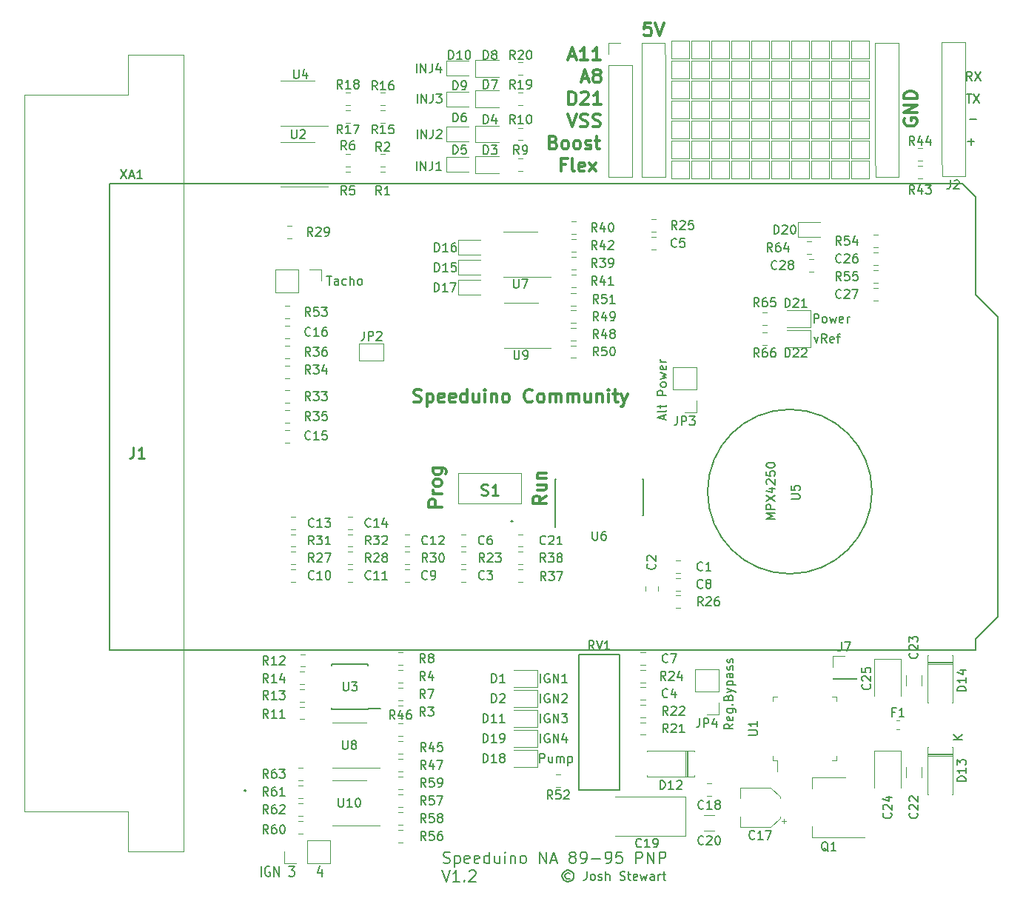
<source format=gto>
G04 #@! TF.GenerationSoftware,KiCad,Pcbnew,(5.1.9-0-10_14)*
G04 #@! TF.CreationDate,2021-05-13T22:37:09+10:00*
G04 #@! TF.ProjectId,NA6,4e41362e-6b69-4636-9164-5f7063625858,rev?*
G04 #@! TF.SameCoordinates,Original*
G04 #@! TF.FileFunction,Legend,Top*
G04 #@! TF.FilePolarity,Positive*
%FSLAX46Y46*%
G04 Gerber Fmt 4.6, Leading zero omitted, Abs format (unit mm)*
G04 Created by KiCad (PCBNEW (5.1.9-0-10_14)) date 2021-05-13 22:37:09*
%MOMM*%
%LPD*%
G01*
G04 APERTURE LIST*
%ADD10C,0.300000*%
%ADD11C,0.150000*%
%ADD12C,0.120000*%
%ADD13C,0.100000*%
%ADD14C,0.200000*%
%ADD15C,0.254000*%
G04 APERTURE END LIST*
D10*
X144793428Y-78839142D02*
X145007714Y-78910571D01*
X145364857Y-78910571D01*
X145507714Y-78839142D01*
X145579142Y-78767714D01*
X145650571Y-78624857D01*
X145650571Y-78482000D01*
X145579142Y-78339142D01*
X145507714Y-78267714D01*
X145364857Y-78196285D01*
X145079142Y-78124857D01*
X144936285Y-78053428D01*
X144864857Y-77982000D01*
X144793428Y-77839142D01*
X144793428Y-77696285D01*
X144864857Y-77553428D01*
X144936285Y-77482000D01*
X145079142Y-77410571D01*
X145436285Y-77410571D01*
X145650571Y-77482000D01*
X146293428Y-77910571D02*
X146293428Y-79410571D01*
X146293428Y-77982000D02*
X146436285Y-77910571D01*
X146721999Y-77910571D01*
X146864857Y-77982000D01*
X146936285Y-78053428D01*
X147007714Y-78196285D01*
X147007714Y-78624857D01*
X146936285Y-78767714D01*
X146864857Y-78839142D01*
X146721999Y-78910571D01*
X146436285Y-78910571D01*
X146293428Y-78839142D01*
X148221999Y-78839142D02*
X148079142Y-78910571D01*
X147793428Y-78910571D01*
X147650571Y-78839142D01*
X147579142Y-78696285D01*
X147579142Y-78124857D01*
X147650571Y-77982000D01*
X147793428Y-77910571D01*
X148079142Y-77910571D01*
X148221999Y-77982000D01*
X148293428Y-78124857D01*
X148293428Y-78267714D01*
X147579142Y-78410571D01*
X149507714Y-78839142D02*
X149364857Y-78910571D01*
X149079142Y-78910571D01*
X148936285Y-78839142D01*
X148864857Y-78696285D01*
X148864857Y-78124857D01*
X148936285Y-77982000D01*
X149079142Y-77910571D01*
X149364857Y-77910571D01*
X149507714Y-77982000D01*
X149579142Y-78124857D01*
X149579142Y-78267714D01*
X148864857Y-78410571D01*
X150864857Y-78910571D02*
X150864857Y-77410571D01*
X150864857Y-78839142D02*
X150721999Y-78910571D01*
X150436285Y-78910571D01*
X150293428Y-78839142D01*
X150221999Y-78767714D01*
X150150571Y-78624857D01*
X150150571Y-78196285D01*
X150221999Y-78053428D01*
X150293428Y-77982000D01*
X150436285Y-77910571D01*
X150721999Y-77910571D01*
X150864857Y-77982000D01*
X152221999Y-77910571D02*
X152221999Y-78910571D01*
X151579142Y-77910571D02*
X151579142Y-78696285D01*
X151650571Y-78839142D01*
X151793428Y-78910571D01*
X152007714Y-78910571D01*
X152150571Y-78839142D01*
X152221999Y-78767714D01*
X152936285Y-78910571D02*
X152936285Y-77910571D01*
X152936285Y-77410571D02*
X152864857Y-77482000D01*
X152936285Y-77553428D01*
X153007714Y-77482000D01*
X152936285Y-77410571D01*
X152936285Y-77553428D01*
X153650571Y-77910571D02*
X153650571Y-78910571D01*
X153650571Y-78053428D02*
X153721999Y-77982000D01*
X153864857Y-77910571D01*
X154079142Y-77910571D01*
X154221999Y-77982000D01*
X154293428Y-78124857D01*
X154293428Y-78910571D01*
X155221999Y-78910571D02*
X155079142Y-78839142D01*
X155007714Y-78767714D01*
X154936285Y-78624857D01*
X154936285Y-78196285D01*
X155007714Y-78053428D01*
X155079142Y-77982000D01*
X155221999Y-77910571D01*
X155436285Y-77910571D01*
X155579142Y-77982000D01*
X155650571Y-78053428D01*
X155721999Y-78196285D01*
X155721999Y-78624857D01*
X155650571Y-78767714D01*
X155579142Y-78839142D01*
X155436285Y-78910571D01*
X155221999Y-78910571D01*
X158364857Y-78767714D02*
X158293428Y-78839142D01*
X158079142Y-78910571D01*
X157936285Y-78910571D01*
X157721999Y-78839142D01*
X157579142Y-78696285D01*
X157507714Y-78553428D01*
X157436285Y-78267714D01*
X157436285Y-78053428D01*
X157507714Y-77767714D01*
X157579142Y-77624857D01*
X157721999Y-77482000D01*
X157936285Y-77410571D01*
X158079142Y-77410571D01*
X158293428Y-77482000D01*
X158364857Y-77553428D01*
X159221999Y-78910571D02*
X159079142Y-78839142D01*
X159007714Y-78767714D01*
X158936285Y-78624857D01*
X158936285Y-78196285D01*
X159007714Y-78053428D01*
X159079142Y-77982000D01*
X159221999Y-77910571D01*
X159436285Y-77910571D01*
X159579142Y-77982000D01*
X159650571Y-78053428D01*
X159721999Y-78196285D01*
X159721999Y-78624857D01*
X159650571Y-78767714D01*
X159579142Y-78839142D01*
X159436285Y-78910571D01*
X159221999Y-78910571D01*
X160364857Y-78910571D02*
X160364857Y-77910571D01*
X160364857Y-78053428D02*
X160436285Y-77982000D01*
X160579142Y-77910571D01*
X160793428Y-77910571D01*
X160936285Y-77982000D01*
X161007714Y-78124857D01*
X161007714Y-78910571D01*
X161007714Y-78124857D02*
X161079142Y-77982000D01*
X161221999Y-77910571D01*
X161436285Y-77910571D01*
X161579142Y-77982000D01*
X161650571Y-78124857D01*
X161650571Y-78910571D01*
X162364857Y-78910571D02*
X162364857Y-77910571D01*
X162364857Y-78053428D02*
X162436285Y-77982000D01*
X162579142Y-77910571D01*
X162793428Y-77910571D01*
X162936285Y-77982000D01*
X163007714Y-78124857D01*
X163007714Y-78910571D01*
X163007714Y-78124857D02*
X163079142Y-77982000D01*
X163221999Y-77910571D01*
X163436285Y-77910571D01*
X163579142Y-77982000D01*
X163650571Y-78124857D01*
X163650571Y-78910571D01*
X165007714Y-77910571D02*
X165007714Y-78910571D01*
X164364857Y-77910571D02*
X164364857Y-78696285D01*
X164436285Y-78839142D01*
X164579142Y-78910571D01*
X164793428Y-78910571D01*
X164936285Y-78839142D01*
X165007714Y-78767714D01*
X165722000Y-77910571D02*
X165722000Y-78910571D01*
X165722000Y-78053428D02*
X165793428Y-77982000D01*
X165936285Y-77910571D01*
X166150571Y-77910571D01*
X166293428Y-77982000D01*
X166364857Y-78124857D01*
X166364857Y-78910571D01*
X167079142Y-78910571D02*
X167079142Y-77910571D01*
X167079142Y-77410571D02*
X167007714Y-77482000D01*
X167079142Y-77553428D01*
X167150571Y-77482000D01*
X167079142Y-77410571D01*
X167079142Y-77553428D01*
X167579142Y-77910571D02*
X168150571Y-77910571D01*
X167793428Y-77410571D02*
X167793428Y-78696285D01*
X167864857Y-78839142D01*
X168007714Y-78910571D01*
X168150571Y-78910571D01*
X168507714Y-77910571D02*
X168864857Y-78910571D01*
X169222000Y-77910571D02*
X168864857Y-78910571D01*
X168722000Y-79267714D01*
X168650571Y-79339142D01*
X168507714Y-79410571D01*
D11*
X162616190Y-132786476D02*
X162520952Y-132738857D01*
X162330476Y-132738857D01*
X162235238Y-132786476D01*
X162140000Y-132881714D01*
X162092380Y-132976952D01*
X162092380Y-133167428D01*
X162140000Y-133262666D01*
X162235238Y-133357904D01*
X162330476Y-133405523D01*
X162520952Y-133405523D01*
X162616190Y-133357904D01*
X162425714Y-132405523D02*
X162187619Y-132453142D01*
X161949523Y-132596000D01*
X161806666Y-132834095D01*
X161759047Y-133072190D01*
X161806666Y-133310285D01*
X161949523Y-133548380D01*
X162187619Y-133691238D01*
X162425714Y-133738857D01*
X162663809Y-133691238D01*
X162901904Y-133548380D01*
X163044761Y-133310285D01*
X163092380Y-133072190D01*
X163044761Y-132834095D01*
X162901904Y-132596000D01*
X162663809Y-132453142D01*
X162425714Y-132405523D01*
X164568571Y-132548380D02*
X164568571Y-133262666D01*
X164520952Y-133405523D01*
X164425714Y-133500761D01*
X164282857Y-133548380D01*
X164187619Y-133548380D01*
X165187619Y-133548380D02*
X165092380Y-133500761D01*
X165044761Y-133453142D01*
X164997142Y-133357904D01*
X164997142Y-133072190D01*
X165044761Y-132976952D01*
X165092380Y-132929333D01*
X165187619Y-132881714D01*
X165330476Y-132881714D01*
X165425714Y-132929333D01*
X165473333Y-132976952D01*
X165520952Y-133072190D01*
X165520952Y-133357904D01*
X165473333Y-133453142D01*
X165425714Y-133500761D01*
X165330476Y-133548380D01*
X165187619Y-133548380D01*
X165901904Y-133500761D02*
X165997142Y-133548380D01*
X166187619Y-133548380D01*
X166282857Y-133500761D01*
X166330476Y-133405523D01*
X166330476Y-133357904D01*
X166282857Y-133262666D01*
X166187619Y-133215047D01*
X166044761Y-133215047D01*
X165949523Y-133167428D01*
X165901904Y-133072190D01*
X165901904Y-133024571D01*
X165949523Y-132929333D01*
X166044761Y-132881714D01*
X166187619Y-132881714D01*
X166282857Y-132929333D01*
X166759047Y-133548380D02*
X166759047Y-132548380D01*
X167187619Y-133548380D02*
X167187619Y-133024571D01*
X167140000Y-132929333D01*
X167044761Y-132881714D01*
X166901904Y-132881714D01*
X166806666Y-132929333D01*
X166759047Y-132976952D01*
X168378095Y-133500761D02*
X168520952Y-133548380D01*
X168759047Y-133548380D01*
X168854285Y-133500761D01*
X168901904Y-133453142D01*
X168949523Y-133357904D01*
X168949523Y-133262666D01*
X168901904Y-133167428D01*
X168854285Y-133119809D01*
X168759047Y-133072190D01*
X168568571Y-133024571D01*
X168473333Y-132976952D01*
X168425714Y-132929333D01*
X168378095Y-132834095D01*
X168378095Y-132738857D01*
X168425714Y-132643619D01*
X168473333Y-132596000D01*
X168568571Y-132548380D01*
X168806666Y-132548380D01*
X168949523Y-132596000D01*
X169235238Y-132881714D02*
X169616190Y-132881714D01*
X169378095Y-132548380D02*
X169378095Y-133405523D01*
X169425714Y-133500761D01*
X169520952Y-133548380D01*
X169616190Y-133548380D01*
X170330476Y-133500761D02*
X170235238Y-133548380D01*
X170044761Y-133548380D01*
X169949523Y-133500761D01*
X169901904Y-133405523D01*
X169901904Y-133024571D01*
X169949523Y-132929333D01*
X170044761Y-132881714D01*
X170235238Y-132881714D01*
X170330476Y-132929333D01*
X170378095Y-133024571D01*
X170378095Y-133119809D01*
X169901904Y-133215047D01*
X170711428Y-132881714D02*
X170901904Y-133548380D01*
X171092380Y-133072190D01*
X171282857Y-133548380D01*
X171473333Y-132881714D01*
X172282857Y-133548380D02*
X172282857Y-133024571D01*
X172235238Y-132929333D01*
X172140000Y-132881714D01*
X171949523Y-132881714D01*
X171854285Y-132929333D01*
X172282857Y-133500761D02*
X172187619Y-133548380D01*
X171949523Y-133548380D01*
X171854285Y-133500761D01*
X171806666Y-133405523D01*
X171806666Y-133310285D01*
X171854285Y-133215047D01*
X171949523Y-133167428D01*
X172187619Y-133167428D01*
X172282857Y-133119809D01*
X172759047Y-133548380D02*
X172759047Y-132881714D01*
X172759047Y-133072190D02*
X172806666Y-132976952D01*
X172854285Y-132929333D01*
X172949523Y-132881714D01*
X173044761Y-132881714D01*
X173235238Y-132881714D02*
X173616190Y-132881714D01*
X173378095Y-132548380D02*
X173378095Y-133405523D01*
X173425714Y-133500761D01*
X173520952Y-133548380D01*
X173616190Y-133548380D01*
X148173119Y-131556190D02*
X148358833Y-131618095D01*
X148668357Y-131618095D01*
X148792166Y-131556190D01*
X148854071Y-131494285D01*
X148915976Y-131370476D01*
X148915976Y-131246666D01*
X148854071Y-131122857D01*
X148792166Y-131060952D01*
X148668357Y-130999047D01*
X148420738Y-130937142D01*
X148296928Y-130875238D01*
X148235023Y-130813333D01*
X148173119Y-130689523D01*
X148173119Y-130565714D01*
X148235023Y-130441904D01*
X148296928Y-130380000D01*
X148420738Y-130318095D01*
X148730261Y-130318095D01*
X148915976Y-130380000D01*
X149473119Y-130751428D02*
X149473119Y-132051428D01*
X149473119Y-130813333D02*
X149596928Y-130751428D01*
X149844547Y-130751428D01*
X149968357Y-130813333D01*
X150030261Y-130875238D01*
X150092166Y-130999047D01*
X150092166Y-131370476D01*
X150030261Y-131494285D01*
X149968357Y-131556190D01*
X149844547Y-131618095D01*
X149596928Y-131618095D01*
X149473119Y-131556190D01*
X151144547Y-131556190D02*
X151020738Y-131618095D01*
X150773119Y-131618095D01*
X150649309Y-131556190D01*
X150587404Y-131432380D01*
X150587404Y-130937142D01*
X150649309Y-130813333D01*
X150773119Y-130751428D01*
X151020738Y-130751428D01*
X151144547Y-130813333D01*
X151206452Y-130937142D01*
X151206452Y-131060952D01*
X150587404Y-131184761D01*
X152258833Y-131556190D02*
X152135023Y-131618095D01*
X151887404Y-131618095D01*
X151763595Y-131556190D01*
X151701690Y-131432380D01*
X151701690Y-130937142D01*
X151763595Y-130813333D01*
X151887404Y-130751428D01*
X152135023Y-130751428D01*
X152258833Y-130813333D01*
X152320738Y-130937142D01*
X152320738Y-131060952D01*
X151701690Y-131184761D01*
X153435023Y-131618095D02*
X153435023Y-130318095D01*
X153435023Y-131556190D02*
X153311214Y-131618095D01*
X153063595Y-131618095D01*
X152939785Y-131556190D01*
X152877880Y-131494285D01*
X152815976Y-131370476D01*
X152815976Y-130999047D01*
X152877880Y-130875238D01*
X152939785Y-130813333D01*
X153063595Y-130751428D01*
X153311214Y-130751428D01*
X153435023Y-130813333D01*
X154611214Y-130751428D02*
X154611214Y-131618095D01*
X154054071Y-130751428D02*
X154054071Y-131432380D01*
X154115976Y-131556190D01*
X154239785Y-131618095D01*
X154425500Y-131618095D01*
X154549309Y-131556190D01*
X154611214Y-131494285D01*
X155230261Y-131618095D02*
X155230261Y-130751428D01*
X155230261Y-130318095D02*
X155168357Y-130380000D01*
X155230261Y-130441904D01*
X155292166Y-130380000D01*
X155230261Y-130318095D01*
X155230261Y-130441904D01*
X155849309Y-130751428D02*
X155849309Y-131618095D01*
X155849309Y-130875238D02*
X155911214Y-130813333D01*
X156035023Y-130751428D01*
X156220738Y-130751428D01*
X156344547Y-130813333D01*
X156406452Y-130937142D01*
X156406452Y-131618095D01*
X157211214Y-131618095D02*
X157087404Y-131556190D01*
X157025500Y-131494285D01*
X156963595Y-131370476D01*
X156963595Y-130999047D01*
X157025500Y-130875238D01*
X157087404Y-130813333D01*
X157211214Y-130751428D01*
X157396928Y-130751428D01*
X157520738Y-130813333D01*
X157582642Y-130875238D01*
X157644547Y-130999047D01*
X157644547Y-131370476D01*
X157582642Y-131494285D01*
X157520738Y-131556190D01*
X157396928Y-131618095D01*
X157211214Y-131618095D01*
X159192166Y-131618095D02*
X159192166Y-130318095D01*
X159935023Y-131618095D01*
X159935023Y-130318095D01*
X160492166Y-131246666D02*
X161111214Y-131246666D01*
X160368357Y-131618095D02*
X160801690Y-130318095D01*
X161235023Y-131618095D01*
X162844547Y-130875238D02*
X162720738Y-130813333D01*
X162658833Y-130751428D01*
X162596928Y-130627619D01*
X162596928Y-130565714D01*
X162658833Y-130441904D01*
X162720738Y-130380000D01*
X162844547Y-130318095D01*
X163092166Y-130318095D01*
X163215976Y-130380000D01*
X163277880Y-130441904D01*
X163339785Y-130565714D01*
X163339785Y-130627619D01*
X163277880Y-130751428D01*
X163215976Y-130813333D01*
X163092166Y-130875238D01*
X162844547Y-130875238D01*
X162720738Y-130937142D01*
X162658833Y-130999047D01*
X162596928Y-131122857D01*
X162596928Y-131370476D01*
X162658833Y-131494285D01*
X162720738Y-131556190D01*
X162844547Y-131618095D01*
X163092166Y-131618095D01*
X163215976Y-131556190D01*
X163277880Y-131494285D01*
X163339785Y-131370476D01*
X163339785Y-131122857D01*
X163277880Y-130999047D01*
X163215976Y-130937142D01*
X163092166Y-130875238D01*
X163958833Y-131618095D02*
X164206452Y-131618095D01*
X164330261Y-131556190D01*
X164392166Y-131494285D01*
X164515976Y-131308571D01*
X164577880Y-131060952D01*
X164577880Y-130565714D01*
X164515976Y-130441904D01*
X164454071Y-130380000D01*
X164330261Y-130318095D01*
X164082642Y-130318095D01*
X163958833Y-130380000D01*
X163896928Y-130441904D01*
X163835023Y-130565714D01*
X163835023Y-130875238D01*
X163896928Y-130999047D01*
X163958833Y-131060952D01*
X164082642Y-131122857D01*
X164330261Y-131122857D01*
X164454071Y-131060952D01*
X164515976Y-130999047D01*
X164577880Y-130875238D01*
X165135023Y-131122857D02*
X166125500Y-131122857D01*
X166806452Y-131618095D02*
X167054071Y-131618095D01*
X167177880Y-131556190D01*
X167239785Y-131494285D01*
X167363595Y-131308571D01*
X167425500Y-131060952D01*
X167425500Y-130565714D01*
X167363595Y-130441904D01*
X167301690Y-130380000D01*
X167177880Y-130318095D01*
X166930261Y-130318095D01*
X166806452Y-130380000D01*
X166744547Y-130441904D01*
X166682642Y-130565714D01*
X166682642Y-130875238D01*
X166744547Y-130999047D01*
X166806452Y-131060952D01*
X166930261Y-131122857D01*
X167177880Y-131122857D01*
X167301690Y-131060952D01*
X167363595Y-130999047D01*
X167425500Y-130875238D01*
X168601690Y-130318095D02*
X167982642Y-130318095D01*
X167920738Y-130937142D01*
X167982642Y-130875238D01*
X168106452Y-130813333D01*
X168415976Y-130813333D01*
X168539785Y-130875238D01*
X168601690Y-130937142D01*
X168663595Y-131060952D01*
X168663595Y-131370476D01*
X168601690Y-131494285D01*
X168539785Y-131556190D01*
X168415976Y-131618095D01*
X168106452Y-131618095D01*
X167982642Y-131556190D01*
X167920738Y-131494285D01*
X170211214Y-131618095D02*
X170211214Y-130318095D01*
X170706452Y-130318095D01*
X170830261Y-130380000D01*
X170892166Y-130441904D01*
X170954071Y-130565714D01*
X170954071Y-130751428D01*
X170892166Y-130875238D01*
X170830261Y-130937142D01*
X170706452Y-130999047D01*
X170211214Y-130999047D01*
X171511214Y-131618095D02*
X171511214Y-130318095D01*
X172254071Y-131618095D01*
X172254071Y-130318095D01*
X172873119Y-131618095D02*
X172873119Y-130318095D01*
X173368357Y-130318095D01*
X173492166Y-130380000D01*
X173554071Y-130441904D01*
X173615976Y-130565714D01*
X173615976Y-130751428D01*
X173554071Y-130875238D01*
X173492166Y-130937142D01*
X173368357Y-130999047D01*
X172873119Y-130999047D01*
X148049309Y-132418095D02*
X148482642Y-133718095D01*
X148915976Y-132418095D01*
X150030261Y-133718095D02*
X149287404Y-133718095D01*
X149658833Y-133718095D02*
X149658833Y-132418095D01*
X149535023Y-132603809D01*
X149411214Y-132727619D01*
X149287404Y-132789523D01*
X150587404Y-133594285D02*
X150649309Y-133656190D01*
X150587404Y-133718095D01*
X150525500Y-133656190D01*
X150587404Y-133594285D01*
X150587404Y-133718095D01*
X151144547Y-132541904D02*
X151206452Y-132480000D01*
X151330261Y-132418095D01*
X151639785Y-132418095D01*
X151763595Y-132480000D01*
X151825500Y-132541904D01*
X151887404Y-132665714D01*
X151887404Y-132789523D01*
X151825500Y-132975238D01*
X151082642Y-133718095D01*
X151887404Y-133718095D01*
D10*
X200926000Y-46464857D02*
X200854571Y-46607714D01*
X200854571Y-46822000D01*
X200926000Y-47036285D01*
X201068857Y-47179142D01*
X201211714Y-47250571D01*
X201497428Y-47322000D01*
X201711714Y-47322000D01*
X201997428Y-47250571D01*
X202140285Y-47179142D01*
X202283142Y-47036285D01*
X202354571Y-46822000D01*
X202354571Y-46679142D01*
X202283142Y-46464857D01*
X202211714Y-46393428D01*
X201711714Y-46393428D01*
X201711714Y-46679142D01*
X202354571Y-45750571D02*
X200854571Y-45750571D01*
X202354571Y-44893428D01*
X200854571Y-44893428D01*
X202354571Y-44179142D02*
X200854571Y-44179142D01*
X200854571Y-43822000D01*
X200926000Y-43607714D01*
X201068857Y-43464857D01*
X201211714Y-43393428D01*
X201497428Y-43322000D01*
X201711714Y-43322000D01*
X201997428Y-43393428D01*
X202140285Y-43464857D01*
X202283142Y-43607714D01*
X202354571Y-43822000D01*
X202354571Y-44179142D01*
X171926285Y-35500571D02*
X171212000Y-35500571D01*
X171140571Y-36214857D01*
X171212000Y-36143428D01*
X171354857Y-36072000D01*
X171712000Y-36072000D01*
X171854857Y-36143428D01*
X171926285Y-36214857D01*
X171997714Y-36357714D01*
X171997714Y-36714857D01*
X171926285Y-36857714D01*
X171854857Y-36929142D01*
X171712000Y-37000571D01*
X171354857Y-37000571D01*
X171212000Y-36929142D01*
X171140571Y-36857714D01*
X172426285Y-35500571D02*
X172926285Y-37000571D01*
X173426285Y-35500571D01*
X162552285Y-39366000D02*
X163266571Y-39366000D01*
X162409428Y-39794571D02*
X162909428Y-38294571D01*
X163409428Y-39794571D01*
X164695142Y-39794571D02*
X163838000Y-39794571D01*
X164266571Y-39794571D02*
X164266571Y-38294571D01*
X164123714Y-38508857D01*
X163980857Y-38651714D01*
X163838000Y-38723142D01*
X166123714Y-39794571D02*
X165266571Y-39794571D01*
X165695142Y-39794571D02*
X165695142Y-38294571D01*
X165552285Y-38508857D01*
X165409428Y-38651714D01*
X165266571Y-38723142D01*
X164028571Y-41906000D02*
X164742857Y-41906000D01*
X163885714Y-42334571D02*
X164385714Y-40834571D01*
X164885714Y-42334571D01*
X165600000Y-41477428D02*
X165457142Y-41406000D01*
X165385714Y-41334571D01*
X165314285Y-41191714D01*
X165314285Y-41120285D01*
X165385714Y-40977428D01*
X165457142Y-40906000D01*
X165600000Y-40834571D01*
X165885714Y-40834571D01*
X166028571Y-40906000D01*
X166100000Y-40977428D01*
X166171428Y-41120285D01*
X166171428Y-41191714D01*
X166100000Y-41334571D01*
X166028571Y-41406000D01*
X165885714Y-41477428D01*
X165600000Y-41477428D01*
X165457142Y-41548857D01*
X165385714Y-41620285D01*
X165314285Y-41763142D01*
X165314285Y-42048857D01*
X165385714Y-42191714D01*
X165457142Y-42263142D01*
X165600000Y-42334571D01*
X165885714Y-42334571D01*
X166028571Y-42263142D01*
X166100000Y-42191714D01*
X166171428Y-42048857D01*
X166171428Y-41763142D01*
X166100000Y-41620285D01*
X166028571Y-41548857D01*
X165885714Y-41477428D01*
X162516571Y-44874571D02*
X162516571Y-43374571D01*
X162873714Y-43374571D01*
X163088000Y-43446000D01*
X163230857Y-43588857D01*
X163302285Y-43731714D01*
X163373714Y-44017428D01*
X163373714Y-44231714D01*
X163302285Y-44517428D01*
X163230857Y-44660285D01*
X163088000Y-44803142D01*
X162873714Y-44874571D01*
X162516571Y-44874571D01*
X163945142Y-43517428D02*
X164016571Y-43446000D01*
X164159428Y-43374571D01*
X164516571Y-43374571D01*
X164659428Y-43446000D01*
X164730857Y-43517428D01*
X164802285Y-43660285D01*
X164802285Y-43803142D01*
X164730857Y-44017428D01*
X163873714Y-44874571D01*
X164802285Y-44874571D01*
X166230857Y-44874571D02*
X165373714Y-44874571D01*
X165802285Y-44874571D02*
X165802285Y-43374571D01*
X165659428Y-43588857D01*
X165516571Y-43731714D01*
X165373714Y-43803142D01*
X162409428Y-45914571D02*
X162909428Y-47414571D01*
X163409428Y-45914571D01*
X163838000Y-47343142D02*
X164052285Y-47414571D01*
X164409428Y-47414571D01*
X164552285Y-47343142D01*
X164623714Y-47271714D01*
X164695142Y-47128857D01*
X164695142Y-46986000D01*
X164623714Y-46843142D01*
X164552285Y-46771714D01*
X164409428Y-46700285D01*
X164123714Y-46628857D01*
X163980857Y-46557428D01*
X163909428Y-46486000D01*
X163838000Y-46343142D01*
X163838000Y-46200285D01*
X163909428Y-46057428D01*
X163980857Y-45986000D01*
X164123714Y-45914571D01*
X164480857Y-45914571D01*
X164695142Y-45986000D01*
X165266571Y-47343142D02*
X165480857Y-47414571D01*
X165838000Y-47414571D01*
X165980857Y-47343142D01*
X166052285Y-47271714D01*
X166123714Y-47128857D01*
X166123714Y-46986000D01*
X166052285Y-46843142D01*
X165980857Y-46771714D01*
X165838000Y-46700285D01*
X165552285Y-46628857D01*
X165409428Y-46557428D01*
X165338000Y-46486000D01*
X165266571Y-46343142D01*
X165266571Y-46200285D01*
X165338000Y-46057428D01*
X165409428Y-45986000D01*
X165552285Y-45914571D01*
X165909428Y-45914571D01*
X166123714Y-45986000D01*
X160782285Y-49168857D02*
X160996571Y-49240285D01*
X161068000Y-49311714D01*
X161139428Y-49454571D01*
X161139428Y-49668857D01*
X161068000Y-49811714D01*
X160996571Y-49883142D01*
X160853714Y-49954571D01*
X160282285Y-49954571D01*
X160282285Y-48454571D01*
X160782285Y-48454571D01*
X160925142Y-48526000D01*
X160996571Y-48597428D01*
X161068000Y-48740285D01*
X161068000Y-48883142D01*
X160996571Y-49026000D01*
X160925142Y-49097428D01*
X160782285Y-49168857D01*
X160282285Y-49168857D01*
X161996571Y-49954571D02*
X161853714Y-49883142D01*
X161782285Y-49811714D01*
X161710857Y-49668857D01*
X161710857Y-49240285D01*
X161782285Y-49097428D01*
X161853714Y-49026000D01*
X161996571Y-48954571D01*
X162210857Y-48954571D01*
X162353714Y-49026000D01*
X162425142Y-49097428D01*
X162496571Y-49240285D01*
X162496571Y-49668857D01*
X162425142Y-49811714D01*
X162353714Y-49883142D01*
X162210857Y-49954571D01*
X161996571Y-49954571D01*
X163353714Y-49954571D02*
X163210857Y-49883142D01*
X163139428Y-49811714D01*
X163068000Y-49668857D01*
X163068000Y-49240285D01*
X163139428Y-49097428D01*
X163210857Y-49026000D01*
X163353714Y-48954571D01*
X163568000Y-48954571D01*
X163710857Y-49026000D01*
X163782285Y-49097428D01*
X163853714Y-49240285D01*
X163853714Y-49668857D01*
X163782285Y-49811714D01*
X163710857Y-49883142D01*
X163568000Y-49954571D01*
X163353714Y-49954571D01*
X164425142Y-49883142D02*
X164568000Y-49954571D01*
X164853714Y-49954571D01*
X164996571Y-49883142D01*
X165068000Y-49740285D01*
X165068000Y-49668857D01*
X164996571Y-49526000D01*
X164853714Y-49454571D01*
X164639428Y-49454571D01*
X164496571Y-49383142D01*
X164425142Y-49240285D01*
X164425142Y-49168857D01*
X164496571Y-49026000D01*
X164639428Y-48954571D01*
X164853714Y-48954571D01*
X164996571Y-49026000D01*
X165496571Y-48954571D02*
X166068000Y-48954571D01*
X165710857Y-48454571D02*
X165710857Y-49740285D01*
X165782285Y-49883142D01*
X165925142Y-49954571D01*
X166068000Y-49954571D01*
X162147428Y-51708857D02*
X161647428Y-51708857D01*
X161647428Y-52494571D02*
X161647428Y-50994571D01*
X162361714Y-50994571D01*
X163147428Y-52494571D02*
X163004571Y-52423142D01*
X162933142Y-52280285D01*
X162933142Y-50994571D01*
X164290285Y-52423142D02*
X164147428Y-52494571D01*
X163861714Y-52494571D01*
X163718857Y-52423142D01*
X163647428Y-52280285D01*
X163647428Y-51708857D01*
X163718857Y-51566000D01*
X163861714Y-51494571D01*
X164147428Y-51494571D01*
X164290285Y-51566000D01*
X164361714Y-51708857D01*
X164361714Y-51851714D01*
X163647428Y-51994571D01*
X164861714Y-52494571D02*
X165647428Y-51494571D01*
X164861714Y-51494571D02*
X165647428Y-52494571D01*
X159936571Y-89606857D02*
X159222285Y-90106857D01*
X159936571Y-90464000D02*
X158436571Y-90464000D01*
X158436571Y-89892571D01*
X158508000Y-89749714D01*
X158579428Y-89678285D01*
X158722285Y-89606857D01*
X158936571Y-89606857D01*
X159079428Y-89678285D01*
X159150857Y-89749714D01*
X159222285Y-89892571D01*
X159222285Y-90464000D01*
X158936571Y-88321142D02*
X159936571Y-88321142D01*
X158936571Y-88964000D02*
X159722285Y-88964000D01*
X159865142Y-88892571D01*
X159936571Y-88749714D01*
X159936571Y-88535428D01*
X159865142Y-88392571D01*
X159793714Y-88321142D01*
X158936571Y-87606857D02*
X159936571Y-87606857D01*
X159079428Y-87606857D02*
X159008000Y-87535428D01*
X158936571Y-87392571D01*
X158936571Y-87178285D01*
X159008000Y-87035428D01*
X159150857Y-86964000D01*
X159936571Y-86964000D01*
X147998571Y-90860285D02*
X146498571Y-90860285D01*
X146498571Y-90288857D01*
X146570000Y-90146000D01*
X146641428Y-90074571D01*
X146784285Y-90003142D01*
X146998571Y-90003142D01*
X147141428Y-90074571D01*
X147212857Y-90146000D01*
X147284285Y-90288857D01*
X147284285Y-90860285D01*
X147998571Y-89360285D02*
X146998571Y-89360285D01*
X147284285Y-89360285D02*
X147141428Y-89288857D01*
X147070000Y-89217428D01*
X146998571Y-89074571D01*
X146998571Y-88931714D01*
X147998571Y-88217428D02*
X147927142Y-88360285D01*
X147855714Y-88431714D01*
X147712857Y-88503142D01*
X147284285Y-88503142D01*
X147141428Y-88431714D01*
X147070000Y-88360285D01*
X146998571Y-88217428D01*
X146998571Y-88003142D01*
X147070000Y-87860285D01*
X147141428Y-87788857D01*
X147284285Y-87717428D01*
X147712857Y-87717428D01*
X147855714Y-87788857D01*
X147927142Y-87860285D01*
X147998571Y-88003142D01*
X147998571Y-88217428D01*
X146998571Y-86431714D02*
X148212857Y-86431714D01*
X148355714Y-86503142D01*
X148427142Y-86574571D01*
X148498571Y-86717428D01*
X148498571Y-86931714D01*
X148427142Y-87074571D01*
X147927142Y-86431714D02*
X147998571Y-86574571D01*
X147998571Y-86860285D01*
X147927142Y-87003142D01*
X147855714Y-87074571D01*
X147712857Y-87146000D01*
X147284285Y-87146000D01*
X147141428Y-87074571D01*
X147070000Y-87003142D01*
X146998571Y-86860285D01*
X146998571Y-86574571D01*
X147070000Y-86431714D01*
D12*
X187960000Y-51308000D02*
X189992000Y-51308000D01*
X187960000Y-51308000D02*
X187960000Y-53340000D01*
X187960000Y-53340000D02*
X189992000Y-53340000D01*
X189992000Y-51308000D02*
X189992000Y-53340000D01*
X194818000Y-51308000D02*
X196850000Y-51308000D01*
X194818000Y-51308000D02*
X194818000Y-53340000D01*
X194818000Y-53340000D02*
X196850000Y-53340000D01*
X196850000Y-51308000D02*
X196850000Y-53340000D01*
X192532000Y-51308000D02*
X194564000Y-51308000D01*
X192532000Y-51308000D02*
X192532000Y-53340000D01*
X192532000Y-53340000D02*
X194564000Y-53340000D01*
X194564000Y-51308000D02*
X194564000Y-53340000D01*
X176276000Y-51308000D02*
X176276000Y-53340000D01*
X174244000Y-53340000D02*
X176276000Y-53340000D01*
X174244000Y-51308000D02*
X174244000Y-53340000D01*
X174244000Y-51308000D02*
X176276000Y-51308000D01*
X178816000Y-51308000D02*
X180848000Y-51308000D01*
X178816000Y-51308000D02*
X178816000Y-53340000D01*
X178816000Y-53340000D02*
X180848000Y-53340000D01*
X180848000Y-51308000D02*
X180848000Y-53340000D01*
X176530000Y-51308000D02*
X178562000Y-51308000D01*
X176530000Y-51308000D02*
X176530000Y-53340000D01*
X176530000Y-53340000D02*
X178562000Y-53340000D01*
X178562000Y-51308000D02*
X178562000Y-53340000D01*
X185674000Y-51308000D02*
X187706000Y-51308000D01*
X185674000Y-51308000D02*
X185674000Y-53340000D01*
X185674000Y-53340000D02*
X187706000Y-53340000D01*
X187706000Y-51308000D02*
X187706000Y-53340000D01*
X181102000Y-51308000D02*
X183134000Y-51308000D01*
X181102000Y-51308000D02*
X181102000Y-53340000D01*
X181102000Y-53340000D02*
X183134000Y-53340000D01*
X183134000Y-51308000D02*
X183134000Y-53340000D01*
X183388000Y-51308000D02*
X185420000Y-51308000D01*
X183388000Y-51308000D02*
X183388000Y-53340000D01*
X183388000Y-53340000D02*
X185420000Y-53340000D01*
X185420000Y-51308000D02*
X185420000Y-53340000D01*
X190246000Y-51308000D02*
X192278000Y-51308000D01*
X190246000Y-51308000D02*
X190246000Y-53340000D01*
X190246000Y-53340000D02*
X192278000Y-53340000D01*
X192278000Y-51308000D02*
X192278000Y-53340000D01*
X187960000Y-49022000D02*
X189992000Y-49022000D01*
X187960000Y-49022000D02*
X187960000Y-51054000D01*
X187960000Y-51054000D02*
X189992000Y-51054000D01*
X189992000Y-49022000D02*
X189992000Y-51054000D01*
X194818000Y-49022000D02*
X196850000Y-49022000D01*
X194818000Y-49022000D02*
X194818000Y-51054000D01*
X194818000Y-51054000D02*
X196850000Y-51054000D01*
X196850000Y-49022000D02*
X196850000Y-51054000D01*
X192532000Y-49022000D02*
X194564000Y-49022000D01*
X192532000Y-49022000D02*
X192532000Y-51054000D01*
X192532000Y-51054000D02*
X194564000Y-51054000D01*
X194564000Y-49022000D02*
X194564000Y-51054000D01*
X176276000Y-49022000D02*
X176276000Y-51054000D01*
X174244000Y-51054000D02*
X176276000Y-51054000D01*
X174244000Y-49022000D02*
X174244000Y-51054000D01*
X174244000Y-49022000D02*
X176276000Y-49022000D01*
X178816000Y-49022000D02*
X180848000Y-49022000D01*
X178816000Y-49022000D02*
X178816000Y-51054000D01*
X178816000Y-51054000D02*
X180848000Y-51054000D01*
X180848000Y-49022000D02*
X180848000Y-51054000D01*
X176530000Y-49022000D02*
X178562000Y-49022000D01*
X176530000Y-49022000D02*
X176530000Y-51054000D01*
X176530000Y-51054000D02*
X178562000Y-51054000D01*
X178562000Y-49022000D02*
X178562000Y-51054000D01*
X185674000Y-49022000D02*
X187706000Y-49022000D01*
X185674000Y-49022000D02*
X185674000Y-51054000D01*
X185674000Y-51054000D02*
X187706000Y-51054000D01*
X187706000Y-49022000D02*
X187706000Y-51054000D01*
X181102000Y-49022000D02*
X183134000Y-49022000D01*
X181102000Y-49022000D02*
X181102000Y-51054000D01*
X181102000Y-51054000D02*
X183134000Y-51054000D01*
X183134000Y-49022000D02*
X183134000Y-51054000D01*
X183388000Y-49022000D02*
X185420000Y-49022000D01*
X183388000Y-49022000D02*
X183388000Y-51054000D01*
X183388000Y-51054000D02*
X185420000Y-51054000D01*
X185420000Y-49022000D02*
X185420000Y-51054000D01*
X190246000Y-49022000D02*
X192278000Y-49022000D01*
X190246000Y-49022000D02*
X190246000Y-51054000D01*
X190246000Y-51054000D02*
X192278000Y-51054000D01*
X192278000Y-49022000D02*
X192278000Y-51054000D01*
X187960000Y-46736000D02*
X189992000Y-46736000D01*
X187960000Y-46736000D02*
X187960000Y-48768000D01*
X187960000Y-48768000D02*
X189992000Y-48768000D01*
X189992000Y-46736000D02*
X189992000Y-48768000D01*
X194818000Y-46736000D02*
X196850000Y-46736000D01*
X194818000Y-46736000D02*
X194818000Y-48768000D01*
X194818000Y-48768000D02*
X196850000Y-48768000D01*
X196850000Y-46736000D02*
X196850000Y-48768000D01*
X192532000Y-46736000D02*
X194564000Y-46736000D01*
X192532000Y-46736000D02*
X192532000Y-48768000D01*
X192532000Y-48768000D02*
X194564000Y-48768000D01*
X194564000Y-46736000D02*
X194564000Y-48768000D01*
X176276000Y-46736000D02*
X176276000Y-48768000D01*
X174244000Y-48768000D02*
X176276000Y-48768000D01*
X174244000Y-46736000D02*
X174244000Y-48768000D01*
X174244000Y-46736000D02*
X176276000Y-46736000D01*
X178816000Y-46736000D02*
X180848000Y-46736000D01*
X178816000Y-46736000D02*
X178816000Y-48768000D01*
X178816000Y-48768000D02*
X180848000Y-48768000D01*
X180848000Y-46736000D02*
X180848000Y-48768000D01*
X176530000Y-46736000D02*
X178562000Y-46736000D01*
X176530000Y-46736000D02*
X176530000Y-48768000D01*
X176530000Y-48768000D02*
X178562000Y-48768000D01*
X178562000Y-46736000D02*
X178562000Y-48768000D01*
X185674000Y-46736000D02*
X187706000Y-46736000D01*
X185674000Y-46736000D02*
X185674000Y-48768000D01*
X185674000Y-48768000D02*
X187706000Y-48768000D01*
X187706000Y-46736000D02*
X187706000Y-48768000D01*
X181102000Y-46736000D02*
X183134000Y-46736000D01*
X181102000Y-46736000D02*
X181102000Y-48768000D01*
X181102000Y-48768000D02*
X183134000Y-48768000D01*
X183134000Y-46736000D02*
X183134000Y-48768000D01*
X183388000Y-46736000D02*
X185420000Y-46736000D01*
X183388000Y-46736000D02*
X183388000Y-48768000D01*
X183388000Y-48768000D02*
X185420000Y-48768000D01*
X185420000Y-46736000D02*
X185420000Y-48768000D01*
X190246000Y-46736000D02*
X192278000Y-46736000D01*
X190246000Y-46736000D02*
X190246000Y-48768000D01*
X190246000Y-48768000D02*
X192278000Y-48768000D01*
X192278000Y-46736000D02*
X192278000Y-48768000D01*
X187960000Y-44450000D02*
X189992000Y-44450000D01*
X187960000Y-44450000D02*
X187960000Y-46482000D01*
X187960000Y-46482000D02*
X189992000Y-46482000D01*
X189992000Y-44450000D02*
X189992000Y-46482000D01*
X194818000Y-44450000D02*
X196850000Y-44450000D01*
X194818000Y-44450000D02*
X194818000Y-46482000D01*
X194818000Y-46482000D02*
X196850000Y-46482000D01*
X196850000Y-44450000D02*
X196850000Y-46482000D01*
X192532000Y-44450000D02*
X194564000Y-44450000D01*
X192532000Y-44450000D02*
X192532000Y-46482000D01*
X192532000Y-46482000D02*
X194564000Y-46482000D01*
X194564000Y-44450000D02*
X194564000Y-46482000D01*
X176276000Y-44450000D02*
X176276000Y-46482000D01*
X174244000Y-46482000D02*
X176276000Y-46482000D01*
X174244000Y-44450000D02*
X174244000Y-46482000D01*
X174244000Y-44450000D02*
X176276000Y-44450000D01*
X178816000Y-44450000D02*
X180848000Y-44450000D01*
X178816000Y-44450000D02*
X178816000Y-46482000D01*
X178816000Y-46482000D02*
X180848000Y-46482000D01*
X180848000Y-44450000D02*
X180848000Y-46482000D01*
X176530000Y-44450000D02*
X178562000Y-44450000D01*
X176530000Y-44450000D02*
X176530000Y-46482000D01*
X176530000Y-46482000D02*
X178562000Y-46482000D01*
X178562000Y-44450000D02*
X178562000Y-46482000D01*
X185674000Y-44450000D02*
X187706000Y-44450000D01*
X185674000Y-44450000D02*
X185674000Y-46482000D01*
X185674000Y-46482000D02*
X187706000Y-46482000D01*
X187706000Y-44450000D02*
X187706000Y-46482000D01*
X181102000Y-44450000D02*
X183134000Y-44450000D01*
X181102000Y-44450000D02*
X181102000Y-46482000D01*
X181102000Y-46482000D02*
X183134000Y-46482000D01*
X183134000Y-44450000D02*
X183134000Y-46482000D01*
X183388000Y-44450000D02*
X185420000Y-44450000D01*
X183388000Y-44450000D02*
X183388000Y-46482000D01*
X183388000Y-46482000D02*
X185420000Y-46482000D01*
X185420000Y-44450000D02*
X185420000Y-46482000D01*
X190246000Y-44450000D02*
X192278000Y-44450000D01*
X190246000Y-44450000D02*
X190246000Y-46482000D01*
X190246000Y-46482000D02*
X192278000Y-46482000D01*
X192278000Y-44450000D02*
X192278000Y-46482000D01*
X187960000Y-42164000D02*
X189992000Y-42164000D01*
X187960000Y-42164000D02*
X187960000Y-44196000D01*
X187960000Y-44196000D02*
X189992000Y-44196000D01*
X189992000Y-42164000D02*
X189992000Y-44196000D01*
X194818000Y-42164000D02*
X196850000Y-42164000D01*
X194818000Y-42164000D02*
X194818000Y-44196000D01*
X194818000Y-44196000D02*
X196850000Y-44196000D01*
X196850000Y-42164000D02*
X196850000Y-44196000D01*
X192532000Y-42164000D02*
X194564000Y-42164000D01*
X192532000Y-42164000D02*
X192532000Y-44196000D01*
X192532000Y-44196000D02*
X194564000Y-44196000D01*
X194564000Y-42164000D02*
X194564000Y-44196000D01*
X176276000Y-42164000D02*
X176276000Y-44196000D01*
X174244000Y-44196000D02*
X176276000Y-44196000D01*
X174244000Y-42164000D02*
X174244000Y-44196000D01*
X174244000Y-42164000D02*
X176276000Y-42164000D01*
X178816000Y-42164000D02*
X180848000Y-42164000D01*
X178816000Y-42164000D02*
X178816000Y-44196000D01*
X178816000Y-44196000D02*
X180848000Y-44196000D01*
X180848000Y-42164000D02*
X180848000Y-44196000D01*
X176530000Y-42164000D02*
X178562000Y-42164000D01*
X176530000Y-42164000D02*
X176530000Y-44196000D01*
X176530000Y-44196000D02*
X178562000Y-44196000D01*
X178562000Y-42164000D02*
X178562000Y-44196000D01*
X185674000Y-42164000D02*
X187706000Y-42164000D01*
X185674000Y-42164000D02*
X185674000Y-44196000D01*
X185674000Y-44196000D02*
X187706000Y-44196000D01*
X187706000Y-42164000D02*
X187706000Y-44196000D01*
X181102000Y-42164000D02*
X183134000Y-42164000D01*
X181102000Y-42164000D02*
X181102000Y-44196000D01*
X181102000Y-44196000D02*
X183134000Y-44196000D01*
X183134000Y-42164000D02*
X183134000Y-44196000D01*
X183388000Y-42164000D02*
X185420000Y-42164000D01*
X183388000Y-42164000D02*
X183388000Y-44196000D01*
X183388000Y-44196000D02*
X185420000Y-44196000D01*
X185420000Y-42164000D02*
X185420000Y-44196000D01*
X190246000Y-42164000D02*
X192278000Y-42164000D01*
X190246000Y-42164000D02*
X190246000Y-44196000D01*
X190246000Y-44196000D02*
X192278000Y-44196000D01*
X192278000Y-42164000D02*
X192278000Y-44196000D01*
X187960000Y-39878000D02*
X189992000Y-39878000D01*
X187960000Y-39878000D02*
X187960000Y-41910000D01*
X187960000Y-41910000D02*
X189992000Y-41910000D01*
X189992000Y-39878000D02*
X189992000Y-41910000D01*
X194818000Y-39878000D02*
X196850000Y-39878000D01*
X194818000Y-39878000D02*
X194818000Y-41910000D01*
X194818000Y-41910000D02*
X196850000Y-41910000D01*
X196850000Y-39878000D02*
X196850000Y-41910000D01*
X192532000Y-39878000D02*
X194564000Y-39878000D01*
X192532000Y-39878000D02*
X192532000Y-41910000D01*
X192532000Y-41910000D02*
X194564000Y-41910000D01*
X194564000Y-39878000D02*
X194564000Y-41910000D01*
X176276000Y-39878000D02*
X176276000Y-41910000D01*
X174244000Y-41910000D02*
X176276000Y-41910000D01*
X174244000Y-39878000D02*
X174244000Y-41910000D01*
X174244000Y-39878000D02*
X176276000Y-39878000D01*
X178816000Y-39878000D02*
X180848000Y-39878000D01*
X178816000Y-39878000D02*
X178816000Y-41910000D01*
X178816000Y-41910000D02*
X180848000Y-41910000D01*
X180848000Y-39878000D02*
X180848000Y-41910000D01*
X176530000Y-39878000D02*
X178562000Y-39878000D01*
X176530000Y-39878000D02*
X176530000Y-41910000D01*
X176530000Y-41910000D02*
X178562000Y-41910000D01*
X178562000Y-39878000D02*
X178562000Y-41910000D01*
X185674000Y-39878000D02*
X187706000Y-39878000D01*
X185674000Y-39878000D02*
X185674000Y-41910000D01*
X185674000Y-41910000D02*
X187706000Y-41910000D01*
X187706000Y-39878000D02*
X187706000Y-41910000D01*
X181102000Y-39878000D02*
X183134000Y-39878000D01*
X181102000Y-39878000D02*
X181102000Y-41910000D01*
X181102000Y-41910000D02*
X183134000Y-41910000D01*
X183134000Y-39878000D02*
X183134000Y-41910000D01*
X183388000Y-39878000D02*
X185420000Y-39878000D01*
X183388000Y-39878000D02*
X183388000Y-41910000D01*
X183388000Y-41910000D02*
X185420000Y-41910000D01*
X185420000Y-39878000D02*
X185420000Y-41910000D01*
X190246000Y-39878000D02*
X192278000Y-39878000D01*
X190246000Y-39878000D02*
X190246000Y-41910000D01*
X190246000Y-41910000D02*
X192278000Y-41910000D01*
X192278000Y-39878000D02*
X192278000Y-41910000D01*
X196850000Y-37592000D02*
X196850000Y-39624000D01*
X194818000Y-39624000D02*
X196850000Y-39624000D01*
X194818000Y-37592000D02*
X194818000Y-39624000D01*
X194818000Y-37592000D02*
X196850000Y-37592000D01*
X194564000Y-37592000D02*
X194564000Y-39624000D01*
X192532000Y-39624000D02*
X194564000Y-39624000D01*
X192532000Y-37592000D02*
X192532000Y-39624000D01*
X192532000Y-37592000D02*
X194564000Y-37592000D01*
X192278000Y-37592000D02*
X192278000Y-39624000D01*
X190246000Y-39624000D02*
X192278000Y-39624000D01*
X190246000Y-37592000D02*
X190246000Y-39624000D01*
X190246000Y-37592000D02*
X192278000Y-37592000D01*
X189992000Y-37592000D02*
X189992000Y-39624000D01*
X187960000Y-39624000D02*
X189992000Y-39624000D01*
X187960000Y-37592000D02*
X187960000Y-39624000D01*
X187960000Y-37592000D02*
X189992000Y-37592000D01*
X187706000Y-37592000D02*
X187706000Y-39624000D01*
X185674000Y-39624000D02*
X187706000Y-39624000D01*
X185674000Y-37592000D02*
X185674000Y-39624000D01*
X185674000Y-37592000D02*
X187706000Y-37592000D01*
X185420000Y-37592000D02*
X185420000Y-39624000D01*
X183388000Y-39624000D02*
X185420000Y-39624000D01*
X183388000Y-37592000D02*
X183388000Y-39624000D01*
X183388000Y-37592000D02*
X185420000Y-37592000D01*
X183134000Y-37592000D02*
X183134000Y-39624000D01*
X181102000Y-39624000D02*
X183134000Y-39624000D01*
X181102000Y-37592000D02*
X181102000Y-39624000D01*
X181102000Y-37592000D02*
X183134000Y-37592000D01*
X180848000Y-37592000D02*
X180848000Y-39624000D01*
X178816000Y-39624000D02*
X180848000Y-39624000D01*
X178816000Y-37592000D02*
X178816000Y-39624000D01*
X178816000Y-37592000D02*
X180848000Y-37592000D01*
X178562000Y-37592000D02*
X178562000Y-39624000D01*
X176530000Y-39624000D02*
X178562000Y-39624000D01*
X176530000Y-37592000D02*
X176530000Y-39624000D01*
X176530000Y-37592000D02*
X178562000Y-37592000D01*
X174244000Y-37592000D02*
X176276000Y-37592000D01*
X174244000Y-37592000D02*
X174244000Y-39624000D01*
X174244000Y-39624000D02*
X176276000Y-39624000D01*
X176276000Y-37592000D02*
X176276000Y-39624000D01*
D13*
X118500000Y-39150000D02*
X118500000Y-130250000D01*
X118500000Y-130250000D02*
X112100000Y-130250000D01*
X112100000Y-130250000D02*
X112100000Y-125700000D01*
X112100000Y-125700000D02*
X100500000Y-125700000D01*
X100500000Y-125700000D02*
X100300000Y-125700000D01*
X100300000Y-125700000D02*
X100300000Y-43700000D01*
X100300000Y-43700000D02*
X112100000Y-43700000D01*
X112100000Y-43700000D02*
X112100000Y-39150000D01*
X112100000Y-39150000D02*
X118500000Y-39150000D01*
D14*
X125600000Y-123300000D02*
X125600000Y-123300000D01*
X125400000Y-123300000D02*
X125400000Y-123300000D01*
X125600000Y-123300000D02*
G75*
G02*
X125400000Y-123300000I-100000J0D01*
G01*
X125400000Y-123300000D02*
G75*
G02*
X125600000Y-123300000I100000J0D01*
G01*
X155900000Y-92514000D02*
X155900000Y-92514000D01*
X156100000Y-92514000D02*
X156100000Y-92514000D01*
D13*
X157100000Y-86964000D02*
X157100000Y-90464000D01*
X149900000Y-86964000D02*
X157100000Y-86964000D01*
X149900000Y-90464000D02*
X149900000Y-86964000D01*
X157100000Y-90464000D02*
X149900000Y-90464000D01*
D14*
X155900000Y-92514000D02*
G75*
G03*
X156100000Y-92514000I100000J0D01*
G01*
X156100000Y-92514000D02*
G75*
G03*
X155900000Y-92514000I-100000J0D01*
G01*
D12*
X207830000Y-37684000D02*
X205170000Y-37684000D01*
X207830000Y-50444000D02*
X207830000Y-37684000D01*
X205170000Y-50444000D02*
X205170000Y-37684000D01*
X205230000Y-52984000D02*
X205170000Y-50444000D01*
X207830000Y-50444000D02*
X207830000Y-53044000D01*
X207830000Y-53044000D02*
X205230000Y-53044000D01*
X200212000Y-53146000D02*
X197612000Y-53146000D01*
X200212000Y-50546000D02*
X200212000Y-53146000D01*
X197612000Y-53086000D02*
X197552000Y-50546000D01*
X197552000Y-50546000D02*
X197552000Y-37786000D01*
X200212000Y-50546000D02*
X200212000Y-37786000D01*
X200212000Y-37786000D02*
X197552000Y-37786000D01*
X170882000Y-37786000D02*
X173482000Y-37786000D01*
X170882000Y-40386000D02*
X170882000Y-37786000D01*
X173482000Y-37846000D02*
X173542000Y-40386000D01*
X173542000Y-40386000D02*
X173542000Y-53146000D01*
X170882000Y-40386000D02*
X170882000Y-53146000D01*
X170882000Y-53146000D02*
X173542000Y-53146000D01*
D11*
X197202127Y-89114000D02*
G75*
G03*
X197202127Y-89114000I-9402127J0D01*
G01*
X168350000Y-123214000D02*
X168350000Y-107714000D01*
X163650000Y-123214000D02*
X163650000Y-107714000D01*
X163650000Y-107714000D02*
X168350000Y-107714000D01*
X163650000Y-123214000D02*
X168350000Y-123214000D01*
D12*
X175258578Y-97004000D02*
X174741422Y-97004000D01*
X175258578Y-98424000D02*
X174741422Y-98424000D01*
X171290000Y-100472578D02*
X171290000Y-99955422D01*
X172710000Y-100472578D02*
X172710000Y-99955422D01*
X150241422Y-98004000D02*
X150758578Y-98004000D01*
X150241422Y-99424000D02*
X150758578Y-99424000D01*
X170741422Y-112924000D02*
X171258578Y-112924000D01*
X170741422Y-111504000D02*
X171258578Y-111504000D01*
X171953422Y-61416000D02*
X172470578Y-61416000D01*
X171953422Y-59996000D02*
X172470578Y-59996000D01*
X150758578Y-94004000D02*
X150241422Y-94004000D01*
X150758578Y-95424000D02*
X150241422Y-95424000D01*
X171258578Y-107504000D02*
X170741422Y-107504000D01*
X171258578Y-108924000D02*
X170741422Y-108924000D01*
X175258578Y-100424000D02*
X174741422Y-100424000D01*
X175258578Y-99004000D02*
X174741422Y-99004000D01*
X143741422Y-98004000D02*
X144258578Y-98004000D01*
X143741422Y-99424000D02*
X144258578Y-99424000D01*
X130741422Y-98004000D02*
X131258578Y-98004000D01*
X130741422Y-99424000D02*
X131258578Y-99424000D01*
X137241422Y-98004000D02*
X137758578Y-98004000D01*
X137241422Y-99424000D02*
X137758578Y-99424000D01*
X144258578Y-94004000D02*
X143741422Y-94004000D01*
X144258578Y-95424000D02*
X143741422Y-95424000D01*
X131258578Y-92004000D02*
X130741422Y-92004000D01*
X131258578Y-93424000D02*
X130741422Y-93424000D01*
X137758578Y-92004000D02*
X137241422Y-92004000D01*
X137758578Y-93424000D02*
X137241422Y-93424000D01*
X130043422Y-70156000D02*
X130560578Y-70156000D01*
X130043422Y-71576000D02*
X130560578Y-71576000D01*
X177959936Y-127910000D02*
X179164064Y-127910000D01*
X177959936Y-126090000D02*
X179164064Y-126090000D01*
X156226000Y-111450000D02*
X158911000Y-111450000D01*
X158911000Y-111450000D02*
X158911000Y-109530000D01*
X158911000Y-109530000D02*
X156226000Y-109530000D01*
X158911000Y-111816000D02*
X156226000Y-111816000D01*
X158911000Y-113736000D02*
X158911000Y-111816000D01*
X156226000Y-113736000D02*
X158911000Y-113736000D01*
X154500000Y-50754000D02*
X151815000Y-50754000D01*
X151815000Y-50754000D02*
X151815000Y-52674000D01*
X151815000Y-52674000D02*
X154500000Y-52674000D01*
X151815000Y-49174000D02*
X154500000Y-49174000D01*
X151815000Y-47254000D02*
X151815000Y-49174000D01*
X154500000Y-47254000D02*
X151815000Y-47254000D01*
X154500000Y-43254000D02*
X151815000Y-43254000D01*
X151815000Y-43254000D02*
X151815000Y-45174000D01*
X151815000Y-45174000D02*
X154500000Y-45174000D01*
X151815000Y-41674000D02*
X154500000Y-41674000D01*
X151815000Y-39754000D02*
X151815000Y-41674000D01*
X154500000Y-39754000D02*
X151815000Y-39754000D01*
X176910000Y-121554000D02*
X176910000Y-121684000D01*
X176910000Y-121684000D02*
X171470000Y-121684000D01*
X171470000Y-121684000D02*
X171470000Y-121554000D01*
X176910000Y-118874000D02*
X176910000Y-118744000D01*
X176910000Y-118744000D02*
X171470000Y-118744000D01*
X171470000Y-118744000D02*
X171470000Y-118874000D01*
X176010000Y-121684000D02*
X176010000Y-118744000D01*
X175890000Y-121684000D02*
X175890000Y-118744000D01*
X176130000Y-121684000D02*
X176130000Y-118744000D01*
X206470000Y-119084000D02*
X203530000Y-119084000D01*
X206470000Y-119324000D02*
X203530000Y-119324000D01*
X206470000Y-119204000D02*
X203530000Y-119204000D01*
X203530000Y-123744000D02*
X203660000Y-123744000D01*
X203530000Y-118304000D02*
X203530000Y-123744000D01*
X203660000Y-118304000D02*
X203530000Y-118304000D01*
X206470000Y-123744000D02*
X206340000Y-123744000D01*
X206470000Y-118304000D02*
X206470000Y-123744000D01*
X206340000Y-118304000D02*
X206470000Y-118304000D01*
X206470000Y-108584000D02*
X203530000Y-108584000D01*
X206470000Y-108824000D02*
X203530000Y-108824000D01*
X206470000Y-108704000D02*
X203530000Y-108704000D01*
X203530000Y-113244000D02*
X203660000Y-113244000D01*
X203530000Y-107804000D02*
X203530000Y-113244000D01*
X203660000Y-107804000D02*
X203530000Y-107804000D01*
X206470000Y-113244000D02*
X206340000Y-113244000D01*
X206470000Y-107804000D02*
X206470000Y-113244000D01*
X206340000Y-107804000D02*
X206470000Y-107804000D01*
X156741422Y-52424000D02*
X157258578Y-52424000D01*
X156741422Y-51004000D02*
X157258578Y-51004000D01*
X156741422Y-47504000D02*
X157258578Y-47504000D01*
X156741422Y-48924000D02*
X157258578Y-48924000D01*
X132258578Y-115138000D02*
X131741422Y-115138000D01*
X132258578Y-113718000D02*
X131741422Y-113718000D01*
X132321078Y-107718000D02*
X131803922Y-107718000D01*
X132321078Y-109138000D02*
X131803922Y-109138000D01*
X131741422Y-113138000D02*
X132258578Y-113138000D01*
X131741422Y-111718000D02*
X132258578Y-111718000D01*
X131741422Y-109718000D02*
X132258578Y-109718000D01*
X131741422Y-111138000D02*
X132258578Y-111138000D01*
X156741422Y-44924000D02*
X157258578Y-44924000D01*
X156741422Y-43504000D02*
X157258578Y-43504000D01*
X156741422Y-40004000D02*
X157258578Y-40004000D01*
X156741422Y-41424000D02*
X157258578Y-41424000D01*
X170741422Y-114924000D02*
X171258578Y-114924000D01*
X170741422Y-113504000D02*
X171258578Y-113504000D01*
X150758578Y-96004000D02*
X150241422Y-96004000D01*
X150758578Y-97424000D02*
X150241422Y-97424000D01*
X171258578Y-109504000D02*
X170741422Y-109504000D01*
X171258578Y-110924000D02*
X170741422Y-110924000D01*
X172470578Y-57964000D02*
X171953422Y-57964000D01*
X172470578Y-59384000D02*
X171953422Y-59384000D01*
X174741422Y-102424000D02*
X175258578Y-102424000D01*
X174741422Y-101004000D02*
X175258578Y-101004000D01*
X130741422Y-96004000D02*
X131258578Y-96004000D01*
X130741422Y-97424000D02*
X131258578Y-97424000D01*
X137241422Y-96004000D02*
X137758578Y-96004000D01*
X137241422Y-97424000D02*
X137758578Y-97424000D01*
X144258578Y-97424000D02*
X143741422Y-97424000D01*
X144258578Y-96004000D02*
X143741422Y-96004000D01*
X131258578Y-94004000D02*
X130741422Y-94004000D01*
X131258578Y-95424000D02*
X130741422Y-95424000D01*
X137758578Y-94004000D02*
X137241422Y-94004000D01*
X137758578Y-95424000D02*
X137241422Y-95424000D01*
X156741422Y-97424000D02*
X157258578Y-97424000D01*
X156741422Y-96004000D02*
X157258578Y-96004000D01*
X202430748Y-53288000D02*
X202953252Y-53288000D01*
X202430748Y-51868000D02*
X202953252Y-51868000D01*
X202430748Y-49836000D02*
X202953252Y-49836000D01*
X202430748Y-51256000D02*
X202953252Y-51256000D01*
X142994748Y-117654000D02*
X143517252Y-117654000D01*
X142994748Y-119074000D02*
X143517252Y-119074000D01*
X142994748Y-121106000D02*
X143517252Y-121106000D01*
X142994748Y-119686000D02*
X143517252Y-119686000D01*
X162780748Y-71828000D02*
X163303252Y-71828000D01*
X162780748Y-70408000D02*
X163303252Y-70408000D01*
X162780748Y-68408000D02*
X163303252Y-68408000D01*
X162780748Y-69828000D02*
X163303252Y-69828000D01*
X162780748Y-72408000D02*
X163303252Y-72408000D01*
X162780748Y-73828000D02*
X163303252Y-73828000D01*
X163303252Y-66408000D02*
X162780748Y-66408000D01*
X163303252Y-67828000D02*
X162780748Y-67828000D01*
X130563252Y-69290000D02*
X130040748Y-69290000D01*
X130563252Y-67870000D02*
X130040748Y-67870000D01*
X197353422Y-61162000D02*
X197870578Y-61162000D01*
X197353422Y-59742000D02*
X197870578Y-59742000D01*
X186340000Y-119824000D02*
X186340000Y-121114000D01*
X193110000Y-112604000D02*
X192660000Y-112604000D01*
X193110000Y-113054000D02*
X193110000Y-112604000D01*
X193110000Y-119824000D02*
X192660000Y-119824000D01*
X193110000Y-119374000D02*
X193110000Y-119824000D01*
X185890000Y-112604000D02*
X186340000Y-112604000D01*
X185890000Y-113054000D02*
X185890000Y-112604000D01*
X185890000Y-119824000D02*
X186340000Y-119824000D01*
X185890000Y-119374000D02*
X185890000Y-119824000D01*
X131500000Y-54274000D02*
X134950000Y-54274000D01*
X131500000Y-54274000D02*
X129550000Y-54274000D01*
X131500000Y-49154000D02*
X133450000Y-49154000D01*
X131500000Y-49154000D02*
X129550000Y-49154000D01*
D11*
X139575000Y-113953000D02*
X140975000Y-113953000D01*
X139575000Y-108853000D02*
X135425000Y-108853000D01*
X139575000Y-114003000D02*
X135425000Y-114003000D01*
X139575000Y-108853000D02*
X139575000Y-108998000D01*
X135425000Y-108853000D02*
X135425000Y-108998000D01*
X135425000Y-114003000D02*
X135425000Y-113858000D01*
X139575000Y-114003000D02*
X139575000Y-113953000D01*
D12*
X131500000Y-42154000D02*
X129550000Y-42154000D01*
X131500000Y-42154000D02*
X133450000Y-42154000D01*
X131500000Y-47274000D02*
X129550000Y-47274000D01*
X131500000Y-47274000D02*
X134950000Y-47274000D01*
D11*
X160950000Y-91789000D02*
X160950000Y-93164000D01*
X171075000Y-91789000D02*
X171075000Y-87639000D01*
X160925000Y-91789000D02*
X160925000Y-87639000D01*
X171075000Y-91789000D02*
X170970000Y-91789000D01*
X171075000Y-87639000D02*
X170970000Y-87639000D01*
X160925000Y-87639000D02*
X161030000Y-87639000D01*
X160925000Y-91789000D02*
X160950000Y-91789000D01*
D12*
X137414000Y-115550000D02*
X135464000Y-115550000D01*
X137414000Y-115550000D02*
X139364000Y-115550000D01*
X137414000Y-120670000D02*
X135464000Y-120670000D01*
X137414000Y-120670000D02*
X140864000Y-120670000D01*
X157042000Y-72678000D02*
X160492000Y-72678000D01*
X157042000Y-72678000D02*
X155092000Y-72678000D01*
X157042000Y-67558000D02*
X158992000Y-67558000D01*
X157042000Y-67558000D02*
X155092000Y-67558000D01*
D11*
X110000000Y-53874000D02*
X207536000Y-53874000D01*
X110000000Y-107214000D02*
X209060000Y-107214000D01*
X207536000Y-53874000D02*
X209060000Y-55398000D01*
X209060000Y-107214000D02*
X209060000Y-105944000D01*
X209060000Y-105944000D02*
X211600000Y-103404000D01*
X211600000Y-103404000D02*
X211600000Y-69114000D01*
X211600000Y-69114000D02*
X209060000Y-66574000D01*
X209060000Y-66574000D02*
X209060000Y-55398000D01*
X110000000Y-53874000D02*
X110000000Y-107214000D01*
D12*
X148500000Y-50864000D02*
X151050000Y-50864000D01*
X148500000Y-52564000D02*
X151050000Y-52564000D01*
X148500000Y-50864000D02*
X148500000Y-52564000D01*
X148500000Y-47364000D02*
X148500000Y-49064000D01*
X148500000Y-49064000D02*
X151050000Y-49064000D01*
X148500000Y-47364000D02*
X151050000Y-47364000D01*
X148500000Y-43364000D02*
X148500000Y-45064000D01*
X148500000Y-45064000D02*
X151050000Y-45064000D01*
X148500000Y-43364000D02*
X151050000Y-43364000D01*
X148500000Y-39864000D02*
X151050000Y-39864000D01*
X148500000Y-41564000D02*
X151050000Y-41564000D01*
X148500000Y-39864000D02*
X148500000Y-41564000D01*
X197870578Y-67258000D02*
X197353422Y-67258000D01*
X197870578Y-65838000D02*
X197353422Y-65838000D01*
X197870578Y-65226000D02*
X197353422Y-65226000D01*
X197870578Y-63806000D02*
X197353422Y-63806000D01*
X149884000Y-62650000D02*
X149884000Y-64350000D01*
X149884000Y-64350000D02*
X152434000Y-64350000D01*
X149884000Y-62650000D02*
X152434000Y-62650000D01*
X149884000Y-60364000D02*
X152434000Y-60364000D01*
X149884000Y-62064000D02*
X152434000Y-62064000D01*
X149884000Y-60364000D02*
X149884000Y-62064000D01*
X149884000Y-64936000D02*
X152434000Y-64936000D01*
X149884000Y-66636000D02*
X152434000Y-66636000D01*
X149884000Y-64936000D02*
X149884000Y-66636000D01*
X134172000Y-63694000D02*
X134172000Y-65024000D01*
X132842000Y-63694000D02*
X134172000Y-63694000D01*
X131572000Y-63694000D02*
X131572000Y-66354000D01*
X131572000Y-66354000D02*
X128972000Y-66354000D01*
X131572000Y-63694000D02*
X128972000Y-63694000D01*
X128972000Y-63694000D02*
X128972000Y-66354000D01*
X130043422Y-82094000D02*
X130560578Y-82094000D01*
X130043422Y-83514000D02*
X130560578Y-83514000D01*
X187154000Y-127032000D02*
X187154000Y-126532000D01*
X187404000Y-126782000D02*
X186904000Y-126782000D01*
X186664000Y-124026437D02*
X185599563Y-122962000D01*
X186664000Y-126417563D02*
X185599563Y-127482000D01*
X186664000Y-126417563D02*
X186664000Y-126282000D01*
X186664000Y-124026437D02*
X186664000Y-124162000D01*
X185599563Y-122962000D02*
X182144000Y-122962000D01*
X185599563Y-127482000D02*
X182144000Y-127482000D01*
X182144000Y-127482000D02*
X182144000Y-126282000D01*
X182144000Y-122962000D02*
X182144000Y-124162000D01*
X178820578Y-122480000D02*
X178303422Y-122480000D01*
X178820578Y-123900000D02*
X178303422Y-123900000D01*
X175860000Y-123978000D02*
X167800000Y-123978000D01*
X175860000Y-128498000D02*
X175860000Y-123978000D01*
X167800000Y-128498000D02*
X175860000Y-128498000D01*
X156738748Y-95424000D02*
X157261252Y-95424000D01*
X156738748Y-94004000D02*
X157261252Y-94004000D01*
X201090000Y-120611936D02*
X201090000Y-121816064D01*
X202910000Y-120611936D02*
X202910000Y-121816064D01*
X202910000Y-110111936D02*
X202910000Y-111316064D01*
X201090000Y-110111936D02*
X201090000Y-111316064D01*
X197490000Y-118754000D02*
X197490000Y-122964000D01*
X200510000Y-118754000D02*
X197490000Y-118754000D01*
X200510000Y-122964000D02*
X200510000Y-118754000D01*
X200510000Y-112464000D02*
X200510000Y-108254000D01*
X200510000Y-108254000D02*
X197490000Y-108254000D01*
X197490000Y-108254000D02*
X197490000Y-112464000D01*
X197870578Y-61774000D02*
X197353422Y-61774000D01*
X197870578Y-63194000D02*
X197353422Y-63194000D01*
X167072000Y-37786000D02*
X168402000Y-37786000D01*
X167072000Y-39116000D02*
X167072000Y-37786000D01*
X167072000Y-40386000D02*
X169732000Y-40386000D01*
X169732000Y-40386000D02*
X169732000Y-53146000D01*
X167072000Y-40386000D02*
X167072000Y-53146000D01*
X167072000Y-53146000D02*
X169732000Y-53146000D01*
X140992748Y-53924000D02*
X141515252Y-53924000D01*
X140992748Y-52504000D02*
X141515252Y-52504000D01*
X141515252Y-51924000D02*
X140992748Y-51924000D01*
X141515252Y-50504000D02*
X140992748Y-50504000D01*
X143517252Y-115010000D02*
X142994748Y-115010000D01*
X143517252Y-113590000D02*
X142994748Y-113590000D01*
X142994748Y-110946000D02*
X143517252Y-110946000D01*
X142994748Y-109526000D02*
X143517252Y-109526000D01*
X136992748Y-53924000D02*
X137515252Y-53924000D01*
X136992748Y-52504000D02*
X137515252Y-52504000D01*
X136992748Y-50504000D02*
X137515252Y-50504000D01*
X136992748Y-51924000D02*
X137515252Y-51924000D01*
X142994748Y-111558000D02*
X143517252Y-111558000D01*
X142994748Y-112978000D02*
X143517252Y-112978000D01*
X142994748Y-108914000D02*
X143517252Y-108914000D01*
X142994748Y-107494000D02*
X143517252Y-107494000D01*
X140992748Y-46924000D02*
X141515252Y-46924000D01*
X140992748Y-45504000D02*
X141515252Y-45504000D01*
X141515252Y-44924000D02*
X140992748Y-44924000D01*
X141515252Y-43504000D02*
X140992748Y-43504000D01*
X136992748Y-46924000D02*
X137515252Y-46924000D01*
X136992748Y-45504000D02*
X137515252Y-45504000D01*
X136992748Y-43504000D02*
X137515252Y-43504000D01*
X136992748Y-44924000D02*
X137515252Y-44924000D01*
X171261252Y-115504000D02*
X170738748Y-115504000D01*
X171261252Y-116924000D02*
X170738748Y-116924000D01*
X130294748Y-58726000D02*
X130817252Y-58726000D01*
X130294748Y-60146000D02*
X130817252Y-60146000D01*
X130040748Y-78942000D02*
X130563252Y-78942000D01*
X130040748Y-77522000D02*
X130563252Y-77522000D01*
X130040748Y-74728000D02*
X130563252Y-74728000D01*
X130040748Y-76148000D02*
X130563252Y-76148000D01*
X162806748Y-62282000D02*
X163329252Y-62282000D01*
X162806748Y-63702000D02*
X163329252Y-63702000D01*
X162806748Y-59638000D02*
X163329252Y-59638000D01*
X162806748Y-58218000D02*
X163329252Y-58218000D01*
X162806748Y-65734000D02*
X163329252Y-65734000D01*
X162806748Y-64314000D02*
X163329252Y-64314000D01*
X163329252Y-61670000D02*
X162806748Y-61670000D01*
X163329252Y-60250000D02*
X162806748Y-60250000D01*
X156972000Y-64536000D02*
X160422000Y-64536000D01*
X156972000Y-64536000D02*
X155022000Y-64536000D01*
X156972000Y-59416000D02*
X158922000Y-59416000D01*
X156972000Y-59416000D02*
X155022000Y-59416000D01*
X156741422Y-99424000D02*
X157258578Y-99424000D01*
X156741422Y-98004000D02*
X157258578Y-98004000D01*
X130563252Y-79808000D02*
X130040748Y-79808000D01*
X130563252Y-81228000D02*
X130040748Y-81228000D01*
X130563252Y-73862000D02*
X130040748Y-73862000D01*
X130563252Y-72442000D02*
X130040748Y-72442000D01*
X158911000Y-118674000D02*
X156226000Y-118674000D01*
X158911000Y-120594000D02*
X158911000Y-118674000D01*
X156226000Y-120594000D02*
X158911000Y-120594000D01*
X156226000Y-116022000D02*
X158911000Y-116022000D01*
X158911000Y-116022000D02*
X158911000Y-114102000D01*
X158911000Y-114102000D02*
X156226000Y-114102000D01*
X158911000Y-116388000D02*
X156226000Y-116388000D01*
X158911000Y-118308000D02*
X158911000Y-116388000D01*
X156226000Y-118308000D02*
X158911000Y-118308000D01*
X143517252Y-129234000D02*
X142994748Y-129234000D01*
X143517252Y-127814000D02*
X142994748Y-127814000D01*
X142994748Y-125170000D02*
X143517252Y-125170000D01*
X142994748Y-123750000D02*
X143517252Y-123750000D01*
X142994748Y-127202000D02*
X143517252Y-127202000D01*
X142994748Y-125782000D02*
X143517252Y-125782000D01*
X142994748Y-121718000D02*
X143517252Y-121718000D01*
X142994748Y-123138000D02*
X143517252Y-123138000D01*
X132084578Y-126798000D02*
X131567422Y-126798000D01*
X132084578Y-128218000D02*
X131567422Y-128218000D01*
X132084578Y-122734000D02*
X131567422Y-122734000D01*
X132084578Y-124154000D02*
X131567422Y-124154000D01*
X131567422Y-124766000D02*
X132084578Y-124766000D01*
X131567422Y-126186000D02*
X132084578Y-126186000D01*
X131567422Y-120702000D02*
X132084578Y-120702000D01*
X131567422Y-122122000D02*
X132084578Y-122122000D01*
X137414000Y-127274000D02*
X140864000Y-127274000D01*
X137414000Y-127274000D02*
X135464000Y-127274000D01*
X137414000Y-122154000D02*
X139364000Y-122154000D01*
X137414000Y-122154000D02*
X135464000Y-122154000D01*
X129988000Y-131632000D02*
X129988000Y-130302000D01*
X131318000Y-131632000D02*
X129988000Y-131632000D01*
X132588000Y-131632000D02*
X132588000Y-128972000D01*
X132588000Y-128972000D02*
X135188000Y-128972000D01*
X132588000Y-131632000D02*
X135188000Y-131632000D01*
X135188000Y-131632000D02*
X135188000Y-128972000D01*
X138554000Y-72152000D02*
X141354000Y-72152000D01*
X141354000Y-72152000D02*
X141354000Y-74152000D01*
X141354000Y-74152000D02*
X138554000Y-74152000D01*
X138554000Y-74152000D02*
X138554000Y-72152000D01*
X190504578Y-62536000D02*
X189987422Y-62536000D01*
X190504578Y-63956000D02*
X189987422Y-63956000D01*
X188746000Y-58332000D02*
X191296000Y-58332000D01*
X188746000Y-60032000D02*
X191296000Y-60032000D01*
X188746000Y-58332000D02*
X188746000Y-60032000D01*
X190153000Y-68382000D02*
X187468000Y-68382000D01*
X190153000Y-70302000D02*
X190153000Y-68382000D01*
X187468000Y-70302000D02*
X190153000Y-70302000D01*
X187468000Y-72588000D02*
X190153000Y-72588000D01*
X190153000Y-72588000D02*
X190153000Y-70668000D01*
X190153000Y-70668000D02*
X187468000Y-70668000D01*
X142997422Y-115622000D02*
X143514578Y-115622000D01*
X142997422Y-117042000D02*
X143514578Y-117042000D01*
X161548578Y-122884000D02*
X161031422Y-122884000D01*
X161548578Y-121464000D02*
X161031422Y-121464000D01*
X189730748Y-61924000D02*
X190253252Y-61924000D01*
X189730748Y-60504000D02*
X190253252Y-60504000D01*
X185170578Y-68632000D02*
X184653422Y-68632000D01*
X185170578Y-70052000D02*
X184653422Y-70052000D01*
X185170578Y-70918000D02*
X184653422Y-70918000D01*
X185170578Y-72338000D02*
X184653422Y-72338000D01*
X199989221Y-116334000D02*
X200314779Y-116334000D01*
X199989221Y-115314000D02*
X200314779Y-115314000D01*
X177098000Y-80070000D02*
X175768000Y-80070000D01*
X177098000Y-78740000D02*
X177098000Y-80070000D01*
X177098000Y-77470000D02*
X174438000Y-77470000D01*
X174438000Y-77470000D02*
X174438000Y-74870000D01*
X177098000Y-77470000D02*
X177098000Y-74870000D01*
X177098000Y-74870000D02*
X174438000Y-74870000D01*
X179638000Y-114614000D02*
X178308000Y-114614000D01*
X179638000Y-113284000D02*
X179638000Y-114614000D01*
X179638000Y-112014000D02*
X176978000Y-112014000D01*
X176978000Y-112014000D02*
X176978000Y-109414000D01*
X179638000Y-112014000D02*
X179638000Y-109414000D01*
X179638000Y-109414000D02*
X176978000Y-109414000D01*
X196378000Y-128632000D02*
X190368000Y-128632000D01*
X194128000Y-121812000D02*
X190368000Y-121812000D01*
X190368000Y-128632000D02*
X190368000Y-127372000D01*
X190368000Y-121812000D02*
X190368000Y-123072000D01*
X192726000Y-107890000D02*
X194056000Y-107890000D01*
X192726000Y-109220000D02*
X192726000Y-107890000D01*
X192726000Y-110490000D02*
X195386000Y-110490000D01*
X195386000Y-110490000D02*
X195386000Y-110550000D01*
X192726000Y-110490000D02*
X192726000Y-110550000D01*
X192726000Y-110550000D02*
X195386000Y-110550000D01*
D11*
X145119047Y-52342380D02*
X145119047Y-51342380D01*
X145595238Y-52342380D02*
X145595238Y-51342380D01*
X146166666Y-52342380D01*
X146166666Y-51342380D01*
X146928571Y-51342380D02*
X146928571Y-52056666D01*
X146880952Y-52199523D01*
X146785714Y-52294761D01*
X146642857Y-52342380D01*
X146547619Y-52342380D01*
X147928571Y-52342380D02*
X147357142Y-52342380D01*
X147642857Y-52342380D02*
X147642857Y-51342380D01*
X147547619Y-51485238D01*
X147452380Y-51580476D01*
X147357142Y-51628095D01*
X145177047Y-48712380D02*
X145177047Y-47712380D01*
X145653238Y-48712380D02*
X145653238Y-47712380D01*
X146224666Y-48712380D01*
X146224666Y-47712380D01*
X146986571Y-47712380D02*
X146986571Y-48426666D01*
X146938952Y-48569523D01*
X146843714Y-48664761D01*
X146700857Y-48712380D01*
X146605619Y-48712380D01*
X147415142Y-47807619D02*
X147462761Y-47760000D01*
X147558000Y-47712380D01*
X147796095Y-47712380D01*
X147891333Y-47760000D01*
X147938952Y-47807619D01*
X147986571Y-47902857D01*
X147986571Y-47998095D01*
X147938952Y-48140952D01*
X147367523Y-48712380D01*
X147986571Y-48712380D01*
X145177047Y-44648380D02*
X145177047Y-43648380D01*
X145653238Y-44648380D02*
X145653238Y-43648380D01*
X146224666Y-44648380D01*
X146224666Y-43648380D01*
X146986571Y-43648380D02*
X146986571Y-44362666D01*
X146938952Y-44505523D01*
X146843714Y-44600761D01*
X146700857Y-44648380D01*
X146605619Y-44648380D01*
X147367523Y-43648380D02*
X147986571Y-43648380D01*
X147653238Y-44029333D01*
X147796095Y-44029333D01*
X147891333Y-44076952D01*
X147938952Y-44124571D01*
X147986571Y-44219809D01*
X147986571Y-44457904D01*
X147938952Y-44553142D01*
X147891333Y-44600761D01*
X147796095Y-44648380D01*
X147510380Y-44648380D01*
X147415142Y-44600761D01*
X147367523Y-44553142D01*
D15*
X112738666Y-84004523D02*
X112738666Y-84911666D01*
X112678190Y-85093095D01*
X112557238Y-85214047D01*
X112375809Y-85274523D01*
X112254857Y-85274523D01*
X114008666Y-85274523D02*
X113282952Y-85274523D01*
X113645809Y-85274523D02*
X113645809Y-84004523D01*
X113524857Y-84185952D01*
X113403904Y-84306904D01*
X113282952Y-84367380D01*
X152532380Y-89478047D02*
X152713809Y-89538523D01*
X153016190Y-89538523D01*
X153137142Y-89478047D01*
X153197619Y-89417571D01*
X153258095Y-89296619D01*
X153258095Y-89175666D01*
X153197619Y-89054714D01*
X153137142Y-88994238D01*
X153016190Y-88933761D01*
X152774285Y-88873285D01*
X152653333Y-88812809D01*
X152592857Y-88752333D01*
X152532380Y-88631380D01*
X152532380Y-88510428D01*
X152592857Y-88389476D01*
X152653333Y-88329000D01*
X152774285Y-88268523D01*
X153076666Y-88268523D01*
X153258095Y-88329000D01*
X154467619Y-89538523D02*
X153741904Y-89538523D01*
X154104761Y-89538523D02*
X154104761Y-88268523D01*
X153983809Y-88449952D01*
X153862857Y-88570904D01*
X153741904Y-88631380D01*
D11*
X206166666Y-53496380D02*
X206166666Y-54210666D01*
X206119047Y-54353523D01*
X206023809Y-54448761D01*
X205880952Y-54496380D01*
X205785714Y-54496380D01*
X206595238Y-53591619D02*
X206642857Y-53544000D01*
X206738095Y-53496380D01*
X206976190Y-53496380D01*
X207071428Y-53544000D01*
X207119047Y-53591619D01*
X207166666Y-53686857D01*
X207166666Y-53782095D01*
X207119047Y-53924952D01*
X206547619Y-54496380D01*
X207166666Y-54496380D01*
X208153047Y-49093428D02*
X208914952Y-49093428D01*
X208534000Y-49474380D02*
X208534000Y-48712476D01*
X208621333Y-42108380D02*
X208288000Y-41632190D01*
X208049904Y-42108380D02*
X208049904Y-41108380D01*
X208430857Y-41108380D01*
X208526095Y-41156000D01*
X208573714Y-41203619D01*
X208621333Y-41298857D01*
X208621333Y-41441714D01*
X208573714Y-41536952D01*
X208526095Y-41584571D01*
X208430857Y-41632190D01*
X208049904Y-41632190D01*
X208954666Y-41108380D02*
X209621333Y-42108380D01*
X209621333Y-41108380D02*
X208954666Y-42108380D01*
X208407047Y-46553428D02*
X209168952Y-46553428D01*
X208026095Y-43648380D02*
X208597523Y-43648380D01*
X208311809Y-44648380D02*
X208311809Y-43648380D01*
X208835619Y-43648380D02*
X209502285Y-44648380D01*
X209502285Y-43648380D02*
X208835619Y-44648380D01*
X187952380Y-89975904D02*
X188761904Y-89975904D01*
X188857142Y-89928285D01*
X188904761Y-89880666D01*
X188952380Y-89785428D01*
X188952380Y-89594952D01*
X188904761Y-89499714D01*
X188857142Y-89452095D01*
X188761904Y-89404476D01*
X187952380Y-89404476D01*
X187952380Y-88452095D02*
X187952380Y-88928285D01*
X188428571Y-88975904D01*
X188380952Y-88928285D01*
X188333333Y-88833047D01*
X188333333Y-88594952D01*
X188380952Y-88499714D01*
X188428571Y-88452095D01*
X188523809Y-88404476D01*
X188761904Y-88404476D01*
X188857142Y-88452095D01*
X188904761Y-88499714D01*
X188952380Y-88594952D01*
X188952380Y-88833047D01*
X188904761Y-88928285D01*
X188857142Y-88975904D01*
X186112380Y-92278285D02*
X185112380Y-92278285D01*
X185826666Y-91944952D01*
X185112380Y-91611619D01*
X186112380Y-91611619D01*
X186112380Y-91135428D02*
X185112380Y-91135428D01*
X185112380Y-90754476D01*
X185160000Y-90659238D01*
X185207619Y-90611619D01*
X185302857Y-90564000D01*
X185445714Y-90564000D01*
X185540952Y-90611619D01*
X185588571Y-90659238D01*
X185636190Y-90754476D01*
X185636190Y-91135428D01*
X185112380Y-90230666D02*
X186112380Y-89564000D01*
X185112380Y-89564000D02*
X186112380Y-90230666D01*
X185445714Y-88754476D02*
X186112380Y-88754476D01*
X185064761Y-88992571D02*
X185779047Y-89230666D01*
X185779047Y-88611619D01*
X185207619Y-88278285D02*
X185160000Y-88230666D01*
X185112380Y-88135428D01*
X185112380Y-87897333D01*
X185160000Y-87802095D01*
X185207619Y-87754476D01*
X185302857Y-87706857D01*
X185398095Y-87706857D01*
X185540952Y-87754476D01*
X186112380Y-88325904D01*
X186112380Y-87706857D01*
X185112380Y-86802095D02*
X185112380Y-87278285D01*
X185588571Y-87325904D01*
X185540952Y-87278285D01*
X185493333Y-87183047D01*
X185493333Y-86944952D01*
X185540952Y-86849714D01*
X185588571Y-86802095D01*
X185683809Y-86754476D01*
X185921904Y-86754476D01*
X186017142Y-86802095D01*
X186064761Y-86849714D01*
X186112380Y-86944952D01*
X186112380Y-87183047D01*
X186064761Y-87278285D01*
X186017142Y-87325904D01*
X185112380Y-86135428D02*
X185112380Y-86040190D01*
X185160000Y-85944952D01*
X185207619Y-85897333D01*
X185302857Y-85849714D01*
X185493333Y-85802095D01*
X185731428Y-85802095D01*
X185921904Y-85849714D01*
X186017142Y-85897333D01*
X186064761Y-85944952D01*
X186112380Y-86040190D01*
X186112380Y-86135428D01*
X186064761Y-86230666D01*
X186017142Y-86278285D01*
X185921904Y-86325904D01*
X185731428Y-86373523D01*
X185493333Y-86373523D01*
X185302857Y-86325904D01*
X185207619Y-86278285D01*
X185160000Y-86230666D01*
X185112380Y-86135428D01*
X165404761Y-107166380D02*
X165071428Y-106690190D01*
X164833333Y-107166380D02*
X164833333Y-106166380D01*
X165214285Y-106166380D01*
X165309523Y-106214000D01*
X165357142Y-106261619D01*
X165404761Y-106356857D01*
X165404761Y-106499714D01*
X165357142Y-106594952D01*
X165309523Y-106642571D01*
X165214285Y-106690190D01*
X164833333Y-106690190D01*
X165690476Y-106166380D02*
X166023809Y-107166380D01*
X166357142Y-106166380D01*
X167214285Y-107166380D02*
X166642857Y-107166380D01*
X166928571Y-107166380D02*
X166928571Y-106166380D01*
X166833333Y-106309238D01*
X166738095Y-106404476D01*
X166642857Y-106452095D01*
X177833333Y-98071142D02*
X177785714Y-98118761D01*
X177642857Y-98166380D01*
X177547619Y-98166380D01*
X177404761Y-98118761D01*
X177309523Y-98023523D01*
X177261904Y-97928285D01*
X177214285Y-97737809D01*
X177214285Y-97594952D01*
X177261904Y-97404476D01*
X177309523Y-97309238D01*
X177404761Y-97214000D01*
X177547619Y-97166380D01*
X177642857Y-97166380D01*
X177785714Y-97214000D01*
X177833333Y-97261619D01*
X178785714Y-98166380D02*
X178214285Y-98166380D01*
X178500000Y-98166380D02*
X178500000Y-97166380D01*
X178404761Y-97309238D01*
X178309523Y-97404476D01*
X178214285Y-97452095D01*
X172357142Y-97380666D02*
X172404761Y-97428285D01*
X172452380Y-97571142D01*
X172452380Y-97666380D01*
X172404761Y-97809238D01*
X172309523Y-97904476D01*
X172214285Y-97952095D01*
X172023809Y-97999714D01*
X171880952Y-97999714D01*
X171690476Y-97952095D01*
X171595238Y-97904476D01*
X171500000Y-97809238D01*
X171452380Y-97666380D01*
X171452380Y-97571142D01*
X171500000Y-97428285D01*
X171547619Y-97380666D01*
X171547619Y-96999714D02*
X171500000Y-96952095D01*
X171452380Y-96856857D01*
X171452380Y-96618761D01*
X171500000Y-96523523D01*
X171547619Y-96475904D01*
X171642857Y-96428285D01*
X171738095Y-96428285D01*
X171880952Y-96475904D01*
X172452380Y-97047333D01*
X172452380Y-96428285D01*
X152833333Y-99071142D02*
X152785714Y-99118761D01*
X152642857Y-99166380D01*
X152547619Y-99166380D01*
X152404761Y-99118761D01*
X152309523Y-99023523D01*
X152261904Y-98928285D01*
X152214285Y-98737809D01*
X152214285Y-98594952D01*
X152261904Y-98404476D01*
X152309523Y-98309238D01*
X152404761Y-98214000D01*
X152547619Y-98166380D01*
X152642857Y-98166380D01*
X152785714Y-98214000D01*
X152833333Y-98261619D01*
X153166666Y-98166380D02*
X153785714Y-98166380D01*
X153452380Y-98547333D01*
X153595238Y-98547333D01*
X153690476Y-98594952D01*
X153738095Y-98642571D01*
X153785714Y-98737809D01*
X153785714Y-98975904D01*
X153738095Y-99071142D01*
X153690476Y-99118761D01*
X153595238Y-99166380D01*
X153309523Y-99166380D01*
X153214285Y-99118761D01*
X153166666Y-99071142D01*
X173833333Y-112571142D02*
X173785714Y-112618761D01*
X173642857Y-112666380D01*
X173547619Y-112666380D01*
X173404761Y-112618761D01*
X173309523Y-112523523D01*
X173261904Y-112428285D01*
X173214285Y-112237809D01*
X173214285Y-112094952D01*
X173261904Y-111904476D01*
X173309523Y-111809238D01*
X173404761Y-111714000D01*
X173547619Y-111666380D01*
X173642857Y-111666380D01*
X173785714Y-111714000D01*
X173833333Y-111761619D01*
X174690476Y-111999714D02*
X174690476Y-112666380D01*
X174452380Y-111618761D02*
X174214285Y-112333047D01*
X174833333Y-112333047D01*
X174839333Y-61063142D02*
X174791714Y-61110761D01*
X174648857Y-61158380D01*
X174553619Y-61158380D01*
X174410761Y-61110761D01*
X174315523Y-61015523D01*
X174267904Y-60920285D01*
X174220285Y-60729809D01*
X174220285Y-60586952D01*
X174267904Y-60396476D01*
X174315523Y-60301238D01*
X174410761Y-60206000D01*
X174553619Y-60158380D01*
X174648857Y-60158380D01*
X174791714Y-60206000D01*
X174839333Y-60253619D01*
X175744095Y-60158380D02*
X175267904Y-60158380D01*
X175220285Y-60634571D01*
X175267904Y-60586952D01*
X175363142Y-60539333D01*
X175601238Y-60539333D01*
X175696476Y-60586952D01*
X175744095Y-60634571D01*
X175791714Y-60729809D01*
X175791714Y-60967904D01*
X175744095Y-61063142D01*
X175696476Y-61110761D01*
X175601238Y-61158380D01*
X175363142Y-61158380D01*
X175267904Y-61110761D01*
X175220285Y-61063142D01*
X152833333Y-95071142D02*
X152785714Y-95118761D01*
X152642857Y-95166380D01*
X152547619Y-95166380D01*
X152404761Y-95118761D01*
X152309523Y-95023523D01*
X152261904Y-94928285D01*
X152214285Y-94737809D01*
X152214285Y-94594952D01*
X152261904Y-94404476D01*
X152309523Y-94309238D01*
X152404761Y-94214000D01*
X152547619Y-94166380D01*
X152642857Y-94166380D01*
X152785714Y-94214000D01*
X152833333Y-94261619D01*
X153690476Y-94166380D02*
X153500000Y-94166380D01*
X153404761Y-94214000D01*
X153357142Y-94261619D01*
X153261904Y-94404476D01*
X153214285Y-94594952D01*
X153214285Y-94975904D01*
X153261904Y-95071142D01*
X153309523Y-95118761D01*
X153404761Y-95166380D01*
X153595238Y-95166380D01*
X153690476Y-95118761D01*
X153738095Y-95071142D01*
X153785714Y-94975904D01*
X153785714Y-94737809D01*
X153738095Y-94642571D01*
X153690476Y-94594952D01*
X153595238Y-94547333D01*
X153404761Y-94547333D01*
X153309523Y-94594952D01*
X153261904Y-94642571D01*
X153214285Y-94737809D01*
X173833333Y-108571142D02*
X173785714Y-108618761D01*
X173642857Y-108666380D01*
X173547619Y-108666380D01*
X173404761Y-108618761D01*
X173309523Y-108523523D01*
X173261904Y-108428285D01*
X173214285Y-108237809D01*
X173214285Y-108094952D01*
X173261904Y-107904476D01*
X173309523Y-107809238D01*
X173404761Y-107714000D01*
X173547619Y-107666380D01*
X173642857Y-107666380D01*
X173785714Y-107714000D01*
X173833333Y-107761619D01*
X174166666Y-107666380D02*
X174833333Y-107666380D01*
X174404761Y-108666380D01*
X177833333Y-100071142D02*
X177785714Y-100118761D01*
X177642857Y-100166380D01*
X177547619Y-100166380D01*
X177404761Y-100118761D01*
X177309523Y-100023523D01*
X177261904Y-99928285D01*
X177214285Y-99737809D01*
X177214285Y-99594952D01*
X177261904Y-99404476D01*
X177309523Y-99309238D01*
X177404761Y-99214000D01*
X177547619Y-99166380D01*
X177642857Y-99166380D01*
X177785714Y-99214000D01*
X177833333Y-99261619D01*
X178404761Y-99594952D02*
X178309523Y-99547333D01*
X178261904Y-99499714D01*
X178214285Y-99404476D01*
X178214285Y-99356857D01*
X178261904Y-99261619D01*
X178309523Y-99214000D01*
X178404761Y-99166380D01*
X178595238Y-99166380D01*
X178690476Y-99214000D01*
X178738095Y-99261619D01*
X178785714Y-99356857D01*
X178785714Y-99404476D01*
X178738095Y-99499714D01*
X178690476Y-99547333D01*
X178595238Y-99594952D01*
X178404761Y-99594952D01*
X178309523Y-99642571D01*
X178261904Y-99690190D01*
X178214285Y-99785428D01*
X178214285Y-99975904D01*
X178261904Y-100071142D01*
X178309523Y-100118761D01*
X178404761Y-100166380D01*
X178595238Y-100166380D01*
X178690476Y-100118761D01*
X178738095Y-100071142D01*
X178785714Y-99975904D01*
X178785714Y-99785428D01*
X178738095Y-99690190D01*
X178690476Y-99642571D01*
X178595238Y-99594952D01*
X146333333Y-99071142D02*
X146285714Y-99118761D01*
X146142857Y-99166380D01*
X146047619Y-99166380D01*
X145904761Y-99118761D01*
X145809523Y-99023523D01*
X145761904Y-98928285D01*
X145714285Y-98737809D01*
X145714285Y-98594952D01*
X145761904Y-98404476D01*
X145809523Y-98309238D01*
X145904761Y-98214000D01*
X146047619Y-98166380D01*
X146142857Y-98166380D01*
X146285714Y-98214000D01*
X146333333Y-98261619D01*
X146809523Y-99166380D02*
X147000000Y-99166380D01*
X147095238Y-99118761D01*
X147142857Y-99071142D01*
X147238095Y-98928285D01*
X147285714Y-98737809D01*
X147285714Y-98356857D01*
X147238095Y-98261619D01*
X147190476Y-98214000D01*
X147095238Y-98166380D01*
X146904761Y-98166380D01*
X146809523Y-98214000D01*
X146761904Y-98261619D01*
X146714285Y-98356857D01*
X146714285Y-98594952D01*
X146761904Y-98690190D01*
X146809523Y-98737809D01*
X146904761Y-98785428D01*
X147095238Y-98785428D01*
X147190476Y-98737809D01*
X147238095Y-98690190D01*
X147285714Y-98594952D01*
X133357142Y-99071142D02*
X133309523Y-99118761D01*
X133166666Y-99166380D01*
X133071428Y-99166380D01*
X132928571Y-99118761D01*
X132833333Y-99023523D01*
X132785714Y-98928285D01*
X132738095Y-98737809D01*
X132738095Y-98594952D01*
X132785714Y-98404476D01*
X132833333Y-98309238D01*
X132928571Y-98214000D01*
X133071428Y-98166380D01*
X133166666Y-98166380D01*
X133309523Y-98214000D01*
X133357142Y-98261619D01*
X134309523Y-99166380D02*
X133738095Y-99166380D01*
X134023809Y-99166380D02*
X134023809Y-98166380D01*
X133928571Y-98309238D01*
X133833333Y-98404476D01*
X133738095Y-98452095D01*
X134928571Y-98166380D02*
X135023809Y-98166380D01*
X135119047Y-98214000D01*
X135166666Y-98261619D01*
X135214285Y-98356857D01*
X135261904Y-98547333D01*
X135261904Y-98785428D01*
X135214285Y-98975904D01*
X135166666Y-99071142D01*
X135119047Y-99118761D01*
X135023809Y-99166380D01*
X134928571Y-99166380D01*
X134833333Y-99118761D01*
X134785714Y-99071142D01*
X134738095Y-98975904D01*
X134690476Y-98785428D01*
X134690476Y-98547333D01*
X134738095Y-98356857D01*
X134785714Y-98261619D01*
X134833333Y-98214000D01*
X134928571Y-98166380D01*
X139857142Y-99071142D02*
X139809523Y-99118761D01*
X139666666Y-99166380D01*
X139571428Y-99166380D01*
X139428571Y-99118761D01*
X139333333Y-99023523D01*
X139285714Y-98928285D01*
X139238095Y-98737809D01*
X139238095Y-98594952D01*
X139285714Y-98404476D01*
X139333333Y-98309238D01*
X139428571Y-98214000D01*
X139571428Y-98166380D01*
X139666666Y-98166380D01*
X139809523Y-98214000D01*
X139857142Y-98261619D01*
X140809523Y-99166380D02*
X140238095Y-99166380D01*
X140523809Y-99166380D02*
X140523809Y-98166380D01*
X140428571Y-98309238D01*
X140333333Y-98404476D01*
X140238095Y-98452095D01*
X141761904Y-99166380D02*
X141190476Y-99166380D01*
X141476190Y-99166380D02*
X141476190Y-98166380D01*
X141380952Y-98309238D01*
X141285714Y-98404476D01*
X141190476Y-98452095D01*
X146357142Y-95071142D02*
X146309523Y-95118761D01*
X146166666Y-95166380D01*
X146071428Y-95166380D01*
X145928571Y-95118761D01*
X145833333Y-95023523D01*
X145785714Y-94928285D01*
X145738095Y-94737809D01*
X145738095Y-94594952D01*
X145785714Y-94404476D01*
X145833333Y-94309238D01*
X145928571Y-94214000D01*
X146071428Y-94166380D01*
X146166666Y-94166380D01*
X146309523Y-94214000D01*
X146357142Y-94261619D01*
X147309523Y-95166380D02*
X146738095Y-95166380D01*
X147023809Y-95166380D02*
X147023809Y-94166380D01*
X146928571Y-94309238D01*
X146833333Y-94404476D01*
X146738095Y-94452095D01*
X147690476Y-94261619D02*
X147738095Y-94214000D01*
X147833333Y-94166380D01*
X148071428Y-94166380D01*
X148166666Y-94214000D01*
X148214285Y-94261619D01*
X148261904Y-94356857D01*
X148261904Y-94452095D01*
X148214285Y-94594952D01*
X147642857Y-95166380D01*
X148261904Y-95166380D01*
X133357142Y-93071142D02*
X133309523Y-93118761D01*
X133166666Y-93166380D01*
X133071428Y-93166380D01*
X132928571Y-93118761D01*
X132833333Y-93023523D01*
X132785714Y-92928285D01*
X132738095Y-92737809D01*
X132738095Y-92594952D01*
X132785714Y-92404476D01*
X132833333Y-92309238D01*
X132928571Y-92214000D01*
X133071428Y-92166380D01*
X133166666Y-92166380D01*
X133309523Y-92214000D01*
X133357142Y-92261619D01*
X134309523Y-93166380D02*
X133738095Y-93166380D01*
X134023809Y-93166380D02*
X134023809Y-92166380D01*
X133928571Y-92309238D01*
X133833333Y-92404476D01*
X133738095Y-92452095D01*
X134642857Y-92166380D02*
X135261904Y-92166380D01*
X134928571Y-92547333D01*
X135071428Y-92547333D01*
X135166666Y-92594952D01*
X135214285Y-92642571D01*
X135261904Y-92737809D01*
X135261904Y-92975904D01*
X135214285Y-93071142D01*
X135166666Y-93118761D01*
X135071428Y-93166380D01*
X134785714Y-93166380D01*
X134690476Y-93118761D01*
X134642857Y-93071142D01*
X139857142Y-93071142D02*
X139809523Y-93118761D01*
X139666666Y-93166380D01*
X139571428Y-93166380D01*
X139428571Y-93118761D01*
X139333333Y-93023523D01*
X139285714Y-92928285D01*
X139238095Y-92737809D01*
X139238095Y-92594952D01*
X139285714Y-92404476D01*
X139333333Y-92309238D01*
X139428571Y-92214000D01*
X139571428Y-92166380D01*
X139666666Y-92166380D01*
X139809523Y-92214000D01*
X139857142Y-92261619D01*
X140809523Y-93166380D02*
X140238095Y-93166380D01*
X140523809Y-93166380D02*
X140523809Y-92166380D01*
X140428571Y-92309238D01*
X140333333Y-92404476D01*
X140238095Y-92452095D01*
X141666666Y-92499714D02*
X141666666Y-93166380D01*
X141428571Y-92118761D02*
X141190476Y-92833047D01*
X141809523Y-92833047D01*
X132961142Y-71223142D02*
X132913523Y-71270761D01*
X132770666Y-71318380D01*
X132675428Y-71318380D01*
X132532571Y-71270761D01*
X132437333Y-71175523D01*
X132389714Y-71080285D01*
X132342095Y-70889809D01*
X132342095Y-70746952D01*
X132389714Y-70556476D01*
X132437333Y-70461238D01*
X132532571Y-70366000D01*
X132675428Y-70318380D01*
X132770666Y-70318380D01*
X132913523Y-70366000D01*
X132961142Y-70413619D01*
X133913523Y-71318380D02*
X133342095Y-71318380D01*
X133627809Y-71318380D02*
X133627809Y-70318380D01*
X133532571Y-70461238D01*
X133437333Y-70556476D01*
X133342095Y-70604095D01*
X134770666Y-70318380D02*
X134580190Y-70318380D01*
X134484952Y-70366000D01*
X134437333Y-70413619D01*
X134342095Y-70556476D01*
X134294476Y-70746952D01*
X134294476Y-71127904D01*
X134342095Y-71223142D01*
X134389714Y-71270761D01*
X134484952Y-71318380D01*
X134675428Y-71318380D01*
X134770666Y-71270761D01*
X134818285Y-71223142D01*
X134865904Y-71127904D01*
X134865904Y-70889809D01*
X134818285Y-70794571D01*
X134770666Y-70746952D01*
X134675428Y-70699333D01*
X134484952Y-70699333D01*
X134389714Y-70746952D01*
X134342095Y-70794571D01*
X134294476Y-70889809D01*
X177919142Y-129389142D02*
X177871523Y-129436761D01*
X177728666Y-129484380D01*
X177633428Y-129484380D01*
X177490571Y-129436761D01*
X177395333Y-129341523D01*
X177347714Y-129246285D01*
X177300095Y-129055809D01*
X177300095Y-128912952D01*
X177347714Y-128722476D01*
X177395333Y-128627238D01*
X177490571Y-128532000D01*
X177633428Y-128484380D01*
X177728666Y-128484380D01*
X177871523Y-128532000D01*
X177919142Y-128579619D01*
X178300095Y-128579619D02*
X178347714Y-128532000D01*
X178442952Y-128484380D01*
X178681047Y-128484380D01*
X178776285Y-128532000D01*
X178823904Y-128579619D01*
X178871523Y-128674857D01*
X178871523Y-128770095D01*
X178823904Y-128912952D01*
X178252476Y-129484380D01*
X178871523Y-129484380D01*
X179490571Y-128484380D02*
X179585809Y-128484380D01*
X179681047Y-128532000D01*
X179728666Y-128579619D01*
X179776285Y-128674857D01*
X179823904Y-128865333D01*
X179823904Y-129103428D01*
X179776285Y-129293904D01*
X179728666Y-129389142D01*
X179681047Y-129436761D01*
X179585809Y-129484380D01*
X179490571Y-129484380D01*
X179395333Y-129436761D01*
X179347714Y-129389142D01*
X179300095Y-129293904D01*
X179252476Y-129103428D01*
X179252476Y-128865333D01*
X179300095Y-128674857D01*
X179347714Y-128579619D01*
X179395333Y-128532000D01*
X179490571Y-128484380D01*
X153693904Y-110942380D02*
X153693904Y-109942380D01*
X153932000Y-109942380D01*
X154074857Y-109990000D01*
X154170095Y-110085238D01*
X154217714Y-110180476D01*
X154265333Y-110370952D01*
X154265333Y-110513809D01*
X154217714Y-110704285D01*
X154170095Y-110799523D01*
X154074857Y-110894761D01*
X153932000Y-110942380D01*
X153693904Y-110942380D01*
X155217714Y-110942380D02*
X154646285Y-110942380D01*
X154932000Y-110942380D02*
X154932000Y-109942380D01*
X154836761Y-110085238D01*
X154741523Y-110180476D01*
X154646285Y-110228095D01*
X159282000Y-110942380D02*
X159282000Y-109942380D01*
X160282000Y-109990000D02*
X160186761Y-109942380D01*
X160043904Y-109942380D01*
X159901047Y-109990000D01*
X159805809Y-110085238D01*
X159758190Y-110180476D01*
X159710571Y-110370952D01*
X159710571Y-110513809D01*
X159758190Y-110704285D01*
X159805809Y-110799523D01*
X159901047Y-110894761D01*
X160043904Y-110942380D01*
X160139142Y-110942380D01*
X160282000Y-110894761D01*
X160329619Y-110847142D01*
X160329619Y-110513809D01*
X160139142Y-110513809D01*
X160758190Y-110942380D02*
X160758190Y-109942380D01*
X161329619Y-110942380D01*
X161329619Y-109942380D01*
X162329619Y-110942380D02*
X161758190Y-110942380D01*
X162043904Y-110942380D02*
X162043904Y-109942380D01*
X161948666Y-110085238D01*
X161853428Y-110180476D01*
X161758190Y-110228095D01*
X153693904Y-113228380D02*
X153693904Y-112228380D01*
X153932000Y-112228380D01*
X154074857Y-112276000D01*
X154170095Y-112371238D01*
X154217714Y-112466476D01*
X154265333Y-112656952D01*
X154265333Y-112799809D01*
X154217714Y-112990285D01*
X154170095Y-113085523D01*
X154074857Y-113180761D01*
X153932000Y-113228380D01*
X153693904Y-113228380D01*
X154646285Y-112323619D02*
X154693904Y-112276000D01*
X154789142Y-112228380D01*
X155027238Y-112228380D01*
X155122476Y-112276000D01*
X155170095Y-112323619D01*
X155217714Y-112418857D01*
X155217714Y-112514095D01*
X155170095Y-112656952D01*
X154598666Y-113228380D01*
X155217714Y-113228380D01*
X159282000Y-113228380D02*
X159282000Y-112228380D01*
X160282000Y-112276000D02*
X160186761Y-112228380D01*
X160043904Y-112228380D01*
X159901047Y-112276000D01*
X159805809Y-112371238D01*
X159758190Y-112466476D01*
X159710571Y-112656952D01*
X159710571Y-112799809D01*
X159758190Y-112990285D01*
X159805809Y-113085523D01*
X159901047Y-113180761D01*
X160043904Y-113228380D01*
X160139142Y-113228380D01*
X160282000Y-113180761D01*
X160329619Y-113133142D01*
X160329619Y-112799809D01*
X160139142Y-112799809D01*
X160758190Y-113228380D02*
X160758190Y-112228380D01*
X161329619Y-113228380D01*
X161329619Y-112228380D01*
X161758190Y-112323619D02*
X161805809Y-112276000D01*
X161901047Y-112228380D01*
X162139142Y-112228380D01*
X162234380Y-112276000D01*
X162282000Y-112323619D01*
X162329619Y-112418857D01*
X162329619Y-112514095D01*
X162282000Y-112656952D01*
X161710571Y-113228380D01*
X162329619Y-113228380D01*
X152761904Y-50516380D02*
X152761904Y-49516380D01*
X153000000Y-49516380D01*
X153142857Y-49564000D01*
X153238095Y-49659238D01*
X153285714Y-49754476D01*
X153333333Y-49944952D01*
X153333333Y-50087809D01*
X153285714Y-50278285D01*
X153238095Y-50373523D01*
X153142857Y-50468761D01*
X153000000Y-50516380D01*
X152761904Y-50516380D01*
X153666666Y-49516380D02*
X154285714Y-49516380D01*
X153952380Y-49897333D01*
X154095238Y-49897333D01*
X154190476Y-49944952D01*
X154238095Y-49992571D01*
X154285714Y-50087809D01*
X154285714Y-50325904D01*
X154238095Y-50421142D01*
X154190476Y-50468761D01*
X154095238Y-50516380D01*
X153809523Y-50516380D01*
X153714285Y-50468761D01*
X153666666Y-50421142D01*
X152761904Y-47016380D02*
X152761904Y-46016380D01*
X153000000Y-46016380D01*
X153142857Y-46064000D01*
X153238095Y-46159238D01*
X153285714Y-46254476D01*
X153333333Y-46444952D01*
X153333333Y-46587809D01*
X153285714Y-46778285D01*
X153238095Y-46873523D01*
X153142857Y-46968761D01*
X153000000Y-47016380D01*
X152761904Y-47016380D01*
X154190476Y-46349714D02*
X154190476Y-47016380D01*
X153952380Y-45968761D02*
X153714285Y-46683047D01*
X154333333Y-46683047D01*
X152761904Y-43016380D02*
X152761904Y-42016380D01*
X153000000Y-42016380D01*
X153142857Y-42064000D01*
X153238095Y-42159238D01*
X153285714Y-42254476D01*
X153333333Y-42444952D01*
X153333333Y-42587809D01*
X153285714Y-42778285D01*
X153238095Y-42873523D01*
X153142857Y-42968761D01*
X153000000Y-43016380D01*
X152761904Y-43016380D01*
X153666666Y-42016380D02*
X154333333Y-42016380D01*
X153904761Y-43016380D01*
X152761904Y-39666380D02*
X152761904Y-38666380D01*
X153000000Y-38666380D01*
X153142857Y-38714000D01*
X153238095Y-38809238D01*
X153285714Y-38904476D01*
X153333333Y-39094952D01*
X153333333Y-39237809D01*
X153285714Y-39428285D01*
X153238095Y-39523523D01*
X153142857Y-39618761D01*
X153000000Y-39666380D01*
X152761904Y-39666380D01*
X153904761Y-39094952D02*
X153809523Y-39047333D01*
X153761904Y-38999714D01*
X153714285Y-38904476D01*
X153714285Y-38856857D01*
X153761904Y-38761619D01*
X153809523Y-38714000D01*
X153904761Y-38666380D01*
X154095238Y-38666380D01*
X154190476Y-38714000D01*
X154238095Y-38761619D01*
X154285714Y-38856857D01*
X154285714Y-38904476D01*
X154238095Y-38999714D01*
X154190476Y-39047333D01*
X154095238Y-39094952D01*
X153904761Y-39094952D01*
X153809523Y-39142571D01*
X153761904Y-39190190D01*
X153714285Y-39285428D01*
X153714285Y-39475904D01*
X153761904Y-39571142D01*
X153809523Y-39618761D01*
X153904761Y-39666380D01*
X154095238Y-39666380D01*
X154190476Y-39618761D01*
X154238095Y-39571142D01*
X154285714Y-39475904D01*
X154285714Y-39285428D01*
X154238095Y-39190190D01*
X154190476Y-39142571D01*
X154095238Y-39094952D01*
X145119047Y-41166380D02*
X145119047Y-40166380D01*
X145595238Y-41166380D02*
X145595238Y-40166380D01*
X146166666Y-41166380D01*
X146166666Y-40166380D01*
X146928571Y-40166380D02*
X146928571Y-40880666D01*
X146880952Y-41023523D01*
X146785714Y-41118761D01*
X146642857Y-41166380D01*
X146547619Y-41166380D01*
X147833333Y-40499714D02*
X147833333Y-41166380D01*
X147595238Y-40118761D02*
X147357142Y-40833047D01*
X147976190Y-40833047D01*
X172975714Y-123136380D02*
X172975714Y-122136380D01*
X173213809Y-122136380D01*
X173356666Y-122184000D01*
X173451904Y-122279238D01*
X173499523Y-122374476D01*
X173547142Y-122564952D01*
X173547142Y-122707809D01*
X173499523Y-122898285D01*
X173451904Y-122993523D01*
X173356666Y-123088761D01*
X173213809Y-123136380D01*
X172975714Y-123136380D01*
X174499523Y-123136380D02*
X173928095Y-123136380D01*
X174213809Y-123136380D02*
X174213809Y-122136380D01*
X174118571Y-122279238D01*
X174023333Y-122374476D01*
X173928095Y-122422095D01*
X174880476Y-122231619D02*
X174928095Y-122184000D01*
X175023333Y-122136380D01*
X175261428Y-122136380D01*
X175356666Y-122184000D01*
X175404285Y-122231619D01*
X175451904Y-122326857D01*
X175451904Y-122422095D01*
X175404285Y-122564952D01*
X174832857Y-123136380D01*
X175451904Y-123136380D01*
X207922380Y-122238285D02*
X206922380Y-122238285D01*
X206922380Y-122000190D01*
X206970000Y-121857333D01*
X207065238Y-121762095D01*
X207160476Y-121714476D01*
X207350952Y-121666857D01*
X207493809Y-121666857D01*
X207684285Y-121714476D01*
X207779523Y-121762095D01*
X207874761Y-121857333D01*
X207922380Y-122000190D01*
X207922380Y-122238285D01*
X207922380Y-120714476D02*
X207922380Y-121285904D01*
X207922380Y-121000190D02*
X206922380Y-121000190D01*
X207065238Y-121095428D01*
X207160476Y-121190666D01*
X207208095Y-121285904D01*
X206922380Y-120381142D02*
X206922380Y-119762095D01*
X207303333Y-120095428D01*
X207303333Y-119952571D01*
X207350952Y-119857333D01*
X207398571Y-119809714D01*
X207493809Y-119762095D01*
X207731904Y-119762095D01*
X207827142Y-119809714D01*
X207874761Y-119857333D01*
X207922380Y-119952571D01*
X207922380Y-120238285D01*
X207874761Y-120333523D01*
X207827142Y-120381142D01*
X207552380Y-117475904D02*
X206552380Y-117475904D01*
X207552380Y-116904476D02*
X206980952Y-117333047D01*
X206552380Y-116904476D02*
X207123809Y-117475904D01*
X207952380Y-111928285D02*
X206952380Y-111928285D01*
X206952380Y-111690190D01*
X207000000Y-111547333D01*
X207095238Y-111452095D01*
X207190476Y-111404476D01*
X207380952Y-111356857D01*
X207523809Y-111356857D01*
X207714285Y-111404476D01*
X207809523Y-111452095D01*
X207904761Y-111547333D01*
X207952380Y-111690190D01*
X207952380Y-111928285D01*
X207952380Y-110404476D02*
X207952380Y-110975904D01*
X207952380Y-110690190D02*
X206952380Y-110690190D01*
X207095238Y-110785428D01*
X207190476Y-110880666D01*
X207238095Y-110975904D01*
X207285714Y-109547333D02*
X207952380Y-109547333D01*
X206904761Y-109785428D02*
X207619047Y-110023523D01*
X207619047Y-109404476D01*
X156833333Y-50516380D02*
X156500000Y-50040190D01*
X156261904Y-50516380D02*
X156261904Y-49516380D01*
X156642857Y-49516380D01*
X156738095Y-49564000D01*
X156785714Y-49611619D01*
X156833333Y-49706857D01*
X156833333Y-49849714D01*
X156785714Y-49944952D01*
X156738095Y-49992571D01*
X156642857Y-50040190D01*
X156261904Y-50040190D01*
X157309523Y-50516380D02*
X157500000Y-50516380D01*
X157595238Y-50468761D01*
X157642857Y-50421142D01*
X157738095Y-50278285D01*
X157785714Y-50087809D01*
X157785714Y-49706857D01*
X157738095Y-49611619D01*
X157690476Y-49564000D01*
X157595238Y-49516380D01*
X157404761Y-49516380D01*
X157309523Y-49564000D01*
X157261904Y-49611619D01*
X157214285Y-49706857D01*
X157214285Y-49944952D01*
X157261904Y-50040190D01*
X157309523Y-50087809D01*
X157404761Y-50135428D01*
X157595238Y-50135428D01*
X157690476Y-50087809D01*
X157738095Y-50040190D01*
X157785714Y-49944952D01*
X156357142Y-47016380D02*
X156023809Y-46540190D01*
X155785714Y-47016380D02*
X155785714Y-46016380D01*
X156166666Y-46016380D01*
X156261904Y-46064000D01*
X156309523Y-46111619D01*
X156357142Y-46206857D01*
X156357142Y-46349714D01*
X156309523Y-46444952D01*
X156261904Y-46492571D01*
X156166666Y-46540190D01*
X155785714Y-46540190D01*
X157309523Y-47016380D02*
X156738095Y-47016380D01*
X157023809Y-47016380D02*
X157023809Y-46016380D01*
X156928571Y-46159238D01*
X156833333Y-46254476D01*
X156738095Y-46302095D01*
X157928571Y-46016380D02*
X158023809Y-46016380D01*
X158119047Y-46064000D01*
X158166666Y-46111619D01*
X158214285Y-46206857D01*
X158261904Y-46397333D01*
X158261904Y-46635428D01*
X158214285Y-46825904D01*
X158166666Y-46921142D01*
X158119047Y-46968761D01*
X158023809Y-47016380D01*
X157928571Y-47016380D01*
X157833333Y-46968761D01*
X157785714Y-46921142D01*
X157738095Y-46825904D01*
X157690476Y-46635428D01*
X157690476Y-46397333D01*
X157738095Y-46206857D01*
X157785714Y-46111619D01*
X157833333Y-46064000D01*
X157928571Y-46016380D01*
X128135142Y-115006380D02*
X127801809Y-114530190D01*
X127563714Y-115006380D02*
X127563714Y-114006380D01*
X127944666Y-114006380D01*
X128039904Y-114054000D01*
X128087523Y-114101619D01*
X128135142Y-114196857D01*
X128135142Y-114339714D01*
X128087523Y-114434952D01*
X128039904Y-114482571D01*
X127944666Y-114530190D01*
X127563714Y-114530190D01*
X129087523Y-115006380D02*
X128516095Y-115006380D01*
X128801809Y-115006380D02*
X128801809Y-114006380D01*
X128706571Y-114149238D01*
X128611333Y-114244476D01*
X128516095Y-114292095D01*
X130039904Y-115006380D02*
X129468476Y-115006380D01*
X129754190Y-115006380D02*
X129754190Y-114006380D01*
X129658952Y-114149238D01*
X129563714Y-114244476D01*
X129468476Y-114292095D01*
X128135142Y-108910380D02*
X127801809Y-108434190D01*
X127563714Y-108910380D02*
X127563714Y-107910380D01*
X127944666Y-107910380D01*
X128039904Y-107958000D01*
X128087523Y-108005619D01*
X128135142Y-108100857D01*
X128135142Y-108243714D01*
X128087523Y-108338952D01*
X128039904Y-108386571D01*
X127944666Y-108434190D01*
X127563714Y-108434190D01*
X129087523Y-108910380D02*
X128516095Y-108910380D01*
X128801809Y-108910380D02*
X128801809Y-107910380D01*
X128706571Y-108053238D01*
X128611333Y-108148476D01*
X128516095Y-108196095D01*
X129468476Y-108005619D02*
X129516095Y-107958000D01*
X129611333Y-107910380D01*
X129849428Y-107910380D01*
X129944666Y-107958000D01*
X129992285Y-108005619D01*
X130039904Y-108100857D01*
X130039904Y-108196095D01*
X129992285Y-108338952D01*
X129420857Y-108910380D01*
X130039904Y-108910380D01*
X128135142Y-112880380D02*
X127801809Y-112404190D01*
X127563714Y-112880380D02*
X127563714Y-111880380D01*
X127944666Y-111880380D01*
X128039904Y-111928000D01*
X128087523Y-111975619D01*
X128135142Y-112070857D01*
X128135142Y-112213714D01*
X128087523Y-112308952D01*
X128039904Y-112356571D01*
X127944666Y-112404190D01*
X127563714Y-112404190D01*
X129087523Y-112880380D02*
X128516095Y-112880380D01*
X128801809Y-112880380D02*
X128801809Y-111880380D01*
X128706571Y-112023238D01*
X128611333Y-112118476D01*
X128516095Y-112166095D01*
X129420857Y-111880380D02*
X130039904Y-111880380D01*
X129706571Y-112261333D01*
X129849428Y-112261333D01*
X129944666Y-112308952D01*
X129992285Y-112356571D01*
X130039904Y-112451809D01*
X130039904Y-112689904D01*
X129992285Y-112785142D01*
X129944666Y-112832761D01*
X129849428Y-112880380D01*
X129563714Y-112880380D01*
X129468476Y-112832761D01*
X129420857Y-112785142D01*
X128135142Y-110942380D02*
X127801809Y-110466190D01*
X127563714Y-110942380D02*
X127563714Y-109942380D01*
X127944666Y-109942380D01*
X128039904Y-109990000D01*
X128087523Y-110037619D01*
X128135142Y-110132857D01*
X128135142Y-110275714D01*
X128087523Y-110370952D01*
X128039904Y-110418571D01*
X127944666Y-110466190D01*
X127563714Y-110466190D01*
X129087523Y-110942380D02*
X128516095Y-110942380D01*
X128801809Y-110942380D02*
X128801809Y-109942380D01*
X128706571Y-110085238D01*
X128611333Y-110180476D01*
X128516095Y-110228095D01*
X129944666Y-110275714D02*
X129944666Y-110942380D01*
X129706571Y-109894761D02*
X129468476Y-110609047D01*
X130087523Y-110609047D01*
X156357142Y-43016380D02*
X156023809Y-42540190D01*
X155785714Y-43016380D02*
X155785714Y-42016380D01*
X156166666Y-42016380D01*
X156261904Y-42064000D01*
X156309523Y-42111619D01*
X156357142Y-42206857D01*
X156357142Y-42349714D01*
X156309523Y-42444952D01*
X156261904Y-42492571D01*
X156166666Y-42540190D01*
X155785714Y-42540190D01*
X157309523Y-43016380D02*
X156738095Y-43016380D01*
X157023809Y-43016380D02*
X157023809Y-42016380D01*
X156928571Y-42159238D01*
X156833333Y-42254476D01*
X156738095Y-42302095D01*
X157785714Y-43016380D02*
X157976190Y-43016380D01*
X158071428Y-42968761D01*
X158119047Y-42921142D01*
X158214285Y-42778285D01*
X158261904Y-42587809D01*
X158261904Y-42206857D01*
X158214285Y-42111619D01*
X158166666Y-42064000D01*
X158071428Y-42016380D01*
X157880952Y-42016380D01*
X157785714Y-42064000D01*
X157738095Y-42111619D01*
X157690476Y-42206857D01*
X157690476Y-42444952D01*
X157738095Y-42540190D01*
X157785714Y-42587809D01*
X157880952Y-42635428D01*
X158071428Y-42635428D01*
X158166666Y-42587809D01*
X158214285Y-42540190D01*
X158261904Y-42444952D01*
X156357142Y-39666380D02*
X156023809Y-39190190D01*
X155785714Y-39666380D02*
X155785714Y-38666380D01*
X156166666Y-38666380D01*
X156261904Y-38714000D01*
X156309523Y-38761619D01*
X156357142Y-38856857D01*
X156357142Y-38999714D01*
X156309523Y-39094952D01*
X156261904Y-39142571D01*
X156166666Y-39190190D01*
X155785714Y-39190190D01*
X156738095Y-38761619D02*
X156785714Y-38714000D01*
X156880952Y-38666380D01*
X157119047Y-38666380D01*
X157214285Y-38714000D01*
X157261904Y-38761619D01*
X157309523Y-38856857D01*
X157309523Y-38952095D01*
X157261904Y-39094952D01*
X156690476Y-39666380D01*
X157309523Y-39666380D01*
X157928571Y-38666380D02*
X158023809Y-38666380D01*
X158119047Y-38714000D01*
X158166666Y-38761619D01*
X158214285Y-38856857D01*
X158261904Y-39047333D01*
X158261904Y-39285428D01*
X158214285Y-39475904D01*
X158166666Y-39571142D01*
X158119047Y-39618761D01*
X158023809Y-39666380D01*
X157928571Y-39666380D01*
X157833333Y-39618761D01*
X157785714Y-39571142D01*
X157738095Y-39475904D01*
X157690476Y-39285428D01*
X157690476Y-39047333D01*
X157738095Y-38856857D01*
X157785714Y-38761619D01*
X157833333Y-38714000D01*
X157928571Y-38666380D01*
X173857142Y-114666380D02*
X173523809Y-114190190D01*
X173285714Y-114666380D02*
X173285714Y-113666380D01*
X173666666Y-113666380D01*
X173761904Y-113714000D01*
X173809523Y-113761619D01*
X173857142Y-113856857D01*
X173857142Y-113999714D01*
X173809523Y-114094952D01*
X173761904Y-114142571D01*
X173666666Y-114190190D01*
X173285714Y-114190190D01*
X174238095Y-113761619D02*
X174285714Y-113714000D01*
X174380952Y-113666380D01*
X174619047Y-113666380D01*
X174714285Y-113714000D01*
X174761904Y-113761619D01*
X174809523Y-113856857D01*
X174809523Y-113952095D01*
X174761904Y-114094952D01*
X174190476Y-114666380D01*
X174809523Y-114666380D01*
X175190476Y-113761619D02*
X175238095Y-113714000D01*
X175333333Y-113666380D01*
X175571428Y-113666380D01*
X175666666Y-113714000D01*
X175714285Y-113761619D01*
X175761904Y-113856857D01*
X175761904Y-113952095D01*
X175714285Y-114094952D01*
X175142857Y-114666380D01*
X175761904Y-114666380D01*
X152857142Y-97166380D02*
X152523809Y-96690190D01*
X152285714Y-97166380D02*
X152285714Y-96166380D01*
X152666666Y-96166380D01*
X152761904Y-96214000D01*
X152809523Y-96261619D01*
X152857142Y-96356857D01*
X152857142Y-96499714D01*
X152809523Y-96594952D01*
X152761904Y-96642571D01*
X152666666Y-96690190D01*
X152285714Y-96690190D01*
X153238095Y-96261619D02*
X153285714Y-96214000D01*
X153380952Y-96166380D01*
X153619047Y-96166380D01*
X153714285Y-96214000D01*
X153761904Y-96261619D01*
X153809523Y-96356857D01*
X153809523Y-96452095D01*
X153761904Y-96594952D01*
X153190476Y-97166380D01*
X153809523Y-97166380D01*
X154142857Y-96166380D02*
X154761904Y-96166380D01*
X154428571Y-96547333D01*
X154571428Y-96547333D01*
X154666666Y-96594952D01*
X154714285Y-96642571D01*
X154761904Y-96737809D01*
X154761904Y-96975904D01*
X154714285Y-97071142D01*
X154666666Y-97118761D01*
X154571428Y-97166380D01*
X154285714Y-97166380D01*
X154190476Y-97118761D01*
X154142857Y-97071142D01*
X173601142Y-110666380D02*
X173267809Y-110190190D01*
X173029714Y-110666380D02*
X173029714Y-109666380D01*
X173410666Y-109666380D01*
X173505904Y-109714000D01*
X173553523Y-109761619D01*
X173601142Y-109856857D01*
X173601142Y-109999714D01*
X173553523Y-110094952D01*
X173505904Y-110142571D01*
X173410666Y-110190190D01*
X173029714Y-110190190D01*
X173982095Y-109761619D02*
X174029714Y-109714000D01*
X174124952Y-109666380D01*
X174363047Y-109666380D01*
X174458285Y-109714000D01*
X174505904Y-109761619D01*
X174553523Y-109856857D01*
X174553523Y-109952095D01*
X174505904Y-110094952D01*
X173934476Y-110666380D01*
X174553523Y-110666380D01*
X175410666Y-109999714D02*
X175410666Y-110666380D01*
X175172571Y-109618761D02*
X174934476Y-110333047D01*
X175553523Y-110333047D01*
X174871142Y-59126380D02*
X174537809Y-58650190D01*
X174299714Y-59126380D02*
X174299714Y-58126380D01*
X174680666Y-58126380D01*
X174775904Y-58174000D01*
X174823523Y-58221619D01*
X174871142Y-58316857D01*
X174871142Y-58459714D01*
X174823523Y-58554952D01*
X174775904Y-58602571D01*
X174680666Y-58650190D01*
X174299714Y-58650190D01*
X175252095Y-58221619D02*
X175299714Y-58174000D01*
X175394952Y-58126380D01*
X175633047Y-58126380D01*
X175728285Y-58174000D01*
X175775904Y-58221619D01*
X175823523Y-58316857D01*
X175823523Y-58412095D01*
X175775904Y-58554952D01*
X175204476Y-59126380D01*
X175823523Y-59126380D01*
X176728285Y-58126380D02*
X176252095Y-58126380D01*
X176204476Y-58602571D01*
X176252095Y-58554952D01*
X176347333Y-58507333D01*
X176585428Y-58507333D01*
X176680666Y-58554952D01*
X176728285Y-58602571D01*
X176775904Y-58697809D01*
X176775904Y-58935904D01*
X176728285Y-59031142D01*
X176680666Y-59078761D01*
X176585428Y-59126380D01*
X176347333Y-59126380D01*
X176252095Y-59078761D01*
X176204476Y-59031142D01*
X177857142Y-102166380D02*
X177523809Y-101690190D01*
X177285714Y-102166380D02*
X177285714Y-101166380D01*
X177666666Y-101166380D01*
X177761904Y-101214000D01*
X177809523Y-101261619D01*
X177857142Y-101356857D01*
X177857142Y-101499714D01*
X177809523Y-101594952D01*
X177761904Y-101642571D01*
X177666666Y-101690190D01*
X177285714Y-101690190D01*
X178238095Y-101261619D02*
X178285714Y-101214000D01*
X178380952Y-101166380D01*
X178619047Y-101166380D01*
X178714285Y-101214000D01*
X178761904Y-101261619D01*
X178809523Y-101356857D01*
X178809523Y-101452095D01*
X178761904Y-101594952D01*
X178190476Y-102166380D01*
X178809523Y-102166380D01*
X179666666Y-101166380D02*
X179476190Y-101166380D01*
X179380952Y-101214000D01*
X179333333Y-101261619D01*
X179238095Y-101404476D01*
X179190476Y-101594952D01*
X179190476Y-101975904D01*
X179238095Y-102071142D01*
X179285714Y-102118761D01*
X179380952Y-102166380D01*
X179571428Y-102166380D01*
X179666666Y-102118761D01*
X179714285Y-102071142D01*
X179761904Y-101975904D01*
X179761904Y-101737809D01*
X179714285Y-101642571D01*
X179666666Y-101594952D01*
X179571428Y-101547333D01*
X179380952Y-101547333D01*
X179285714Y-101594952D01*
X179238095Y-101642571D01*
X179190476Y-101737809D01*
X133357142Y-97166380D02*
X133023809Y-96690190D01*
X132785714Y-97166380D02*
X132785714Y-96166380D01*
X133166666Y-96166380D01*
X133261904Y-96214000D01*
X133309523Y-96261619D01*
X133357142Y-96356857D01*
X133357142Y-96499714D01*
X133309523Y-96594952D01*
X133261904Y-96642571D01*
X133166666Y-96690190D01*
X132785714Y-96690190D01*
X133738095Y-96261619D02*
X133785714Y-96214000D01*
X133880952Y-96166380D01*
X134119047Y-96166380D01*
X134214285Y-96214000D01*
X134261904Y-96261619D01*
X134309523Y-96356857D01*
X134309523Y-96452095D01*
X134261904Y-96594952D01*
X133690476Y-97166380D01*
X134309523Y-97166380D01*
X134642857Y-96166380D02*
X135309523Y-96166380D01*
X134880952Y-97166380D01*
X139857142Y-97166380D02*
X139523809Y-96690190D01*
X139285714Y-97166380D02*
X139285714Y-96166380D01*
X139666666Y-96166380D01*
X139761904Y-96214000D01*
X139809523Y-96261619D01*
X139857142Y-96356857D01*
X139857142Y-96499714D01*
X139809523Y-96594952D01*
X139761904Y-96642571D01*
X139666666Y-96690190D01*
X139285714Y-96690190D01*
X140238095Y-96261619D02*
X140285714Y-96214000D01*
X140380952Y-96166380D01*
X140619047Y-96166380D01*
X140714285Y-96214000D01*
X140761904Y-96261619D01*
X140809523Y-96356857D01*
X140809523Y-96452095D01*
X140761904Y-96594952D01*
X140190476Y-97166380D01*
X140809523Y-97166380D01*
X141380952Y-96594952D02*
X141285714Y-96547333D01*
X141238095Y-96499714D01*
X141190476Y-96404476D01*
X141190476Y-96356857D01*
X141238095Y-96261619D01*
X141285714Y-96214000D01*
X141380952Y-96166380D01*
X141571428Y-96166380D01*
X141666666Y-96214000D01*
X141714285Y-96261619D01*
X141761904Y-96356857D01*
X141761904Y-96404476D01*
X141714285Y-96499714D01*
X141666666Y-96547333D01*
X141571428Y-96594952D01*
X141380952Y-96594952D01*
X141285714Y-96642571D01*
X141238095Y-96690190D01*
X141190476Y-96785428D01*
X141190476Y-96975904D01*
X141238095Y-97071142D01*
X141285714Y-97118761D01*
X141380952Y-97166380D01*
X141571428Y-97166380D01*
X141666666Y-97118761D01*
X141714285Y-97071142D01*
X141761904Y-96975904D01*
X141761904Y-96785428D01*
X141714285Y-96690190D01*
X141666666Y-96642571D01*
X141571428Y-96594952D01*
X146357142Y-97166380D02*
X146023809Y-96690190D01*
X145785714Y-97166380D02*
X145785714Y-96166380D01*
X146166666Y-96166380D01*
X146261904Y-96214000D01*
X146309523Y-96261619D01*
X146357142Y-96356857D01*
X146357142Y-96499714D01*
X146309523Y-96594952D01*
X146261904Y-96642571D01*
X146166666Y-96690190D01*
X145785714Y-96690190D01*
X146690476Y-96166380D02*
X147309523Y-96166380D01*
X146976190Y-96547333D01*
X147119047Y-96547333D01*
X147214285Y-96594952D01*
X147261904Y-96642571D01*
X147309523Y-96737809D01*
X147309523Y-96975904D01*
X147261904Y-97071142D01*
X147214285Y-97118761D01*
X147119047Y-97166380D01*
X146833333Y-97166380D01*
X146738095Y-97118761D01*
X146690476Y-97071142D01*
X147928571Y-96166380D02*
X148023809Y-96166380D01*
X148119047Y-96214000D01*
X148166666Y-96261619D01*
X148214285Y-96356857D01*
X148261904Y-96547333D01*
X148261904Y-96785428D01*
X148214285Y-96975904D01*
X148166666Y-97071142D01*
X148119047Y-97118761D01*
X148023809Y-97166380D01*
X147928571Y-97166380D01*
X147833333Y-97118761D01*
X147785714Y-97071142D01*
X147738095Y-96975904D01*
X147690476Y-96785428D01*
X147690476Y-96547333D01*
X147738095Y-96356857D01*
X147785714Y-96261619D01*
X147833333Y-96214000D01*
X147928571Y-96166380D01*
X133357142Y-95166380D02*
X133023809Y-94690190D01*
X132785714Y-95166380D02*
X132785714Y-94166380D01*
X133166666Y-94166380D01*
X133261904Y-94214000D01*
X133309523Y-94261619D01*
X133357142Y-94356857D01*
X133357142Y-94499714D01*
X133309523Y-94594952D01*
X133261904Y-94642571D01*
X133166666Y-94690190D01*
X132785714Y-94690190D01*
X133690476Y-94166380D02*
X134309523Y-94166380D01*
X133976190Y-94547333D01*
X134119047Y-94547333D01*
X134214285Y-94594952D01*
X134261904Y-94642571D01*
X134309523Y-94737809D01*
X134309523Y-94975904D01*
X134261904Y-95071142D01*
X134214285Y-95118761D01*
X134119047Y-95166380D01*
X133833333Y-95166380D01*
X133738095Y-95118761D01*
X133690476Y-95071142D01*
X135261904Y-95166380D02*
X134690476Y-95166380D01*
X134976190Y-95166380D02*
X134976190Y-94166380D01*
X134880952Y-94309238D01*
X134785714Y-94404476D01*
X134690476Y-94452095D01*
X139857142Y-95166380D02*
X139523809Y-94690190D01*
X139285714Y-95166380D02*
X139285714Y-94166380D01*
X139666666Y-94166380D01*
X139761904Y-94214000D01*
X139809523Y-94261619D01*
X139857142Y-94356857D01*
X139857142Y-94499714D01*
X139809523Y-94594952D01*
X139761904Y-94642571D01*
X139666666Y-94690190D01*
X139285714Y-94690190D01*
X140190476Y-94166380D02*
X140809523Y-94166380D01*
X140476190Y-94547333D01*
X140619047Y-94547333D01*
X140714285Y-94594952D01*
X140761904Y-94642571D01*
X140809523Y-94737809D01*
X140809523Y-94975904D01*
X140761904Y-95071142D01*
X140714285Y-95118761D01*
X140619047Y-95166380D01*
X140333333Y-95166380D01*
X140238095Y-95118761D01*
X140190476Y-95071142D01*
X141190476Y-94261619D02*
X141238095Y-94214000D01*
X141333333Y-94166380D01*
X141571428Y-94166380D01*
X141666666Y-94214000D01*
X141714285Y-94261619D01*
X141761904Y-94356857D01*
X141761904Y-94452095D01*
X141714285Y-94594952D01*
X141142857Y-95166380D01*
X141761904Y-95166380D01*
X159857142Y-97166380D02*
X159523809Y-96690190D01*
X159285714Y-97166380D02*
X159285714Y-96166380D01*
X159666666Y-96166380D01*
X159761904Y-96214000D01*
X159809523Y-96261619D01*
X159857142Y-96356857D01*
X159857142Y-96499714D01*
X159809523Y-96594952D01*
X159761904Y-96642571D01*
X159666666Y-96690190D01*
X159285714Y-96690190D01*
X160190476Y-96166380D02*
X160809523Y-96166380D01*
X160476190Y-96547333D01*
X160619047Y-96547333D01*
X160714285Y-96594952D01*
X160761904Y-96642571D01*
X160809523Y-96737809D01*
X160809523Y-96975904D01*
X160761904Y-97071142D01*
X160714285Y-97118761D01*
X160619047Y-97166380D01*
X160333333Y-97166380D01*
X160238095Y-97118761D01*
X160190476Y-97071142D01*
X161380952Y-96594952D02*
X161285714Y-96547333D01*
X161238095Y-96499714D01*
X161190476Y-96404476D01*
X161190476Y-96356857D01*
X161238095Y-96261619D01*
X161285714Y-96214000D01*
X161380952Y-96166380D01*
X161571428Y-96166380D01*
X161666666Y-96214000D01*
X161714285Y-96261619D01*
X161761904Y-96356857D01*
X161761904Y-96404476D01*
X161714285Y-96499714D01*
X161666666Y-96547333D01*
X161571428Y-96594952D01*
X161380952Y-96594952D01*
X161285714Y-96642571D01*
X161238095Y-96690190D01*
X161190476Y-96785428D01*
X161190476Y-96975904D01*
X161238095Y-97071142D01*
X161285714Y-97118761D01*
X161380952Y-97166380D01*
X161571428Y-97166380D01*
X161666666Y-97118761D01*
X161714285Y-97071142D01*
X161761904Y-96975904D01*
X161761904Y-96785428D01*
X161714285Y-96690190D01*
X161666666Y-96642571D01*
X161571428Y-96594952D01*
X202049142Y-55062380D02*
X201715809Y-54586190D01*
X201477714Y-55062380D02*
X201477714Y-54062380D01*
X201858666Y-54062380D01*
X201953904Y-54110000D01*
X202001523Y-54157619D01*
X202049142Y-54252857D01*
X202049142Y-54395714D01*
X202001523Y-54490952D01*
X201953904Y-54538571D01*
X201858666Y-54586190D01*
X201477714Y-54586190D01*
X202906285Y-54395714D02*
X202906285Y-55062380D01*
X202668190Y-54014761D02*
X202430095Y-54729047D01*
X203049142Y-54729047D01*
X203334857Y-54062380D02*
X203953904Y-54062380D01*
X203620571Y-54443333D01*
X203763428Y-54443333D01*
X203858666Y-54490952D01*
X203906285Y-54538571D01*
X203953904Y-54633809D01*
X203953904Y-54871904D01*
X203906285Y-54967142D01*
X203858666Y-55014761D01*
X203763428Y-55062380D01*
X203477714Y-55062380D01*
X203382476Y-55014761D01*
X203334857Y-54967142D01*
X202049142Y-49474380D02*
X201715809Y-48998190D01*
X201477714Y-49474380D02*
X201477714Y-48474380D01*
X201858666Y-48474380D01*
X201953904Y-48522000D01*
X202001523Y-48569619D01*
X202049142Y-48664857D01*
X202049142Y-48807714D01*
X202001523Y-48902952D01*
X201953904Y-48950571D01*
X201858666Y-48998190D01*
X201477714Y-48998190D01*
X202906285Y-48807714D02*
X202906285Y-49474380D01*
X202668190Y-48426761D02*
X202430095Y-49141047D01*
X203049142Y-49141047D01*
X203858666Y-48807714D02*
X203858666Y-49474380D01*
X203620571Y-48426761D02*
X203382476Y-49141047D01*
X204001523Y-49141047D01*
X146169142Y-118816380D02*
X145835809Y-118340190D01*
X145597714Y-118816380D02*
X145597714Y-117816380D01*
X145978666Y-117816380D01*
X146073904Y-117864000D01*
X146121523Y-117911619D01*
X146169142Y-118006857D01*
X146169142Y-118149714D01*
X146121523Y-118244952D01*
X146073904Y-118292571D01*
X145978666Y-118340190D01*
X145597714Y-118340190D01*
X147026285Y-118149714D02*
X147026285Y-118816380D01*
X146788190Y-117768761D02*
X146550095Y-118483047D01*
X147169142Y-118483047D01*
X148026285Y-117816380D02*
X147550095Y-117816380D01*
X147502476Y-118292571D01*
X147550095Y-118244952D01*
X147645333Y-118197333D01*
X147883428Y-118197333D01*
X147978666Y-118244952D01*
X148026285Y-118292571D01*
X148073904Y-118387809D01*
X148073904Y-118625904D01*
X148026285Y-118721142D01*
X147978666Y-118768761D01*
X147883428Y-118816380D01*
X147645333Y-118816380D01*
X147550095Y-118768761D01*
X147502476Y-118721142D01*
X146169142Y-120848380D02*
X145835809Y-120372190D01*
X145597714Y-120848380D02*
X145597714Y-119848380D01*
X145978666Y-119848380D01*
X146073904Y-119896000D01*
X146121523Y-119943619D01*
X146169142Y-120038857D01*
X146169142Y-120181714D01*
X146121523Y-120276952D01*
X146073904Y-120324571D01*
X145978666Y-120372190D01*
X145597714Y-120372190D01*
X147026285Y-120181714D02*
X147026285Y-120848380D01*
X146788190Y-119800761D02*
X146550095Y-120515047D01*
X147169142Y-120515047D01*
X147454857Y-119848380D02*
X148121523Y-119848380D01*
X147692952Y-120848380D01*
X165899142Y-71570380D02*
X165565809Y-71094190D01*
X165327714Y-71570380D02*
X165327714Y-70570380D01*
X165708666Y-70570380D01*
X165803904Y-70618000D01*
X165851523Y-70665619D01*
X165899142Y-70760857D01*
X165899142Y-70903714D01*
X165851523Y-70998952D01*
X165803904Y-71046571D01*
X165708666Y-71094190D01*
X165327714Y-71094190D01*
X166756285Y-70903714D02*
X166756285Y-71570380D01*
X166518190Y-70522761D02*
X166280095Y-71237047D01*
X166899142Y-71237047D01*
X167422952Y-70998952D02*
X167327714Y-70951333D01*
X167280095Y-70903714D01*
X167232476Y-70808476D01*
X167232476Y-70760857D01*
X167280095Y-70665619D01*
X167327714Y-70618000D01*
X167422952Y-70570380D01*
X167613428Y-70570380D01*
X167708666Y-70618000D01*
X167756285Y-70665619D01*
X167803904Y-70760857D01*
X167803904Y-70808476D01*
X167756285Y-70903714D01*
X167708666Y-70951333D01*
X167613428Y-70998952D01*
X167422952Y-70998952D01*
X167327714Y-71046571D01*
X167280095Y-71094190D01*
X167232476Y-71189428D01*
X167232476Y-71379904D01*
X167280095Y-71475142D01*
X167327714Y-71522761D01*
X167422952Y-71570380D01*
X167613428Y-71570380D01*
X167708666Y-71522761D01*
X167756285Y-71475142D01*
X167803904Y-71379904D01*
X167803904Y-71189428D01*
X167756285Y-71094190D01*
X167708666Y-71046571D01*
X167613428Y-70998952D01*
X165899142Y-69570380D02*
X165565809Y-69094190D01*
X165327714Y-69570380D02*
X165327714Y-68570380D01*
X165708666Y-68570380D01*
X165803904Y-68618000D01*
X165851523Y-68665619D01*
X165899142Y-68760857D01*
X165899142Y-68903714D01*
X165851523Y-68998952D01*
X165803904Y-69046571D01*
X165708666Y-69094190D01*
X165327714Y-69094190D01*
X166756285Y-68903714D02*
X166756285Y-69570380D01*
X166518190Y-68522761D02*
X166280095Y-69237047D01*
X166899142Y-69237047D01*
X167327714Y-69570380D02*
X167518190Y-69570380D01*
X167613428Y-69522761D01*
X167661047Y-69475142D01*
X167756285Y-69332285D01*
X167803904Y-69141809D01*
X167803904Y-68760857D01*
X167756285Y-68665619D01*
X167708666Y-68618000D01*
X167613428Y-68570380D01*
X167422952Y-68570380D01*
X167327714Y-68618000D01*
X167280095Y-68665619D01*
X167232476Y-68760857D01*
X167232476Y-68998952D01*
X167280095Y-69094190D01*
X167327714Y-69141809D01*
X167422952Y-69189428D01*
X167613428Y-69189428D01*
X167708666Y-69141809D01*
X167756285Y-69094190D01*
X167803904Y-68998952D01*
X165899142Y-73570380D02*
X165565809Y-73094190D01*
X165327714Y-73570380D02*
X165327714Y-72570380D01*
X165708666Y-72570380D01*
X165803904Y-72618000D01*
X165851523Y-72665619D01*
X165899142Y-72760857D01*
X165899142Y-72903714D01*
X165851523Y-72998952D01*
X165803904Y-73046571D01*
X165708666Y-73094190D01*
X165327714Y-73094190D01*
X166803904Y-72570380D02*
X166327714Y-72570380D01*
X166280095Y-73046571D01*
X166327714Y-72998952D01*
X166422952Y-72951333D01*
X166661047Y-72951333D01*
X166756285Y-72998952D01*
X166803904Y-73046571D01*
X166851523Y-73141809D01*
X166851523Y-73379904D01*
X166803904Y-73475142D01*
X166756285Y-73522761D01*
X166661047Y-73570380D01*
X166422952Y-73570380D01*
X166327714Y-73522761D01*
X166280095Y-73475142D01*
X167470571Y-72570380D02*
X167565809Y-72570380D01*
X167661047Y-72618000D01*
X167708666Y-72665619D01*
X167756285Y-72760857D01*
X167803904Y-72951333D01*
X167803904Y-73189428D01*
X167756285Y-73379904D01*
X167708666Y-73475142D01*
X167661047Y-73522761D01*
X167565809Y-73570380D01*
X167470571Y-73570380D01*
X167375333Y-73522761D01*
X167327714Y-73475142D01*
X167280095Y-73379904D01*
X167232476Y-73189428D01*
X167232476Y-72951333D01*
X167280095Y-72760857D01*
X167327714Y-72665619D01*
X167375333Y-72618000D01*
X167470571Y-72570380D01*
X165899142Y-67570380D02*
X165565809Y-67094190D01*
X165327714Y-67570380D02*
X165327714Y-66570380D01*
X165708666Y-66570380D01*
X165803904Y-66618000D01*
X165851523Y-66665619D01*
X165899142Y-66760857D01*
X165899142Y-66903714D01*
X165851523Y-66998952D01*
X165803904Y-67046571D01*
X165708666Y-67094190D01*
X165327714Y-67094190D01*
X166803904Y-66570380D02*
X166327714Y-66570380D01*
X166280095Y-67046571D01*
X166327714Y-66998952D01*
X166422952Y-66951333D01*
X166661047Y-66951333D01*
X166756285Y-66998952D01*
X166803904Y-67046571D01*
X166851523Y-67141809D01*
X166851523Y-67379904D01*
X166803904Y-67475142D01*
X166756285Y-67522761D01*
X166661047Y-67570380D01*
X166422952Y-67570380D01*
X166327714Y-67522761D01*
X166280095Y-67475142D01*
X167803904Y-67570380D02*
X167232476Y-67570380D01*
X167518190Y-67570380D02*
X167518190Y-66570380D01*
X167422952Y-66713238D01*
X167327714Y-66808476D01*
X167232476Y-66856095D01*
X132961142Y-69032380D02*
X132627809Y-68556190D01*
X132389714Y-69032380D02*
X132389714Y-68032380D01*
X132770666Y-68032380D01*
X132865904Y-68080000D01*
X132913523Y-68127619D01*
X132961142Y-68222857D01*
X132961142Y-68365714D01*
X132913523Y-68460952D01*
X132865904Y-68508571D01*
X132770666Y-68556190D01*
X132389714Y-68556190D01*
X133865904Y-68032380D02*
X133389714Y-68032380D01*
X133342095Y-68508571D01*
X133389714Y-68460952D01*
X133484952Y-68413333D01*
X133723047Y-68413333D01*
X133818285Y-68460952D01*
X133865904Y-68508571D01*
X133913523Y-68603809D01*
X133913523Y-68841904D01*
X133865904Y-68937142D01*
X133818285Y-68984761D01*
X133723047Y-69032380D01*
X133484952Y-69032380D01*
X133389714Y-68984761D01*
X133342095Y-68937142D01*
X134246857Y-68032380D02*
X134865904Y-68032380D01*
X134532571Y-68413333D01*
X134675428Y-68413333D01*
X134770666Y-68460952D01*
X134818285Y-68508571D01*
X134865904Y-68603809D01*
X134865904Y-68841904D01*
X134818285Y-68937142D01*
X134770666Y-68984761D01*
X134675428Y-69032380D01*
X134389714Y-69032380D01*
X134294476Y-68984761D01*
X134246857Y-68937142D01*
X193667142Y-60904380D02*
X193333809Y-60428190D01*
X193095714Y-60904380D02*
X193095714Y-59904380D01*
X193476666Y-59904380D01*
X193571904Y-59952000D01*
X193619523Y-59999619D01*
X193667142Y-60094857D01*
X193667142Y-60237714D01*
X193619523Y-60332952D01*
X193571904Y-60380571D01*
X193476666Y-60428190D01*
X193095714Y-60428190D01*
X194571904Y-59904380D02*
X194095714Y-59904380D01*
X194048095Y-60380571D01*
X194095714Y-60332952D01*
X194190952Y-60285333D01*
X194429047Y-60285333D01*
X194524285Y-60332952D01*
X194571904Y-60380571D01*
X194619523Y-60475809D01*
X194619523Y-60713904D01*
X194571904Y-60809142D01*
X194524285Y-60856761D01*
X194429047Y-60904380D01*
X194190952Y-60904380D01*
X194095714Y-60856761D01*
X194048095Y-60809142D01*
X195476666Y-60237714D02*
X195476666Y-60904380D01*
X195238571Y-59856761D02*
X195000476Y-60571047D01*
X195619523Y-60571047D01*
X183102380Y-116975904D02*
X183911904Y-116975904D01*
X184007142Y-116928285D01*
X184054761Y-116880666D01*
X184102380Y-116785428D01*
X184102380Y-116594952D01*
X184054761Y-116499714D01*
X184007142Y-116452095D01*
X183911904Y-116404476D01*
X183102380Y-116404476D01*
X184102380Y-115404476D02*
X184102380Y-115975904D01*
X184102380Y-115690190D02*
X183102380Y-115690190D01*
X183245238Y-115785428D01*
X183340476Y-115880666D01*
X183388095Y-115975904D01*
X130810095Y-47712380D02*
X130810095Y-48521904D01*
X130857714Y-48617142D01*
X130905333Y-48664761D01*
X131000571Y-48712380D01*
X131191047Y-48712380D01*
X131286285Y-48664761D01*
X131333904Y-48617142D01*
X131381523Y-48521904D01*
X131381523Y-47712380D01*
X131810095Y-47807619D02*
X131857714Y-47760000D01*
X131952952Y-47712380D01*
X132191047Y-47712380D01*
X132286285Y-47760000D01*
X132333904Y-47807619D01*
X132381523Y-47902857D01*
X132381523Y-47998095D01*
X132333904Y-48140952D01*
X131762476Y-48712380D01*
X132381523Y-48712380D01*
X136738095Y-110880380D02*
X136738095Y-111689904D01*
X136785714Y-111785142D01*
X136833333Y-111832761D01*
X136928571Y-111880380D01*
X137119047Y-111880380D01*
X137214285Y-111832761D01*
X137261904Y-111785142D01*
X137309523Y-111689904D01*
X137309523Y-110880380D01*
X137690476Y-110880380D02*
X138309523Y-110880380D01*
X137976190Y-111261333D01*
X138119047Y-111261333D01*
X138214285Y-111308952D01*
X138261904Y-111356571D01*
X138309523Y-111451809D01*
X138309523Y-111689904D01*
X138261904Y-111785142D01*
X138214285Y-111832761D01*
X138119047Y-111880380D01*
X137833333Y-111880380D01*
X137738095Y-111832761D01*
X137690476Y-111785142D01*
X131064095Y-40854380D02*
X131064095Y-41663904D01*
X131111714Y-41759142D01*
X131159333Y-41806761D01*
X131254571Y-41854380D01*
X131445047Y-41854380D01*
X131540285Y-41806761D01*
X131587904Y-41759142D01*
X131635523Y-41663904D01*
X131635523Y-40854380D01*
X132540285Y-41187714D02*
X132540285Y-41854380D01*
X132302190Y-40806761D02*
X132064095Y-41521047D01*
X132683142Y-41521047D01*
X165238095Y-93666380D02*
X165238095Y-94475904D01*
X165285714Y-94571142D01*
X165333333Y-94618761D01*
X165428571Y-94666380D01*
X165619047Y-94666380D01*
X165714285Y-94618761D01*
X165761904Y-94571142D01*
X165809523Y-94475904D01*
X165809523Y-93666380D01*
X166714285Y-93666380D02*
X166523809Y-93666380D01*
X166428571Y-93714000D01*
X166380952Y-93761619D01*
X166285714Y-93904476D01*
X166238095Y-94094952D01*
X166238095Y-94475904D01*
X166285714Y-94571142D01*
X166333333Y-94618761D01*
X166428571Y-94666380D01*
X166619047Y-94666380D01*
X166714285Y-94618761D01*
X166761904Y-94571142D01*
X166809523Y-94475904D01*
X166809523Y-94237809D01*
X166761904Y-94142571D01*
X166714285Y-94094952D01*
X166619047Y-94047333D01*
X166428571Y-94047333D01*
X166333333Y-94094952D01*
X166285714Y-94142571D01*
X166238095Y-94237809D01*
X136652095Y-117562380D02*
X136652095Y-118371904D01*
X136699714Y-118467142D01*
X136747333Y-118514761D01*
X136842571Y-118562380D01*
X137033047Y-118562380D01*
X137128285Y-118514761D01*
X137175904Y-118467142D01*
X137223523Y-118371904D01*
X137223523Y-117562380D01*
X137842571Y-117990952D02*
X137747333Y-117943333D01*
X137699714Y-117895714D01*
X137652095Y-117800476D01*
X137652095Y-117752857D01*
X137699714Y-117657619D01*
X137747333Y-117610000D01*
X137842571Y-117562380D01*
X138033047Y-117562380D01*
X138128285Y-117610000D01*
X138175904Y-117657619D01*
X138223523Y-117752857D01*
X138223523Y-117800476D01*
X138175904Y-117895714D01*
X138128285Y-117943333D01*
X138033047Y-117990952D01*
X137842571Y-117990952D01*
X137747333Y-118038571D01*
X137699714Y-118086190D01*
X137652095Y-118181428D01*
X137652095Y-118371904D01*
X137699714Y-118467142D01*
X137747333Y-118514761D01*
X137842571Y-118562380D01*
X138033047Y-118562380D01*
X138128285Y-118514761D01*
X138175904Y-118467142D01*
X138223523Y-118371904D01*
X138223523Y-118181428D01*
X138175904Y-118086190D01*
X138128285Y-118038571D01*
X138033047Y-117990952D01*
X156280095Y-72970380D02*
X156280095Y-73779904D01*
X156327714Y-73875142D01*
X156375333Y-73922761D01*
X156470571Y-73970380D01*
X156661047Y-73970380D01*
X156756285Y-73922761D01*
X156803904Y-73875142D01*
X156851523Y-73779904D01*
X156851523Y-72970380D01*
X157375333Y-73970380D02*
X157565809Y-73970380D01*
X157661047Y-73922761D01*
X157708666Y-73875142D01*
X157803904Y-73732285D01*
X157851523Y-73541809D01*
X157851523Y-73160857D01*
X157803904Y-73065619D01*
X157756285Y-73018000D01*
X157661047Y-72970380D01*
X157470571Y-72970380D01*
X157375333Y-73018000D01*
X157327714Y-73065619D01*
X157280095Y-73160857D01*
X157280095Y-73398952D01*
X157327714Y-73494190D01*
X157375333Y-73541809D01*
X157470571Y-73589428D01*
X157661047Y-73589428D01*
X157756285Y-73541809D01*
X157803904Y-73494190D01*
X157851523Y-73398952D01*
X111301904Y-52310380D02*
X111968571Y-53310380D01*
X111968571Y-52310380D02*
X111301904Y-53310380D01*
X112301904Y-53024666D02*
X112778095Y-53024666D01*
X112206666Y-53310380D02*
X112540000Y-52310380D01*
X112873333Y-53310380D01*
X113730476Y-53310380D02*
X113159047Y-53310380D01*
X113444761Y-53310380D02*
X113444761Y-52310380D01*
X113349523Y-52453238D01*
X113254285Y-52548476D01*
X113159047Y-52596095D01*
X149261904Y-50490380D02*
X149261904Y-49490380D01*
X149500000Y-49490380D01*
X149642857Y-49538000D01*
X149738095Y-49633238D01*
X149785714Y-49728476D01*
X149833333Y-49918952D01*
X149833333Y-50061809D01*
X149785714Y-50252285D01*
X149738095Y-50347523D01*
X149642857Y-50442761D01*
X149500000Y-50490380D01*
X149261904Y-50490380D01*
X150738095Y-49490380D02*
X150261904Y-49490380D01*
X150214285Y-49966571D01*
X150261904Y-49918952D01*
X150357142Y-49871333D01*
X150595238Y-49871333D01*
X150690476Y-49918952D01*
X150738095Y-49966571D01*
X150785714Y-50061809D01*
X150785714Y-50299904D01*
X150738095Y-50395142D01*
X150690476Y-50442761D01*
X150595238Y-50490380D01*
X150357142Y-50490380D01*
X150261904Y-50442761D01*
X150214285Y-50395142D01*
X149261904Y-46816380D02*
X149261904Y-45816380D01*
X149500000Y-45816380D01*
X149642857Y-45864000D01*
X149738095Y-45959238D01*
X149785714Y-46054476D01*
X149833333Y-46244952D01*
X149833333Y-46387809D01*
X149785714Y-46578285D01*
X149738095Y-46673523D01*
X149642857Y-46768761D01*
X149500000Y-46816380D01*
X149261904Y-46816380D01*
X150690476Y-45816380D02*
X150500000Y-45816380D01*
X150404761Y-45864000D01*
X150357142Y-45911619D01*
X150261904Y-46054476D01*
X150214285Y-46244952D01*
X150214285Y-46625904D01*
X150261904Y-46721142D01*
X150309523Y-46768761D01*
X150404761Y-46816380D01*
X150595238Y-46816380D01*
X150690476Y-46768761D01*
X150738095Y-46721142D01*
X150785714Y-46625904D01*
X150785714Y-46387809D01*
X150738095Y-46292571D01*
X150690476Y-46244952D01*
X150595238Y-46197333D01*
X150404761Y-46197333D01*
X150309523Y-46244952D01*
X150261904Y-46292571D01*
X150214285Y-46387809D01*
X149261904Y-43166380D02*
X149261904Y-42166380D01*
X149500000Y-42166380D01*
X149642857Y-42214000D01*
X149738095Y-42309238D01*
X149785714Y-42404476D01*
X149833333Y-42594952D01*
X149833333Y-42737809D01*
X149785714Y-42928285D01*
X149738095Y-43023523D01*
X149642857Y-43118761D01*
X149500000Y-43166380D01*
X149261904Y-43166380D01*
X150309523Y-43166380D02*
X150500000Y-43166380D01*
X150595238Y-43118761D01*
X150642857Y-43071142D01*
X150738095Y-42928285D01*
X150785714Y-42737809D01*
X150785714Y-42356857D01*
X150738095Y-42261619D01*
X150690476Y-42214000D01*
X150595238Y-42166380D01*
X150404761Y-42166380D01*
X150309523Y-42214000D01*
X150261904Y-42261619D01*
X150214285Y-42356857D01*
X150214285Y-42594952D01*
X150261904Y-42690190D01*
X150309523Y-42737809D01*
X150404761Y-42785428D01*
X150595238Y-42785428D01*
X150690476Y-42737809D01*
X150738095Y-42690190D01*
X150785714Y-42594952D01*
X148785714Y-39666380D02*
X148785714Y-38666380D01*
X149023809Y-38666380D01*
X149166666Y-38714000D01*
X149261904Y-38809238D01*
X149309523Y-38904476D01*
X149357142Y-39094952D01*
X149357142Y-39237809D01*
X149309523Y-39428285D01*
X149261904Y-39523523D01*
X149166666Y-39618761D01*
X149023809Y-39666380D01*
X148785714Y-39666380D01*
X150309523Y-39666380D02*
X149738095Y-39666380D01*
X150023809Y-39666380D02*
X150023809Y-38666380D01*
X149928571Y-38809238D01*
X149833333Y-38904476D01*
X149738095Y-38952095D01*
X150928571Y-38666380D02*
X151023809Y-38666380D01*
X151119047Y-38714000D01*
X151166666Y-38761619D01*
X151214285Y-38856857D01*
X151261904Y-39047333D01*
X151261904Y-39285428D01*
X151214285Y-39475904D01*
X151166666Y-39571142D01*
X151119047Y-39618761D01*
X151023809Y-39666380D01*
X150928571Y-39666380D01*
X150833333Y-39618761D01*
X150785714Y-39571142D01*
X150738095Y-39475904D01*
X150690476Y-39285428D01*
X150690476Y-39047333D01*
X150738095Y-38856857D01*
X150785714Y-38761619D01*
X150833333Y-38714000D01*
X150928571Y-38666380D01*
X193667142Y-66905142D02*
X193619523Y-66952761D01*
X193476666Y-67000380D01*
X193381428Y-67000380D01*
X193238571Y-66952761D01*
X193143333Y-66857523D01*
X193095714Y-66762285D01*
X193048095Y-66571809D01*
X193048095Y-66428952D01*
X193095714Y-66238476D01*
X193143333Y-66143238D01*
X193238571Y-66048000D01*
X193381428Y-66000380D01*
X193476666Y-66000380D01*
X193619523Y-66048000D01*
X193667142Y-66095619D01*
X194048095Y-66095619D02*
X194095714Y-66048000D01*
X194190952Y-66000380D01*
X194429047Y-66000380D01*
X194524285Y-66048000D01*
X194571904Y-66095619D01*
X194619523Y-66190857D01*
X194619523Y-66286095D01*
X194571904Y-66428952D01*
X194000476Y-67000380D01*
X194619523Y-67000380D01*
X194952857Y-66000380D02*
X195619523Y-66000380D01*
X195190952Y-67000380D01*
X193667142Y-64968380D02*
X193333809Y-64492190D01*
X193095714Y-64968380D02*
X193095714Y-63968380D01*
X193476666Y-63968380D01*
X193571904Y-64016000D01*
X193619523Y-64063619D01*
X193667142Y-64158857D01*
X193667142Y-64301714D01*
X193619523Y-64396952D01*
X193571904Y-64444571D01*
X193476666Y-64492190D01*
X193095714Y-64492190D01*
X194571904Y-63968380D02*
X194095714Y-63968380D01*
X194048095Y-64444571D01*
X194095714Y-64396952D01*
X194190952Y-64349333D01*
X194429047Y-64349333D01*
X194524285Y-64396952D01*
X194571904Y-64444571D01*
X194619523Y-64539809D01*
X194619523Y-64777904D01*
X194571904Y-64873142D01*
X194524285Y-64920761D01*
X194429047Y-64968380D01*
X194190952Y-64968380D01*
X194095714Y-64920761D01*
X194048095Y-64873142D01*
X195524285Y-63968380D02*
X195048095Y-63968380D01*
X195000476Y-64444571D01*
X195048095Y-64396952D01*
X195143333Y-64349333D01*
X195381428Y-64349333D01*
X195476666Y-64396952D01*
X195524285Y-64444571D01*
X195571904Y-64539809D01*
X195571904Y-64777904D01*
X195524285Y-64873142D01*
X195476666Y-64920761D01*
X195381428Y-64968380D01*
X195143333Y-64968380D01*
X195048095Y-64920761D01*
X195000476Y-64873142D01*
X147169714Y-63952380D02*
X147169714Y-62952380D01*
X147407809Y-62952380D01*
X147550666Y-63000000D01*
X147645904Y-63095238D01*
X147693523Y-63190476D01*
X147741142Y-63380952D01*
X147741142Y-63523809D01*
X147693523Y-63714285D01*
X147645904Y-63809523D01*
X147550666Y-63904761D01*
X147407809Y-63952380D01*
X147169714Y-63952380D01*
X148693523Y-63952380D02*
X148122095Y-63952380D01*
X148407809Y-63952380D02*
X148407809Y-62952380D01*
X148312571Y-63095238D01*
X148217333Y-63190476D01*
X148122095Y-63238095D01*
X149598285Y-62952380D02*
X149122095Y-62952380D01*
X149074476Y-63428571D01*
X149122095Y-63380952D01*
X149217333Y-63333333D01*
X149455428Y-63333333D01*
X149550666Y-63380952D01*
X149598285Y-63428571D01*
X149645904Y-63523809D01*
X149645904Y-63761904D01*
X149598285Y-63857142D01*
X149550666Y-63904761D01*
X149455428Y-63952380D01*
X149217333Y-63952380D01*
X149122095Y-63904761D01*
X149074476Y-63857142D01*
X147169714Y-61666380D02*
X147169714Y-60666380D01*
X147407809Y-60666380D01*
X147550666Y-60714000D01*
X147645904Y-60809238D01*
X147693523Y-60904476D01*
X147741142Y-61094952D01*
X147741142Y-61237809D01*
X147693523Y-61428285D01*
X147645904Y-61523523D01*
X147550666Y-61618761D01*
X147407809Y-61666380D01*
X147169714Y-61666380D01*
X148693523Y-61666380D02*
X148122095Y-61666380D01*
X148407809Y-61666380D02*
X148407809Y-60666380D01*
X148312571Y-60809238D01*
X148217333Y-60904476D01*
X148122095Y-60952095D01*
X149550666Y-60666380D02*
X149360190Y-60666380D01*
X149264952Y-60714000D01*
X149217333Y-60761619D01*
X149122095Y-60904476D01*
X149074476Y-61094952D01*
X149074476Y-61475904D01*
X149122095Y-61571142D01*
X149169714Y-61618761D01*
X149264952Y-61666380D01*
X149455428Y-61666380D01*
X149550666Y-61618761D01*
X149598285Y-61571142D01*
X149645904Y-61475904D01*
X149645904Y-61237809D01*
X149598285Y-61142571D01*
X149550666Y-61094952D01*
X149455428Y-61047333D01*
X149264952Y-61047333D01*
X149169714Y-61094952D01*
X149122095Y-61142571D01*
X149074476Y-61237809D01*
X147121714Y-66238380D02*
X147121714Y-65238380D01*
X147359809Y-65238380D01*
X147502666Y-65286000D01*
X147597904Y-65381238D01*
X147645523Y-65476476D01*
X147693142Y-65666952D01*
X147693142Y-65809809D01*
X147645523Y-66000285D01*
X147597904Y-66095523D01*
X147502666Y-66190761D01*
X147359809Y-66238380D01*
X147121714Y-66238380D01*
X148645523Y-66238380D02*
X148074095Y-66238380D01*
X148359809Y-66238380D02*
X148359809Y-65238380D01*
X148264571Y-65381238D01*
X148169333Y-65476476D01*
X148074095Y-65524095D01*
X148978857Y-65238380D02*
X149645523Y-65238380D01*
X149216952Y-66238380D01*
X134834571Y-64476380D02*
X135406000Y-64476380D01*
X135120285Y-65476380D02*
X135120285Y-64476380D01*
X136167904Y-65476380D02*
X136167904Y-64952571D01*
X136120285Y-64857333D01*
X136025047Y-64809714D01*
X135834571Y-64809714D01*
X135739333Y-64857333D01*
X136167904Y-65428761D02*
X136072666Y-65476380D01*
X135834571Y-65476380D01*
X135739333Y-65428761D01*
X135691714Y-65333523D01*
X135691714Y-65238285D01*
X135739333Y-65143047D01*
X135834571Y-65095428D01*
X136072666Y-65095428D01*
X136167904Y-65047809D01*
X137072666Y-65428761D02*
X136977428Y-65476380D01*
X136786952Y-65476380D01*
X136691714Y-65428761D01*
X136644095Y-65381142D01*
X136596476Y-65285904D01*
X136596476Y-65000190D01*
X136644095Y-64904952D01*
X136691714Y-64857333D01*
X136786952Y-64809714D01*
X136977428Y-64809714D01*
X137072666Y-64857333D01*
X137501238Y-65476380D02*
X137501238Y-64476380D01*
X137929809Y-65476380D02*
X137929809Y-64952571D01*
X137882190Y-64857333D01*
X137786952Y-64809714D01*
X137644095Y-64809714D01*
X137548857Y-64857333D01*
X137501238Y-64904952D01*
X138548857Y-65476380D02*
X138453619Y-65428761D01*
X138406000Y-65381142D01*
X138358380Y-65285904D01*
X138358380Y-65000190D01*
X138406000Y-64904952D01*
X138453619Y-64857333D01*
X138548857Y-64809714D01*
X138691714Y-64809714D01*
X138786952Y-64857333D01*
X138834571Y-64904952D01*
X138882190Y-65000190D01*
X138882190Y-65285904D01*
X138834571Y-65381142D01*
X138786952Y-65428761D01*
X138691714Y-65476380D01*
X138548857Y-65476380D01*
X132961142Y-83089142D02*
X132913523Y-83136761D01*
X132770666Y-83184380D01*
X132675428Y-83184380D01*
X132532571Y-83136761D01*
X132437333Y-83041523D01*
X132389714Y-82946285D01*
X132342095Y-82755809D01*
X132342095Y-82612952D01*
X132389714Y-82422476D01*
X132437333Y-82327238D01*
X132532571Y-82232000D01*
X132675428Y-82184380D01*
X132770666Y-82184380D01*
X132913523Y-82232000D01*
X132961142Y-82279619D01*
X133913523Y-83184380D02*
X133342095Y-83184380D01*
X133627809Y-83184380D02*
X133627809Y-82184380D01*
X133532571Y-82327238D01*
X133437333Y-82422476D01*
X133342095Y-82470095D01*
X134818285Y-82184380D02*
X134342095Y-82184380D01*
X134294476Y-82660571D01*
X134342095Y-82612952D01*
X134437333Y-82565333D01*
X134675428Y-82565333D01*
X134770666Y-82612952D01*
X134818285Y-82660571D01*
X134865904Y-82755809D01*
X134865904Y-82993904D01*
X134818285Y-83089142D01*
X134770666Y-83136761D01*
X134675428Y-83184380D01*
X134437333Y-83184380D01*
X134342095Y-83136761D01*
X134294476Y-83089142D01*
X183761142Y-128779142D02*
X183713523Y-128826761D01*
X183570666Y-128874380D01*
X183475428Y-128874380D01*
X183332571Y-128826761D01*
X183237333Y-128731523D01*
X183189714Y-128636285D01*
X183142095Y-128445809D01*
X183142095Y-128302952D01*
X183189714Y-128112476D01*
X183237333Y-128017238D01*
X183332571Y-127922000D01*
X183475428Y-127874380D01*
X183570666Y-127874380D01*
X183713523Y-127922000D01*
X183761142Y-127969619D01*
X184713523Y-128874380D02*
X184142095Y-128874380D01*
X184427809Y-128874380D02*
X184427809Y-127874380D01*
X184332571Y-128017238D01*
X184237333Y-128112476D01*
X184142095Y-128160095D01*
X185046857Y-127874380D02*
X185713523Y-127874380D01*
X185284952Y-128874380D01*
X177919142Y-125325142D02*
X177871523Y-125372761D01*
X177728666Y-125420380D01*
X177633428Y-125420380D01*
X177490571Y-125372761D01*
X177395333Y-125277523D01*
X177347714Y-125182285D01*
X177300095Y-124991809D01*
X177300095Y-124848952D01*
X177347714Y-124658476D01*
X177395333Y-124563238D01*
X177490571Y-124468000D01*
X177633428Y-124420380D01*
X177728666Y-124420380D01*
X177871523Y-124468000D01*
X177919142Y-124515619D01*
X178871523Y-125420380D02*
X178300095Y-125420380D01*
X178585809Y-125420380D02*
X178585809Y-124420380D01*
X178490571Y-124563238D01*
X178395333Y-124658476D01*
X178300095Y-124706095D01*
X179442952Y-124848952D02*
X179347714Y-124801333D01*
X179300095Y-124753714D01*
X179252476Y-124658476D01*
X179252476Y-124610857D01*
X179300095Y-124515619D01*
X179347714Y-124468000D01*
X179442952Y-124420380D01*
X179633428Y-124420380D01*
X179728666Y-124468000D01*
X179776285Y-124515619D01*
X179823904Y-124610857D01*
X179823904Y-124658476D01*
X179776285Y-124753714D01*
X179728666Y-124801333D01*
X179633428Y-124848952D01*
X179442952Y-124848952D01*
X179347714Y-124896571D01*
X179300095Y-124944190D01*
X179252476Y-125039428D01*
X179252476Y-125229904D01*
X179300095Y-125325142D01*
X179347714Y-125372761D01*
X179442952Y-125420380D01*
X179633428Y-125420380D01*
X179728666Y-125372761D01*
X179776285Y-125325142D01*
X179823904Y-125229904D01*
X179823904Y-125039428D01*
X179776285Y-124944190D01*
X179728666Y-124896571D01*
X179633428Y-124848952D01*
X170807142Y-129695142D02*
X170759523Y-129742761D01*
X170616666Y-129790380D01*
X170521428Y-129790380D01*
X170378571Y-129742761D01*
X170283333Y-129647523D01*
X170235714Y-129552285D01*
X170188095Y-129361809D01*
X170188095Y-129218952D01*
X170235714Y-129028476D01*
X170283333Y-128933238D01*
X170378571Y-128838000D01*
X170521428Y-128790380D01*
X170616666Y-128790380D01*
X170759523Y-128838000D01*
X170807142Y-128885619D01*
X171759523Y-129790380D02*
X171188095Y-129790380D01*
X171473809Y-129790380D02*
X171473809Y-128790380D01*
X171378571Y-128933238D01*
X171283333Y-129028476D01*
X171188095Y-129076095D01*
X172235714Y-129790380D02*
X172426190Y-129790380D01*
X172521428Y-129742761D01*
X172569047Y-129695142D01*
X172664285Y-129552285D01*
X172711904Y-129361809D01*
X172711904Y-128980857D01*
X172664285Y-128885619D01*
X172616666Y-128838000D01*
X172521428Y-128790380D01*
X172330952Y-128790380D01*
X172235714Y-128838000D01*
X172188095Y-128885619D01*
X172140476Y-128980857D01*
X172140476Y-129218952D01*
X172188095Y-129314190D01*
X172235714Y-129361809D01*
X172330952Y-129409428D01*
X172521428Y-129409428D01*
X172616666Y-129361809D01*
X172664285Y-129314190D01*
X172711904Y-129218952D01*
X159857142Y-95071142D02*
X159809523Y-95118761D01*
X159666666Y-95166380D01*
X159571428Y-95166380D01*
X159428571Y-95118761D01*
X159333333Y-95023523D01*
X159285714Y-94928285D01*
X159238095Y-94737809D01*
X159238095Y-94594952D01*
X159285714Y-94404476D01*
X159333333Y-94309238D01*
X159428571Y-94214000D01*
X159571428Y-94166380D01*
X159666666Y-94166380D01*
X159809523Y-94214000D01*
X159857142Y-94261619D01*
X160238095Y-94261619D02*
X160285714Y-94214000D01*
X160380952Y-94166380D01*
X160619047Y-94166380D01*
X160714285Y-94214000D01*
X160761904Y-94261619D01*
X160809523Y-94356857D01*
X160809523Y-94452095D01*
X160761904Y-94594952D01*
X160190476Y-95166380D01*
X160809523Y-95166380D01*
X161761904Y-95166380D02*
X161190476Y-95166380D01*
X161476190Y-95166380D02*
X161476190Y-94166380D01*
X161380952Y-94309238D01*
X161285714Y-94404476D01*
X161190476Y-94452095D01*
X202357142Y-125856857D02*
X202404761Y-125904476D01*
X202452380Y-126047333D01*
X202452380Y-126142571D01*
X202404761Y-126285428D01*
X202309523Y-126380666D01*
X202214285Y-126428285D01*
X202023809Y-126475904D01*
X201880952Y-126475904D01*
X201690476Y-126428285D01*
X201595238Y-126380666D01*
X201500000Y-126285428D01*
X201452380Y-126142571D01*
X201452380Y-126047333D01*
X201500000Y-125904476D01*
X201547619Y-125856857D01*
X201547619Y-125475904D02*
X201500000Y-125428285D01*
X201452380Y-125333047D01*
X201452380Y-125094952D01*
X201500000Y-124999714D01*
X201547619Y-124952095D01*
X201642857Y-124904476D01*
X201738095Y-124904476D01*
X201880952Y-124952095D01*
X202452380Y-125523523D01*
X202452380Y-124904476D01*
X201547619Y-124523523D02*
X201500000Y-124475904D01*
X201452380Y-124380666D01*
X201452380Y-124142571D01*
X201500000Y-124047333D01*
X201547619Y-123999714D01*
X201642857Y-123952095D01*
X201738095Y-123952095D01*
X201880952Y-123999714D01*
X202452380Y-124571142D01*
X202452380Y-123952095D01*
X202357142Y-107576857D02*
X202404761Y-107624476D01*
X202452380Y-107767333D01*
X202452380Y-107862571D01*
X202404761Y-108005428D01*
X202309523Y-108100666D01*
X202214285Y-108148285D01*
X202023809Y-108195904D01*
X201880952Y-108195904D01*
X201690476Y-108148285D01*
X201595238Y-108100666D01*
X201500000Y-108005428D01*
X201452380Y-107862571D01*
X201452380Y-107767333D01*
X201500000Y-107624476D01*
X201547619Y-107576857D01*
X201547619Y-107195904D02*
X201500000Y-107148285D01*
X201452380Y-107053047D01*
X201452380Y-106814952D01*
X201500000Y-106719714D01*
X201547619Y-106672095D01*
X201642857Y-106624476D01*
X201738095Y-106624476D01*
X201880952Y-106672095D01*
X202452380Y-107243523D01*
X202452380Y-106624476D01*
X201452380Y-106291142D02*
X201452380Y-105672095D01*
X201833333Y-106005428D01*
X201833333Y-105862571D01*
X201880952Y-105767333D01*
X201928571Y-105719714D01*
X202023809Y-105672095D01*
X202261904Y-105672095D01*
X202357142Y-105719714D01*
X202404761Y-105767333D01*
X202452380Y-105862571D01*
X202452380Y-106148285D01*
X202404761Y-106243523D01*
X202357142Y-106291142D01*
X199357142Y-125856857D02*
X199404761Y-125904476D01*
X199452380Y-126047333D01*
X199452380Y-126142571D01*
X199404761Y-126285428D01*
X199309523Y-126380666D01*
X199214285Y-126428285D01*
X199023809Y-126475904D01*
X198880952Y-126475904D01*
X198690476Y-126428285D01*
X198595238Y-126380666D01*
X198500000Y-126285428D01*
X198452380Y-126142571D01*
X198452380Y-126047333D01*
X198500000Y-125904476D01*
X198547619Y-125856857D01*
X198547619Y-125475904D02*
X198500000Y-125428285D01*
X198452380Y-125333047D01*
X198452380Y-125094952D01*
X198500000Y-124999714D01*
X198547619Y-124952095D01*
X198642857Y-124904476D01*
X198738095Y-124904476D01*
X198880952Y-124952095D01*
X199452380Y-125523523D01*
X199452380Y-124904476D01*
X198785714Y-124047333D02*
X199452380Y-124047333D01*
X198404761Y-124285428D02*
X199119047Y-124523523D01*
X199119047Y-123904476D01*
X196953142Y-111132857D02*
X197000761Y-111180476D01*
X197048380Y-111323333D01*
X197048380Y-111418571D01*
X197000761Y-111561428D01*
X196905523Y-111656666D01*
X196810285Y-111704285D01*
X196619809Y-111751904D01*
X196476952Y-111751904D01*
X196286476Y-111704285D01*
X196191238Y-111656666D01*
X196096000Y-111561428D01*
X196048380Y-111418571D01*
X196048380Y-111323333D01*
X196096000Y-111180476D01*
X196143619Y-111132857D01*
X196143619Y-110751904D02*
X196096000Y-110704285D01*
X196048380Y-110609047D01*
X196048380Y-110370952D01*
X196096000Y-110275714D01*
X196143619Y-110228095D01*
X196238857Y-110180476D01*
X196334095Y-110180476D01*
X196476952Y-110228095D01*
X197048380Y-110799523D01*
X197048380Y-110180476D01*
X196048380Y-109275714D02*
X196048380Y-109751904D01*
X196524571Y-109799523D01*
X196476952Y-109751904D01*
X196429333Y-109656666D01*
X196429333Y-109418571D01*
X196476952Y-109323333D01*
X196524571Y-109275714D01*
X196619809Y-109228095D01*
X196857904Y-109228095D01*
X196953142Y-109275714D01*
X197000761Y-109323333D01*
X197048380Y-109418571D01*
X197048380Y-109656666D01*
X197000761Y-109751904D01*
X196953142Y-109799523D01*
X193667142Y-62841142D02*
X193619523Y-62888761D01*
X193476666Y-62936380D01*
X193381428Y-62936380D01*
X193238571Y-62888761D01*
X193143333Y-62793523D01*
X193095714Y-62698285D01*
X193048095Y-62507809D01*
X193048095Y-62364952D01*
X193095714Y-62174476D01*
X193143333Y-62079238D01*
X193238571Y-61984000D01*
X193381428Y-61936380D01*
X193476666Y-61936380D01*
X193619523Y-61984000D01*
X193667142Y-62031619D01*
X194048095Y-62031619D02*
X194095714Y-61984000D01*
X194190952Y-61936380D01*
X194429047Y-61936380D01*
X194524285Y-61984000D01*
X194571904Y-62031619D01*
X194619523Y-62126857D01*
X194619523Y-62222095D01*
X194571904Y-62364952D01*
X194000476Y-62936380D01*
X194619523Y-62936380D01*
X195476666Y-61936380D02*
X195286190Y-61936380D01*
X195190952Y-61984000D01*
X195143333Y-62031619D01*
X195048095Y-62174476D01*
X195000476Y-62364952D01*
X195000476Y-62745904D01*
X195048095Y-62841142D01*
X195095714Y-62888761D01*
X195190952Y-62936380D01*
X195381428Y-62936380D01*
X195476666Y-62888761D01*
X195524285Y-62841142D01*
X195571904Y-62745904D01*
X195571904Y-62507809D01*
X195524285Y-62412571D01*
X195476666Y-62364952D01*
X195381428Y-62317333D01*
X195190952Y-62317333D01*
X195095714Y-62364952D01*
X195048095Y-62412571D01*
X195000476Y-62507809D01*
X141087333Y-55166380D02*
X140754000Y-54690190D01*
X140515904Y-55166380D02*
X140515904Y-54166380D01*
X140896857Y-54166380D01*
X140992095Y-54214000D01*
X141039714Y-54261619D01*
X141087333Y-54356857D01*
X141087333Y-54499714D01*
X141039714Y-54594952D01*
X140992095Y-54642571D01*
X140896857Y-54690190D01*
X140515904Y-54690190D01*
X142039714Y-55166380D02*
X141468285Y-55166380D01*
X141754000Y-55166380D02*
X141754000Y-54166380D01*
X141658761Y-54309238D01*
X141563523Y-54404476D01*
X141468285Y-54452095D01*
X141087333Y-50166380D02*
X140754000Y-49690190D01*
X140515904Y-50166380D02*
X140515904Y-49166380D01*
X140896857Y-49166380D01*
X140992095Y-49214000D01*
X141039714Y-49261619D01*
X141087333Y-49356857D01*
X141087333Y-49499714D01*
X141039714Y-49594952D01*
X140992095Y-49642571D01*
X140896857Y-49690190D01*
X140515904Y-49690190D01*
X141468285Y-49261619D02*
X141515904Y-49214000D01*
X141611142Y-49166380D01*
X141849238Y-49166380D01*
X141944476Y-49214000D01*
X141992095Y-49261619D01*
X142039714Y-49356857D01*
X142039714Y-49452095D01*
X141992095Y-49594952D01*
X141420666Y-50166380D01*
X142039714Y-50166380D01*
X146089333Y-114752380D02*
X145756000Y-114276190D01*
X145517904Y-114752380D02*
X145517904Y-113752380D01*
X145898857Y-113752380D01*
X145994095Y-113800000D01*
X146041714Y-113847619D01*
X146089333Y-113942857D01*
X146089333Y-114085714D01*
X146041714Y-114180952D01*
X145994095Y-114228571D01*
X145898857Y-114276190D01*
X145517904Y-114276190D01*
X146422666Y-113752380D02*
X147041714Y-113752380D01*
X146708380Y-114133333D01*
X146851238Y-114133333D01*
X146946476Y-114180952D01*
X146994095Y-114228571D01*
X147041714Y-114323809D01*
X147041714Y-114561904D01*
X146994095Y-114657142D01*
X146946476Y-114704761D01*
X146851238Y-114752380D01*
X146565523Y-114752380D01*
X146470285Y-114704761D01*
X146422666Y-114657142D01*
X146089333Y-110688380D02*
X145756000Y-110212190D01*
X145517904Y-110688380D02*
X145517904Y-109688380D01*
X145898857Y-109688380D01*
X145994095Y-109736000D01*
X146041714Y-109783619D01*
X146089333Y-109878857D01*
X146089333Y-110021714D01*
X146041714Y-110116952D01*
X145994095Y-110164571D01*
X145898857Y-110212190D01*
X145517904Y-110212190D01*
X146946476Y-110021714D02*
X146946476Y-110688380D01*
X146708380Y-109640761D02*
X146470285Y-110355047D01*
X147089333Y-110355047D01*
X137087333Y-55166380D02*
X136754000Y-54690190D01*
X136515904Y-55166380D02*
X136515904Y-54166380D01*
X136896857Y-54166380D01*
X136992095Y-54214000D01*
X137039714Y-54261619D01*
X137087333Y-54356857D01*
X137087333Y-54499714D01*
X137039714Y-54594952D01*
X136992095Y-54642571D01*
X136896857Y-54690190D01*
X136515904Y-54690190D01*
X137992095Y-54166380D02*
X137515904Y-54166380D01*
X137468285Y-54642571D01*
X137515904Y-54594952D01*
X137611142Y-54547333D01*
X137849238Y-54547333D01*
X137944476Y-54594952D01*
X137992095Y-54642571D01*
X138039714Y-54737809D01*
X138039714Y-54975904D01*
X137992095Y-55071142D01*
X137944476Y-55118761D01*
X137849238Y-55166380D01*
X137611142Y-55166380D01*
X137515904Y-55118761D01*
X137468285Y-55071142D01*
X137087333Y-50016380D02*
X136754000Y-49540190D01*
X136515904Y-50016380D02*
X136515904Y-49016380D01*
X136896857Y-49016380D01*
X136992095Y-49064000D01*
X137039714Y-49111619D01*
X137087333Y-49206857D01*
X137087333Y-49349714D01*
X137039714Y-49444952D01*
X136992095Y-49492571D01*
X136896857Y-49540190D01*
X136515904Y-49540190D01*
X137944476Y-49016380D02*
X137754000Y-49016380D01*
X137658761Y-49064000D01*
X137611142Y-49111619D01*
X137515904Y-49254476D01*
X137468285Y-49444952D01*
X137468285Y-49825904D01*
X137515904Y-49921142D01*
X137563523Y-49968761D01*
X137658761Y-50016380D01*
X137849238Y-50016380D01*
X137944476Y-49968761D01*
X137992095Y-49921142D01*
X138039714Y-49825904D01*
X138039714Y-49587809D01*
X137992095Y-49492571D01*
X137944476Y-49444952D01*
X137849238Y-49397333D01*
X137658761Y-49397333D01*
X137563523Y-49444952D01*
X137515904Y-49492571D01*
X137468285Y-49587809D01*
X146089333Y-112720380D02*
X145756000Y-112244190D01*
X145517904Y-112720380D02*
X145517904Y-111720380D01*
X145898857Y-111720380D01*
X145994095Y-111768000D01*
X146041714Y-111815619D01*
X146089333Y-111910857D01*
X146089333Y-112053714D01*
X146041714Y-112148952D01*
X145994095Y-112196571D01*
X145898857Y-112244190D01*
X145517904Y-112244190D01*
X146422666Y-111720380D02*
X147089333Y-111720380D01*
X146660761Y-112720380D01*
X146089333Y-108656380D02*
X145756000Y-108180190D01*
X145517904Y-108656380D02*
X145517904Y-107656380D01*
X145898857Y-107656380D01*
X145994095Y-107704000D01*
X146041714Y-107751619D01*
X146089333Y-107846857D01*
X146089333Y-107989714D01*
X146041714Y-108084952D01*
X145994095Y-108132571D01*
X145898857Y-108180190D01*
X145517904Y-108180190D01*
X146660761Y-108084952D02*
X146565523Y-108037333D01*
X146517904Y-107989714D01*
X146470285Y-107894476D01*
X146470285Y-107846857D01*
X146517904Y-107751619D01*
X146565523Y-107704000D01*
X146660761Y-107656380D01*
X146851238Y-107656380D01*
X146946476Y-107704000D01*
X146994095Y-107751619D01*
X147041714Y-107846857D01*
X147041714Y-107894476D01*
X146994095Y-107989714D01*
X146946476Y-108037333D01*
X146851238Y-108084952D01*
X146660761Y-108084952D01*
X146565523Y-108132571D01*
X146517904Y-108180190D01*
X146470285Y-108275428D01*
X146470285Y-108465904D01*
X146517904Y-108561142D01*
X146565523Y-108608761D01*
X146660761Y-108656380D01*
X146851238Y-108656380D01*
X146946476Y-108608761D01*
X146994095Y-108561142D01*
X147041714Y-108465904D01*
X147041714Y-108275428D01*
X146994095Y-108180190D01*
X146946476Y-108132571D01*
X146851238Y-108084952D01*
X140611142Y-48166380D02*
X140277809Y-47690190D01*
X140039714Y-48166380D02*
X140039714Y-47166380D01*
X140420666Y-47166380D01*
X140515904Y-47214000D01*
X140563523Y-47261619D01*
X140611142Y-47356857D01*
X140611142Y-47499714D01*
X140563523Y-47594952D01*
X140515904Y-47642571D01*
X140420666Y-47690190D01*
X140039714Y-47690190D01*
X141563523Y-48166380D02*
X140992095Y-48166380D01*
X141277809Y-48166380D02*
X141277809Y-47166380D01*
X141182571Y-47309238D01*
X141087333Y-47404476D01*
X140992095Y-47452095D01*
X142468285Y-47166380D02*
X141992095Y-47166380D01*
X141944476Y-47642571D01*
X141992095Y-47594952D01*
X142087333Y-47547333D01*
X142325428Y-47547333D01*
X142420666Y-47594952D01*
X142468285Y-47642571D01*
X142515904Y-47737809D01*
X142515904Y-47975904D01*
X142468285Y-48071142D01*
X142420666Y-48118761D01*
X142325428Y-48166380D01*
X142087333Y-48166380D01*
X141992095Y-48118761D01*
X141944476Y-48071142D01*
X140611142Y-43166380D02*
X140277809Y-42690190D01*
X140039714Y-43166380D02*
X140039714Y-42166380D01*
X140420666Y-42166380D01*
X140515904Y-42214000D01*
X140563523Y-42261619D01*
X140611142Y-42356857D01*
X140611142Y-42499714D01*
X140563523Y-42594952D01*
X140515904Y-42642571D01*
X140420666Y-42690190D01*
X140039714Y-42690190D01*
X141563523Y-43166380D02*
X140992095Y-43166380D01*
X141277809Y-43166380D02*
X141277809Y-42166380D01*
X141182571Y-42309238D01*
X141087333Y-42404476D01*
X140992095Y-42452095D01*
X142420666Y-42166380D02*
X142230190Y-42166380D01*
X142134952Y-42214000D01*
X142087333Y-42261619D01*
X141992095Y-42404476D01*
X141944476Y-42594952D01*
X141944476Y-42975904D01*
X141992095Y-43071142D01*
X142039714Y-43118761D01*
X142134952Y-43166380D01*
X142325428Y-43166380D01*
X142420666Y-43118761D01*
X142468285Y-43071142D01*
X142515904Y-42975904D01*
X142515904Y-42737809D01*
X142468285Y-42642571D01*
X142420666Y-42594952D01*
X142325428Y-42547333D01*
X142134952Y-42547333D01*
X142039714Y-42594952D01*
X141992095Y-42642571D01*
X141944476Y-42737809D01*
X136611142Y-48166380D02*
X136277809Y-47690190D01*
X136039714Y-48166380D02*
X136039714Y-47166380D01*
X136420666Y-47166380D01*
X136515904Y-47214000D01*
X136563523Y-47261619D01*
X136611142Y-47356857D01*
X136611142Y-47499714D01*
X136563523Y-47594952D01*
X136515904Y-47642571D01*
X136420666Y-47690190D01*
X136039714Y-47690190D01*
X137563523Y-48166380D02*
X136992095Y-48166380D01*
X137277809Y-48166380D02*
X137277809Y-47166380D01*
X137182571Y-47309238D01*
X137087333Y-47404476D01*
X136992095Y-47452095D01*
X137896857Y-47166380D02*
X138563523Y-47166380D01*
X138134952Y-48166380D01*
X136611142Y-43016380D02*
X136277809Y-42540190D01*
X136039714Y-43016380D02*
X136039714Y-42016380D01*
X136420666Y-42016380D01*
X136515904Y-42064000D01*
X136563523Y-42111619D01*
X136611142Y-42206857D01*
X136611142Y-42349714D01*
X136563523Y-42444952D01*
X136515904Y-42492571D01*
X136420666Y-42540190D01*
X136039714Y-42540190D01*
X137563523Y-43016380D02*
X136992095Y-43016380D01*
X137277809Y-43016380D02*
X137277809Y-42016380D01*
X137182571Y-42159238D01*
X137087333Y-42254476D01*
X136992095Y-42302095D01*
X138134952Y-42444952D02*
X138039714Y-42397333D01*
X137992095Y-42349714D01*
X137944476Y-42254476D01*
X137944476Y-42206857D01*
X137992095Y-42111619D01*
X138039714Y-42064000D01*
X138134952Y-42016380D01*
X138325428Y-42016380D01*
X138420666Y-42064000D01*
X138468285Y-42111619D01*
X138515904Y-42206857D01*
X138515904Y-42254476D01*
X138468285Y-42349714D01*
X138420666Y-42397333D01*
X138325428Y-42444952D01*
X138134952Y-42444952D01*
X138039714Y-42492571D01*
X137992095Y-42540190D01*
X137944476Y-42635428D01*
X137944476Y-42825904D01*
X137992095Y-42921142D01*
X138039714Y-42968761D01*
X138134952Y-43016380D01*
X138325428Y-43016380D01*
X138420666Y-42968761D01*
X138468285Y-42921142D01*
X138515904Y-42825904D01*
X138515904Y-42635428D01*
X138468285Y-42540190D01*
X138420666Y-42492571D01*
X138325428Y-42444952D01*
X173857142Y-116666380D02*
X173523809Y-116190190D01*
X173285714Y-116666380D02*
X173285714Y-115666380D01*
X173666666Y-115666380D01*
X173761904Y-115714000D01*
X173809523Y-115761619D01*
X173857142Y-115856857D01*
X173857142Y-115999714D01*
X173809523Y-116094952D01*
X173761904Y-116142571D01*
X173666666Y-116190190D01*
X173285714Y-116190190D01*
X174238095Y-115761619D02*
X174285714Y-115714000D01*
X174380952Y-115666380D01*
X174619047Y-115666380D01*
X174714285Y-115714000D01*
X174761904Y-115761619D01*
X174809523Y-115856857D01*
X174809523Y-115952095D01*
X174761904Y-116094952D01*
X174190476Y-116666380D01*
X174809523Y-116666380D01*
X175761904Y-116666380D02*
X175190476Y-116666380D01*
X175476190Y-116666380D02*
X175476190Y-115666380D01*
X175380952Y-115809238D01*
X175285714Y-115904476D01*
X175190476Y-115952095D01*
X133215142Y-59888380D02*
X132881809Y-59412190D01*
X132643714Y-59888380D02*
X132643714Y-58888380D01*
X133024666Y-58888380D01*
X133119904Y-58936000D01*
X133167523Y-58983619D01*
X133215142Y-59078857D01*
X133215142Y-59221714D01*
X133167523Y-59316952D01*
X133119904Y-59364571D01*
X133024666Y-59412190D01*
X132643714Y-59412190D01*
X133596095Y-58983619D02*
X133643714Y-58936000D01*
X133738952Y-58888380D01*
X133977047Y-58888380D01*
X134072285Y-58936000D01*
X134119904Y-58983619D01*
X134167523Y-59078857D01*
X134167523Y-59174095D01*
X134119904Y-59316952D01*
X133548476Y-59888380D01*
X134167523Y-59888380D01*
X134643714Y-59888380D02*
X134834190Y-59888380D01*
X134929428Y-59840761D01*
X134977047Y-59793142D01*
X135072285Y-59650285D01*
X135119904Y-59459809D01*
X135119904Y-59078857D01*
X135072285Y-58983619D01*
X135024666Y-58936000D01*
X134929428Y-58888380D01*
X134738952Y-58888380D01*
X134643714Y-58936000D01*
X134596095Y-58983619D01*
X134548476Y-59078857D01*
X134548476Y-59316952D01*
X134596095Y-59412190D01*
X134643714Y-59459809D01*
X134738952Y-59507428D01*
X134929428Y-59507428D01*
X135024666Y-59459809D01*
X135072285Y-59412190D01*
X135119904Y-59316952D01*
X132961142Y-78684380D02*
X132627809Y-78208190D01*
X132389714Y-78684380D02*
X132389714Y-77684380D01*
X132770666Y-77684380D01*
X132865904Y-77732000D01*
X132913523Y-77779619D01*
X132961142Y-77874857D01*
X132961142Y-78017714D01*
X132913523Y-78112952D01*
X132865904Y-78160571D01*
X132770666Y-78208190D01*
X132389714Y-78208190D01*
X133294476Y-77684380D02*
X133913523Y-77684380D01*
X133580190Y-78065333D01*
X133723047Y-78065333D01*
X133818285Y-78112952D01*
X133865904Y-78160571D01*
X133913523Y-78255809D01*
X133913523Y-78493904D01*
X133865904Y-78589142D01*
X133818285Y-78636761D01*
X133723047Y-78684380D01*
X133437333Y-78684380D01*
X133342095Y-78636761D01*
X133294476Y-78589142D01*
X134246857Y-77684380D02*
X134865904Y-77684380D01*
X134532571Y-78065333D01*
X134675428Y-78065333D01*
X134770666Y-78112952D01*
X134818285Y-78160571D01*
X134865904Y-78255809D01*
X134865904Y-78493904D01*
X134818285Y-78589142D01*
X134770666Y-78636761D01*
X134675428Y-78684380D01*
X134389714Y-78684380D01*
X134294476Y-78636761D01*
X134246857Y-78589142D01*
X132961142Y-75636380D02*
X132627809Y-75160190D01*
X132389714Y-75636380D02*
X132389714Y-74636380D01*
X132770666Y-74636380D01*
X132865904Y-74684000D01*
X132913523Y-74731619D01*
X132961142Y-74826857D01*
X132961142Y-74969714D01*
X132913523Y-75064952D01*
X132865904Y-75112571D01*
X132770666Y-75160190D01*
X132389714Y-75160190D01*
X133294476Y-74636380D02*
X133913523Y-74636380D01*
X133580190Y-75017333D01*
X133723047Y-75017333D01*
X133818285Y-75064952D01*
X133865904Y-75112571D01*
X133913523Y-75207809D01*
X133913523Y-75445904D01*
X133865904Y-75541142D01*
X133818285Y-75588761D01*
X133723047Y-75636380D01*
X133437333Y-75636380D01*
X133342095Y-75588761D01*
X133294476Y-75541142D01*
X134770666Y-74969714D02*
X134770666Y-75636380D01*
X134532571Y-74588761D02*
X134294476Y-75303047D01*
X134913523Y-75303047D01*
X165727142Y-63444380D02*
X165393809Y-62968190D01*
X165155714Y-63444380D02*
X165155714Y-62444380D01*
X165536666Y-62444380D01*
X165631904Y-62492000D01*
X165679523Y-62539619D01*
X165727142Y-62634857D01*
X165727142Y-62777714D01*
X165679523Y-62872952D01*
X165631904Y-62920571D01*
X165536666Y-62968190D01*
X165155714Y-62968190D01*
X166060476Y-62444380D02*
X166679523Y-62444380D01*
X166346190Y-62825333D01*
X166489047Y-62825333D01*
X166584285Y-62872952D01*
X166631904Y-62920571D01*
X166679523Y-63015809D01*
X166679523Y-63253904D01*
X166631904Y-63349142D01*
X166584285Y-63396761D01*
X166489047Y-63444380D01*
X166203333Y-63444380D01*
X166108095Y-63396761D01*
X166060476Y-63349142D01*
X167155714Y-63444380D02*
X167346190Y-63444380D01*
X167441428Y-63396761D01*
X167489047Y-63349142D01*
X167584285Y-63206285D01*
X167631904Y-63015809D01*
X167631904Y-62634857D01*
X167584285Y-62539619D01*
X167536666Y-62492000D01*
X167441428Y-62444380D01*
X167250952Y-62444380D01*
X167155714Y-62492000D01*
X167108095Y-62539619D01*
X167060476Y-62634857D01*
X167060476Y-62872952D01*
X167108095Y-62968190D01*
X167155714Y-63015809D01*
X167250952Y-63063428D01*
X167441428Y-63063428D01*
X167536666Y-63015809D01*
X167584285Y-62968190D01*
X167631904Y-62872952D01*
X165727142Y-59380380D02*
X165393809Y-58904190D01*
X165155714Y-59380380D02*
X165155714Y-58380380D01*
X165536666Y-58380380D01*
X165631904Y-58428000D01*
X165679523Y-58475619D01*
X165727142Y-58570857D01*
X165727142Y-58713714D01*
X165679523Y-58808952D01*
X165631904Y-58856571D01*
X165536666Y-58904190D01*
X165155714Y-58904190D01*
X166584285Y-58713714D02*
X166584285Y-59380380D01*
X166346190Y-58332761D02*
X166108095Y-59047047D01*
X166727142Y-59047047D01*
X167298571Y-58380380D02*
X167393809Y-58380380D01*
X167489047Y-58428000D01*
X167536666Y-58475619D01*
X167584285Y-58570857D01*
X167631904Y-58761333D01*
X167631904Y-58999428D01*
X167584285Y-59189904D01*
X167536666Y-59285142D01*
X167489047Y-59332761D01*
X167393809Y-59380380D01*
X167298571Y-59380380D01*
X167203333Y-59332761D01*
X167155714Y-59285142D01*
X167108095Y-59189904D01*
X167060476Y-58999428D01*
X167060476Y-58761333D01*
X167108095Y-58570857D01*
X167155714Y-58475619D01*
X167203333Y-58428000D01*
X167298571Y-58380380D01*
X165727142Y-65476380D02*
X165393809Y-65000190D01*
X165155714Y-65476380D02*
X165155714Y-64476380D01*
X165536666Y-64476380D01*
X165631904Y-64524000D01*
X165679523Y-64571619D01*
X165727142Y-64666857D01*
X165727142Y-64809714D01*
X165679523Y-64904952D01*
X165631904Y-64952571D01*
X165536666Y-65000190D01*
X165155714Y-65000190D01*
X166584285Y-64809714D02*
X166584285Y-65476380D01*
X166346190Y-64428761D02*
X166108095Y-65143047D01*
X166727142Y-65143047D01*
X167631904Y-65476380D02*
X167060476Y-65476380D01*
X167346190Y-65476380D02*
X167346190Y-64476380D01*
X167250952Y-64619238D01*
X167155714Y-64714476D01*
X167060476Y-64762095D01*
X165727142Y-61412380D02*
X165393809Y-60936190D01*
X165155714Y-61412380D02*
X165155714Y-60412380D01*
X165536666Y-60412380D01*
X165631904Y-60460000D01*
X165679523Y-60507619D01*
X165727142Y-60602857D01*
X165727142Y-60745714D01*
X165679523Y-60840952D01*
X165631904Y-60888571D01*
X165536666Y-60936190D01*
X165155714Y-60936190D01*
X166584285Y-60745714D02*
X166584285Y-61412380D01*
X166346190Y-60364761D02*
X166108095Y-61079047D01*
X166727142Y-61079047D01*
X167060476Y-60507619D02*
X167108095Y-60460000D01*
X167203333Y-60412380D01*
X167441428Y-60412380D01*
X167536666Y-60460000D01*
X167584285Y-60507619D01*
X167631904Y-60602857D01*
X167631904Y-60698095D01*
X167584285Y-60840952D01*
X167012857Y-61412380D01*
X167631904Y-61412380D01*
X156210095Y-64828380D02*
X156210095Y-65637904D01*
X156257714Y-65733142D01*
X156305333Y-65780761D01*
X156400571Y-65828380D01*
X156591047Y-65828380D01*
X156686285Y-65780761D01*
X156733904Y-65733142D01*
X156781523Y-65637904D01*
X156781523Y-64828380D01*
X157162476Y-64828380D02*
X157829142Y-64828380D01*
X157400571Y-65828380D01*
X159885142Y-99258380D02*
X159551809Y-98782190D01*
X159313714Y-99258380D02*
X159313714Y-98258380D01*
X159694666Y-98258380D01*
X159789904Y-98306000D01*
X159837523Y-98353619D01*
X159885142Y-98448857D01*
X159885142Y-98591714D01*
X159837523Y-98686952D01*
X159789904Y-98734571D01*
X159694666Y-98782190D01*
X159313714Y-98782190D01*
X160218476Y-98258380D02*
X160837523Y-98258380D01*
X160504190Y-98639333D01*
X160647047Y-98639333D01*
X160742285Y-98686952D01*
X160789904Y-98734571D01*
X160837523Y-98829809D01*
X160837523Y-99067904D01*
X160789904Y-99163142D01*
X160742285Y-99210761D01*
X160647047Y-99258380D01*
X160361333Y-99258380D01*
X160266095Y-99210761D01*
X160218476Y-99163142D01*
X161170857Y-98258380D02*
X161837523Y-98258380D01*
X161408952Y-99258380D01*
X132961142Y-80970380D02*
X132627809Y-80494190D01*
X132389714Y-80970380D02*
X132389714Y-79970380D01*
X132770666Y-79970380D01*
X132865904Y-80018000D01*
X132913523Y-80065619D01*
X132961142Y-80160857D01*
X132961142Y-80303714D01*
X132913523Y-80398952D01*
X132865904Y-80446571D01*
X132770666Y-80494190D01*
X132389714Y-80494190D01*
X133294476Y-79970380D02*
X133913523Y-79970380D01*
X133580190Y-80351333D01*
X133723047Y-80351333D01*
X133818285Y-80398952D01*
X133865904Y-80446571D01*
X133913523Y-80541809D01*
X133913523Y-80779904D01*
X133865904Y-80875142D01*
X133818285Y-80922761D01*
X133723047Y-80970380D01*
X133437333Y-80970380D01*
X133342095Y-80922761D01*
X133294476Y-80875142D01*
X134818285Y-79970380D02*
X134342095Y-79970380D01*
X134294476Y-80446571D01*
X134342095Y-80398952D01*
X134437333Y-80351333D01*
X134675428Y-80351333D01*
X134770666Y-80398952D01*
X134818285Y-80446571D01*
X134865904Y-80541809D01*
X134865904Y-80779904D01*
X134818285Y-80875142D01*
X134770666Y-80922761D01*
X134675428Y-80970380D01*
X134437333Y-80970380D01*
X134342095Y-80922761D01*
X134294476Y-80875142D01*
X132961142Y-73604380D02*
X132627809Y-73128190D01*
X132389714Y-73604380D02*
X132389714Y-72604380D01*
X132770666Y-72604380D01*
X132865904Y-72652000D01*
X132913523Y-72699619D01*
X132961142Y-72794857D01*
X132961142Y-72937714D01*
X132913523Y-73032952D01*
X132865904Y-73080571D01*
X132770666Y-73128190D01*
X132389714Y-73128190D01*
X133294476Y-72604380D02*
X133913523Y-72604380D01*
X133580190Y-72985333D01*
X133723047Y-72985333D01*
X133818285Y-73032952D01*
X133865904Y-73080571D01*
X133913523Y-73175809D01*
X133913523Y-73413904D01*
X133865904Y-73509142D01*
X133818285Y-73556761D01*
X133723047Y-73604380D01*
X133437333Y-73604380D01*
X133342095Y-73556761D01*
X133294476Y-73509142D01*
X134770666Y-72604380D02*
X134580190Y-72604380D01*
X134484952Y-72652000D01*
X134437333Y-72699619D01*
X134342095Y-72842476D01*
X134294476Y-73032952D01*
X134294476Y-73413904D01*
X134342095Y-73509142D01*
X134389714Y-73556761D01*
X134484952Y-73604380D01*
X134675428Y-73604380D01*
X134770666Y-73556761D01*
X134818285Y-73509142D01*
X134865904Y-73413904D01*
X134865904Y-73175809D01*
X134818285Y-73080571D01*
X134770666Y-73032952D01*
X134675428Y-72985333D01*
X134484952Y-72985333D01*
X134389714Y-73032952D01*
X134342095Y-73080571D01*
X134294476Y-73175809D01*
X152709714Y-120086380D02*
X152709714Y-119086380D01*
X152947809Y-119086380D01*
X153090666Y-119134000D01*
X153185904Y-119229238D01*
X153233523Y-119324476D01*
X153281142Y-119514952D01*
X153281142Y-119657809D01*
X153233523Y-119848285D01*
X153185904Y-119943523D01*
X153090666Y-120038761D01*
X152947809Y-120086380D01*
X152709714Y-120086380D01*
X154233523Y-120086380D02*
X153662095Y-120086380D01*
X153947809Y-120086380D02*
X153947809Y-119086380D01*
X153852571Y-119229238D01*
X153757333Y-119324476D01*
X153662095Y-119372095D01*
X154804952Y-119514952D02*
X154709714Y-119467333D01*
X154662095Y-119419714D01*
X154614476Y-119324476D01*
X154614476Y-119276857D01*
X154662095Y-119181619D01*
X154709714Y-119134000D01*
X154804952Y-119086380D01*
X154995428Y-119086380D01*
X155090666Y-119134000D01*
X155138285Y-119181619D01*
X155185904Y-119276857D01*
X155185904Y-119324476D01*
X155138285Y-119419714D01*
X155090666Y-119467333D01*
X154995428Y-119514952D01*
X154804952Y-119514952D01*
X154709714Y-119562571D01*
X154662095Y-119610190D01*
X154614476Y-119705428D01*
X154614476Y-119895904D01*
X154662095Y-119991142D01*
X154709714Y-120038761D01*
X154804952Y-120086380D01*
X154995428Y-120086380D01*
X155090666Y-120038761D01*
X155138285Y-119991142D01*
X155185904Y-119895904D01*
X155185904Y-119705428D01*
X155138285Y-119610190D01*
X155090666Y-119562571D01*
X154995428Y-119514952D01*
X159202666Y-120086380D02*
X159202666Y-119086380D01*
X159583619Y-119086380D01*
X159678857Y-119134000D01*
X159726476Y-119181619D01*
X159774095Y-119276857D01*
X159774095Y-119419714D01*
X159726476Y-119514952D01*
X159678857Y-119562571D01*
X159583619Y-119610190D01*
X159202666Y-119610190D01*
X160631238Y-119419714D02*
X160631238Y-120086380D01*
X160202666Y-119419714D02*
X160202666Y-119943523D01*
X160250285Y-120038761D01*
X160345523Y-120086380D01*
X160488380Y-120086380D01*
X160583619Y-120038761D01*
X160631238Y-119991142D01*
X161107428Y-120086380D02*
X161107428Y-119419714D01*
X161107428Y-119514952D02*
X161155047Y-119467333D01*
X161250285Y-119419714D01*
X161393142Y-119419714D01*
X161488380Y-119467333D01*
X161536000Y-119562571D01*
X161536000Y-120086380D01*
X161536000Y-119562571D02*
X161583619Y-119467333D01*
X161678857Y-119419714D01*
X161821714Y-119419714D01*
X161916952Y-119467333D01*
X161964571Y-119562571D01*
X161964571Y-120086380D01*
X162440761Y-119419714D02*
X162440761Y-120419714D01*
X162440761Y-119467333D02*
X162536000Y-119419714D01*
X162726476Y-119419714D01*
X162821714Y-119467333D01*
X162869333Y-119514952D01*
X162916952Y-119610190D01*
X162916952Y-119895904D01*
X162869333Y-119991142D01*
X162821714Y-120038761D01*
X162726476Y-120086380D01*
X162536000Y-120086380D01*
X162440761Y-120038761D01*
X152709714Y-115514380D02*
X152709714Y-114514380D01*
X152947809Y-114514380D01*
X153090666Y-114562000D01*
X153185904Y-114657238D01*
X153233523Y-114752476D01*
X153281142Y-114942952D01*
X153281142Y-115085809D01*
X153233523Y-115276285D01*
X153185904Y-115371523D01*
X153090666Y-115466761D01*
X152947809Y-115514380D01*
X152709714Y-115514380D01*
X154233523Y-115514380D02*
X153662095Y-115514380D01*
X153947809Y-115514380D02*
X153947809Y-114514380D01*
X153852571Y-114657238D01*
X153757333Y-114752476D01*
X153662095Y-114800095D01*
X155185904Y-115514380D02*
X154614476Y-115514380D01*
X154900190Y-115514380D02*
X154900190Y-114514380D01*
X154804952Y-114657238D01*
X154709714Y-114752476D01*
X154614476Y-114800095D01*
X159282000Y-115514380D02*
X159282000Y-114514380D01*
X160282000Y-114562000D02*
X160186761Y-114514380D01*
X160043904Y-114514380D01*
X159901047Y-114562000D01*
X159805809Y-114657238D01*
X159758190Y-114752476D01*
X159710571Y-114942952D01*
X159710571Y-115085809D01*
X159758190Y-115276285D01*
X159805809Y-115371523D01*
X159901047Y-115466761D01*
X160043904Y-115514380D01*
X160139142Y-115514380D01*
X160282000Y-115466761D01*
X160329619Y-115419142D01*
X160329619Y-115085809D01*
X160139142Y-115085809D01*
X160758190Y-115514380D02*
X160758190Y-114514380D01*
X161329619Y-115514380D01*
X161329619Y-114514380D01*
X161710571Y-114514380D02*
X162329619Y-114514380D01*
X161996285Y-114895333D01*
X162139142Y-114895333D01*
X162234380Y-114942952D01*
X162282000Y-114990571D01*
X162329619Y-115085809D01*
X162329619Y-115323904D01*
X162282000Y-115419142D01*
X162234380Y-115466761D01*
X162139142Y-115514380D01*
X161853428Y-115514380D01*
X161758190Y-115466761D01*
X161710571Y-115419142D01*
X152709714Y-117800380D02*
X152709714Y-116800380D01*
X152947809Y-116800380D01*
X153090666Y-116848000D01*
X153185904Y-116943238D01*
X153233523Y-117038476D01*
X153281142Y-117228952D01*
X153281142Y-117371809D01*
X153233523Y-117562285D01*
X153185904Y-117657523D01*
X153090666Y-117752761D01*
X152947809Y-117800380D01*
X152709714Y-117800380D01*
X154233523Y-117800380D02*
X153662095Y-117800380D01*
X153947809Y-117800380D02*
X153947809Y-116800380D01*
X153852571Y-116943238D01*
X153757333Y-117038476D01*
X153662095Y-117086095D01*
X154709714Y-117800380D02*
X154900190Y-117800380D01*
X154995428Y-117752761D01*
X155043047Y-117705142D01*
X155138285Y-117562285D01*
X155185904Y-117371809D01*
X155185904Y-116990857D01*
X155138285Y-116895619D01*
X155090666Y-116848000D01*
X154995428Y-116800380D01*
X154804952Y-116800380D01*
X154709714Y-116848000D01*
X154662095Y-116895619D01*
X154614476Y-116990857D01*
X154614476Y-117228952D01*
X154662095Y-117324190D01*
X154709714Y-117371809D01*
X154804952Y-117419428D01*
X154995428Y-117419428D01*
X155090666Y-117371809D01*
X155138285Y-117324190D01*
X155185904Y-117228952D01*
X159282000Y-117800380D02*
X159282000Y-116800380D01*
X160282000Y-116848000D02*
X160186761Y-116800380D01*
X160043904Y-116800380D01*
X159901047Y-116848000D01*
X159805809Y-116943238D01*
X159758190Y-117038476D01*
X159710571Y-117228952D01*
X159710571Y-117371809D01*
X159758190Y-117562285D01*
X159805809Y-117657523D01*
X159901047Y-117752761D01*
X160043904Y-117800380D01*
X160139142Y-117800380D01*
X160282000Y-117752761D01*
X160329619Y-117705142D01*
X160329619Y-117371809D01*
X160139142Y-117371809D01*
X160758190Y-117800380D02*
X160758190Y-116800380D01*
X161329619Y-117800380D01*
X161329619Y-116800380D01*
X162234380Y-117133714D02*
X162234380Y-117800380D01*
X161996285Y-116752761D02*
X161758190Y-117467047D01*
X162377238Y-117467047D01*
X146169142Y-128976380D02*
X145835809Y-128500190D01*
X145597714Y-128976380D02*
X145597714Y-127976380D01*
X145978666Y-127976380D01*
X146073904Y-128024000D01*
X146121523Y-128071619D01*
X146169142Y-128166857D01*
X146169142Y-128309714D01*
X146121523Y-128404952D01*
X146073904Y-128452571D01*
X145978666Y-128500190D01*
X145597714Y-128500190D01*
X147073904Y-127976380D02*
X146597714Y-127976380D01*
X146550095Y-128452571D01*
X146597714Y-128404952D01*
X146692952Y-128357333D01*
X146931047Y-128357333D01*
X147026285Y-128404952D01*
X147073904Y-128452571D01*
X147121523Y-128547809D01*
X147121523Y-128785904D01*
X147073904Y-128881142D01*
X147026285Y-128928761D01*
X146931047Y-128976380D01*
X146692952Y-128976380D01*
X146597714Y-128928761D01*
X146550095Y-128881142D01*
X147978666Y-127976380D02*
X147788190Y-127976380D01*
X147692952Y-128024000D01*
X147645333Y-128071619D01*
X147550095Y-128214476D01*
X147502476Y-128404952D01*
X147502476Y-128785904D01*
X147550095Y-128881142D01*
X147597714Y-128928761D01*
X147692952Y-128976380D01*
X147883428Y-128976380D01*
X147978666Y-128928761D01*
X148026285Y-128881142D01*
X148073904Y-128785904D01*
X148073904Y-128547809D01*
X148026285Y-128452571D01*
X147978666Y-128404952D01*
X147883428Y-128357333D01*
X147692952Y-128357333D01*
X147597714Y-128404952D01*
X147550095Y-128452571D01*
X147502476Y-128547809D01*
X146169142Y-124912380D02*
X145835809Y-124436190D01*
X145597714Y-124912380D02*
X145597714Y-123912380D01*
X145978666Y-123912380D01*
X146073904Y-123960000D01*
X146121523Y-124007619D01*
X146169142Y-124102857D01*
X146169142Y-124245714D01*
X146121523Y-124340952D01*
X146073904Y-124388571D01*
X145978666Y-124436190D01*
X145597714Y-124436190D01*
X147073904Y-123912380D02*
X146597714Y-123912380D01*
X146550095Y-124388571D01*
X146597714Y-124340952D01*
X146692952Y-124293333D01*
X146931047Y-124293333D01*
X147026285Y-124340952D01*
X147073904Y-124388571D01*
X147121523Y-124483809D01*
X147121523Y-124721904D01*
X147073904Y-124817142D01*
X147026285Y-124864761D01*
X146931047Y-124912380D01*
X146692952Y-124912380D01*
X146597714Y-124864761D01*
X146550095Y-124817142D01*
X147454857Y-123912380D02*
X148121523Y-123912380D01*
X147692952Y-124912380D01*
X146169142Y-126944380D02*
X145835809Y-126468190D01*
X145597714Y-126944380D02*
X145597714Y-125944380D01*
X145978666Y-125944380D01*
X146073904Y-125992000D01*
X146121523Y-126039619D01*
X146169142Y-126134857D01*
X146169142Y-126277714D01*
X146121523Y-126372952D01*
X146073904Y-126420571D01*
X145978666Y-126468190D01*
X145597714Y-126468190D01*
X147073904Y-125944380D02*
X146597714Y-125944380D01*
X146550095Y-126420571D01*
X146597714Y-126372952D01*
X146692952Y-126325333D01*
X146931047Y-126325333D01*
X147026285Y-126372952D01*
X147073904Y-126420571D01*
X147121523Y-126515809D01*
X147121523Y-126753904D01*
X147073904Y-126849142D01*
X147026285Y-126896761D01*
X146931047Y-126944380D01*
X146692952Y-126944380D01*
X146597714Y-126896761D01*
X146550095Y-126849142D01*
X147692952Y-126372952D02*
X147597714Y-126325333D01*
X147550095Y-126277714D01*
X147502476Y-126182476D01*
X147502476Y-126134857D01*
X147550095Y-126039619D01*
X147597714Y-125992000D01*
X147692952Y-125944380D01*
X147883428Y-125944380D01*
X147978666Y-125992000D01*
X148026285Y-126039619D01*
X148073904Y-126134857D01*
X148073904Y-126182476D01*
X148026285Y-126277714D01*
X147978666Y-126325333D01*
X147883428Y-126372952D01*
X147692952Y-126372952D01*
X147597714Y-126420571D01*
X147550095Y-126468190D01*
X147502476Y-126563428D01*
X147502476Y-126753904D01*
X147550095Y-126849142D01*
X147597714Y-126896761D01*
X147692952Y-126944380D01*
X147883428Y-126944380D01*
X147978666Y-126896761D01*
X148026285Y-126849142D01*
X148073904Y-126753904D01*
X148073904Y-126563428D01*
X148026285Y-126468190D01*
X147978666Y-126420571D01*
X147883428Y-126372952D01*
X146169142Y-122880380D02*
X145835809Y-122404190D01*
X145597714Y-122880380D02*
X145597714Y-121880380D01*
X145978666Y-121880380D01*
X146073904Y-121928000D01*
X146121523Y-121975619D01*
X146169142Y-122070857D01*
X146169142Y-122213714D01*
X146121523Y-122308952D01*
X146073904Y-122356571D01*
X145978666Y-122404190D01*
X145597714Y-122404190D01*
X147073904Y-121880380D02*
X146597714Y-121880380D01*
X146550095Y-122356571D01*
X146597714Y-122308952D01*
X146692952Y-122261333D01*
X146931047Y-122261333D01*
X147026285Y-122308952D01*
X147073904Y-122356571D01*
X147121523Y-122451809D01*
X147121523Y-122689904D01*
X147073904Y-122785142D01*
X147026285Y-122832761D01*
X146931047Y-122880380D01*
X146692952Y-122880380D01*
X146597714Y-122832761D01*
X146550095Y-122785142D01*
X147597714Y-122880380D02*
X147788190Y-122880380D01*
X147883428Y-122832761D01*
X147931047Y-122785142D01*
X148026285Y-122642285D01*
X148073904Y-122451809D01*
X148073904Y-122070857D01*
X148026285Y-121975619D01*
X147978666Y-121928000D01*
X147883428Y-121880380D01*
X147692952Y-121880380D01*
X147597714Y-121928000D01*
X147550095Y-121975619D01*
X147502476Y-122070857D01*
X147502476Y-122308952D01*
X147550095Y-122404190D01*
X147597714Y-122451809D01*
X147692952Y-122499428D01*
X147883428Y-122499428D01*
X147978666Y-122451809D01*
X148026285Y-122404190D01*
X148073904Y-122308952D01*
X128135142Y-128214380D02*
X127801809Y-127738190D01*
X127563714Y-128214380D02*
X127563714Y-127214380D01*
X127944666Y-127214380D01*
X128039904Y-127262000D01*
X128087523Y-127309619D01*
X128135142Y-127404857D01*
X128135142Y-127547714D01*
X128087523Y-127642952D01*
X128039904Y-127690571D01*
X127944666Y-127738190D01*
X127563714Y-127738190D01*
X128992285Y-127214380D02*
X128801809Y-127214380D01*
X128706571Y-127262000D01*
X128658952Y-127309619D01*
X128563714Y-127452476D01*
X128516095Y-127642952D01*
X128516095Y-128023904D01*
X128563714Y-128119142D01*
X128611333Y-128166761D01*
X128706571Y-128214380D01*
X128897047Y-128214380D01*
X128992285Y-128166761D01*
X129039904Y-128119142D01*
X129087523Y-128023904D01*
X129087523Y-127785809D01*
X129039904Y-127690571D01*
X128992285Y-127642952D01*
X128897047Y-127595333D01*
X128706571Y-127595333D01*
X128611333Y-127642952D01*
X128563714Y-127690571D01*
X128516095Y-127785809D01*
X129706571Y-127214380D02*
X129801809Y-127214380D01*
X129897047Y-127262000D01*
X129944666Y-127309619D01*
X129992285Y-127404857D01*
X130039904Y-127595333D01*
X130039904Y-127833428D01*
X129992285Y-128023904D01*
X129944666Y-128119142D01*
X129897047Y-128166761D01*
X129801809Y-128214380D01*
X129706571Y-128214380D01*
X129611333Y-128166761D01*
X129563714Y-128119142D01*
X129516095Y-128023904D01*
X129468476Y-127833428D01*
X129468476Y-127595333D01*
X129516095Y-127404857D01*
X129563714Y-127309619D01*
X129611333Y-127262000D01*
X129706571Y-127214380D01*
X128135142Y-123896380D02*
X127801809Y-123420190D01*
X127563714Y-123896380D02*
X127563714Y-122896380D01*
X127944666Y-122896380D01*
X128039904Y-122944000D01*
X128087523Y-122991619D01*
X128135142Y-123086857D01*
X128135142Y-123229714D01*
X128087523Y-123324952D01*
X128039904Y-123372571D01*
X127944666Y-123420190D01*
X127563714Y-123420190D01*
X128992285Y-122896380D02*
X128801809Y-122896380D01*
X128706571Y-122944000D01*
X128658952Y-122991619D01*
X128563714Y-123134476D01*
X128516095Y-123324952D01*
X128516095Y-123705904D01*
X128563714Y-123801142D01*
X128611333Y-123848761D01*
X128706571Y-123896380D01*
X128897047Y-123896380D01*
X128992285Y-123848761D01*
X129039904Y-123801142D01*
X129087523Y-123705904D01*
X129087523Y-123467809D01*
X129039904Y-123372571D01*
X128992285Y-123324952D01*
X128897047Y-123277333D01*
X128706571Y-123277333D01*
X128611333Y-123324952D01*
X128563714Y-123372571D01*
X128516095Y-123467809D01*
X130039904Y-123896380D02*
X129468476Y-123896380D01*
X129754190Y-123896380D02*
X129754190Y-122896380D01*
X129658952Y-123039238D01*
X129563714Y-123134476D01*
X129468476Y-123182095D01*
X128135142Y-125928380D02*
X127801809Y-125452190D01*
X127563714Y-125928380D02*
X127563714Y-124928380D01*
X127944666Y-124928380D01*
X128039904Y-124976000D01*
X128087523Y-125023619D01*
X128135142Y-125118857D01*
X128135142Y-125261714D01*
X128087523Y-125356952D01*
X128039904Y-125404571D01*
X127944666Y-125452190D01*
X127563714Y-125452190D01*
X128992285Y-124928380D02*
X128801809Y-124928380D01*
X128706571Y-124976000D01*
X128658952Y-125023619D01*
X128563714Y-125166476D01*
X128516095Y-125356952D01*
X128516095Y-125737904D01*
X128563714Y-125833142D01*
X128611333Y-125880761D01*
X128706571Y-125928380D01*
X128897047Y-125928380D01*
X128992285Y-125880761D01*
X129039904Y-125833142D01*
X129087523Y-125737904D01*
X129087523Y-125499809D01*
X129039904Y-125404571D01*
X128992285Y-125356952D01*
X128897047Y-125309333D01*
X128706571Y-125309333D01*
X128611333Y-125356952D01*
X128563714Y-125404571D01*
X128516095Y-125499809D01*
X129468476Y-125023619D02*
X129516095Y-124976000D01*
X129611333Y-124928380D01*
X129849428Y-124928380D01*
X129944666Y-124976000D01*
X129992285Y-125023619D01*
X130039904Y-125118857D01*
X130039904Y-125214095D01*
X129992285Y-125356952D01*
X129420857Y-125928380D01*
X130039904Y-125928380D01*
X128135142Y-121864380D02*
X127801809Y-121388190D01*
X127563714Y-121864380D02*
X127563714Y-120864380D01*
X127944666Y-120864380D01*
X128039904Y-120912000D01*
X128087523Y-120959619D01*
X128135142Y-121054857D01*
X128135142Y-121197714D01*
X128087523Y-121292952D01*
X128039904Y-121340571D01*
X127944666Y-121388190D01*
X127563714Y-121388190D01*
X128992285Y-120864380D02*
X128801809Y-120864380D01*
X128706571Y-120912000D01*
X128658952Y-120959619D01*
X128563714Y-121102476D01*
X128516095Y-121292952D01*
X128516095Y-121673904D01*
X128563714Y-121769142D01*
X128611333Y-121816761D01*
X128706571Y-121864380D01*
X128897047Y-121864380D01*
X128992285Y-121816761D01*
X129039904Y-121769142D01*
X129087523Y-121673904D01*
X129087523Y-121435809D01*
X129039904Y-121340571D01*
X128992285Y-121292952D01*
X128897047Y-121245333D01*
X128706571Y-121245333D01*
X128611333Y-121292952D01*
X128563714Y-121340571D01*
X128516095Y-121435809D01*
X129420857Y-120864380D02*
X130039904Y-120864380D01*
X129706571Y-121245333D01*
X129849428Y-121245333D01*
X129944666Y-121292952D01*
X129992285Y-121340571D01*
X130039904Y-121435809D01*
X130039904Y-121673904D01*
X129992285Y-121769142D01*
X129944666Y-121816761D01*
X129849428Y-121864380D01*
X129563714Y-121864380D01*
X129468476Y-121816761D01*
X129420857Y-121769142D01*
X136175904Y-124166380D02*
X136175904Y-124975904D01*
X136223523Y-125071142D01*
X136271142Y-125118761D01*
X136366380Y-125166380D01*
X136556857Y-125166380D01*
X136652095Y-125118761D01*
X136699714Y-125071142D01*
X136747333Y-124975904D01*
X136747333Y-124166380D01*
X137747333Y-125166380D02*
X137175904Y-125166380D01*
X137461619Y-125166380D02*
X137461619Y-124166380D01*
X137366380Y-124309238D01*
X137271142Y-124404476D01*
X137175904Y-124452095D01*
X138366380Y-124166380D02*
X138461619Y-124166380D01*
X138556857Y-124214000D01*
X138604476Y-124261619D01*
X138652095Y-124356857D01*
X138699714Y-124547333D01*
X138699714Y-124785428D01*
X138652095Y-124975904D01*
X138604476Y-125071142D01*
X138556857Y-125118761D01*
X138461619Y-125166380D01*
X138366380Y-125166380D01*
X138271142Y-125118761D01*
X138223523Y-125071142D01*
X138175904Y-124975904D01*
X138128285Y-124785428D01*
X138128285Y-124547333D01*
X138175904Y-124356857D01*
X138223523Y-124261619D01*
X138271142Y-124214000D01*
X138366380Y-124166380D01*
X127310000Y-133130857D02*
X127310000Y-131930857D01*
X128310000Y-131988000D02*
X128214761Y-131930857D01*
X128071904Y-131930857D01*
X127929047Y-131988000D01*
X127833809Y-132102285D01*
X127786190Y-132216571D01*
X127738571Y-132445142D01*
X127738571Y-132616571D01*
X127786190Y-132845142D01*
X127833809Y-132959428D01*
X127929047Y-133073714D01*
X128071904Y-133130857D01*
X128167142Y-133130857D01*
X128310000Y-133073714D01*
X128357619Y-133016571D01*
X128357619Y-132616571D01*
X128167142Y-132616571D01*
X128786190Y-133130857D02*
X128786190Y-131930857D01*
X129357619Y-133130857D01*
X129357619Y-131930857D01*
X130500476Y-131930857D02*
X131119523Y-131930857D01*
X130786190Y-132388000D01*
X130929047Y-132388000D01*
X131024285Y-132445142D01*
X131071904Y-132502285D01*
X131119523Y-132616571D01*
X131119523Y-132902285D01*
X131071904Y-133016571D01*
X131024285Y-133073714D01*
X130929047Y-133130857D01*
X130643333Y-133130857D01*
X130548095Y-133073714D01*
X130500476Y-133016571D01*
X134262380Y-132330857D02*
X134262380Y-133130857D01*
X134024285Y-131873714D02*
X133786190Y-132730857D01*
X134405238Y-132730857D01*
X139120666Y-70804380D02*
X139120666Y-71518666D01*
X139073047Y-71661523D01*
X138977809Y-71756761D01*
X138834952Y-71804380D01*
X138739714Y-71804380D01*
X139596857Y-71804380D02*
X139596857Y-70804380D01*
X139977809Y-70804380D01*
X140073047Y-70852000D01*
X140120666Y-70899619D01*
X140168285Y-70994857D01*
X140168285Y-71137714D01*
X140120666Y-71232952D01*
X140073047Y-71280571D01*
X139977809Y-71328190D01*
X139596857Y-71328190D01*
X140549238Y-70899619D02*
X140596857Y-70852000D01*
X140692095Y-70804380D01*
X140930190Y-70804380D01*
X141025428Y-70852000D01*
X141073047Y-70899619D01*
X141120666Y-70994857D01*
X141120666Y-71090095D01*
X141073047Y-71232952D01*
X140501619Y-71804380D01*
X141120666Y-71804380D01*
X186301142Y-63603142D02*
X186253523Y-63650761D01*
X186110666Y-63698380D01*
X186015428Y-63698380D01*
X185872571Y-63650761D01*
X185777333Y-63555523D01*
X185729714Y-63460285D01*
X185682095Y-63269809D01*
X185682095Y-63126952D01*
X185729714Y-62936476D01*
X185777333Y-62841238D01*
X185872571Y-62746000D01*
X186015428Y-62698380D01*
X186110666Y-62698380D01*
X186253523Y-62746000D01*
X186301142Y-62793619D01*
X186682095Y-62793619D02*
X186729714Y-62746000D01*
X186824952Y-62698380D01*
X187063047Y-62698380D01*
X187158285Y-62746000D01*
X187205904Y-62793619D01*
X187253523Y-62888857D01*
X187253523Y-62984095D01*
X187205904Y-63126952D01*
X186634476Y-63698380D01*
X187253523Y-63698380D01*
X187824952Y-63126952D02*
X187729714Y-63079333D01*
X187682095Y-63031714D01*
X187634476Y-62936476D01*
X187634476Y-62888857D01*
X187682095Y-62793619D01*
X187729714Y-62746000D01*
X187824952Y-62698380D01*
X188015428Y-62698380D01*
X188110666Y-62746000D01*
X188158285Y-62793619D01*
X188205904Y-62888857D01*
X188205904Y-62936476D01*
X188158285Y-63031714D01*
X188110666Y-63079333D01*
X188015428Y-63126952D01*
X187824952Y-63126952D01*
X187729714Y-63174571D01*
X187682095Y-63222190D01*
X187634476Y-63317428D01*
X187634476Y-63507904D01*
X187682095Y-63603142D01*
X187729714Y-63650761D01*
X187824952Y-63698380D01*
X188015428Y-63698380D01*
X188110666Y-63650761D01*
X188158285Y-63603142D01*
X188205904Y-63507904D01*
X188205904Y-63317428D01*
X188158285Y-63222190D01*
X188110666Y-63174571D01*
X188015428Y-63126952D01*
X185983714Y-59634380D02*
X185983714Y-58634380D01*
X186221809Y-58634380D01*
X186364666Y-58682000D01*
X186459904Y-58777238D01*
X186507523Y-58872476D01*
X186555142Y-59062952D01*
X186555142Y-59205809D01*
X186507523Y-59396285D01*
X186459904Y-59491523D01*
X186364666Y-59586761D01*
X186221809Y-59634380D01*
X185983714Y-59634380D01*
X186936095Y-58729619D02*
X186983714Y-58682000D01*
X187078952Y-58634380D01*
X187317047Y-58634380D01*
X187412285Y-58682000D01*
X187459904Y-58729619D01*
X187507523Y-58824857D01*
X187507523Y-58920095D01*
X187459904Y-59062952D01*
X186888476Y-59634380D01*
X187507523Y-59634380D01*
X188126571Y-58634380D02*
X188221809Y-58634380D01*
X188317047Y-58682000D01*
X188364666Y-58729619D01*
X188412285Y-58824857D01*
X188459904Y-59015333D01*
X188459904Y-59253428D01*
X188412285Y-59443904D01*
X188364666Y-59539142D01*
X188317047Y-59586761D01*
X188221809Y-59634380D01*
X188126571Y-59634380D01*
X188031333Y-59586761D01*
X187983714Y-59539142D01*
X187936095Y-59443904D01*
X187888476Y-59253428D01*
X187888476Y-59015333D01*
X187936095Y-58824857D01*
X187983714Y-58729619D01*
X188031333Y-58682000D01*
X188126571Y-58634380D01*
X187253714Y-68016380D02*
X187253714Y-67016380D01*
X187491809Y-67016380D01*
X187634666Y-67064000D01*
X187729904Y-67159238D01*
X187777523Y-67254476D01*
X187825142Y-67444952D01*
X187825142Y-67587809D01*
X187777523Y-67778285D01*
X187729904Y-67873523D01*
X187634666Y-67968761D01*
X187491809Y-68016380D01*
X187253714Y-68016380D01*
X188206095Y-67111619D02*
X188253714Y-67064000D01*
X188348952Y-67016380D01*
X188587047Y-67016380D01*
X188682285Y-67064000D01*
X188729904Y-67111619D01*
X188777523Y-67206857D01*
X188777523Y-67302095D01*
X188729904Y-67444952D01*
X188158476Y-68016380D01*
X188777523Y-68016380D01*
X189729904Y-68016380D02*
X189158476Y-68016380D01*
X189444190Y-68016380D02*
X189444190Y-67016380D01*
X189348952Y-67159238D01*
X189253714Y-67254476D01*
X189158476Y-67302095D01*
X190555809Y-69794380D02*
X190555809Y-68794380D01*
X190936761Y-68794380D01*
X191032000Y-68842000D01*
X191079619Y-68889619D01*
X191127238Y-68984857D01*
X191127238Y-69127714D01*
X191079619Y-69222952D01*
X191032000Y-69270571D01*
X190936761Y-69318190D01*
X190555809Y-69318190D01*
X191698666Y-69794380D02*
X191603428Y-69746761D01*
X191555809Y-69699142D01*
X191508190Y-69603904D01*
X191508190Y-69318190D01*
X191555809Y-69222952D01*
X191603428Y-69175333D01*
X191698666Y-69127714D01*
X191841523Y-69127714D01*
X191936761Y-69175333D01*
X191984380Y-69222952D01*
X192032000Y-69318190D01*
X192032000Y-69603904D01*
X191984380Y-69699142D01*
X191936761Y-69746761D01*
X191841523Y-69794380D01*
X191698666Y-69794380D01*
X192365333Y-69127714D02*
X192555809Y-69794380D01*
X192746285Y-69318190D01*
X192936761Y-69794380D01*
X193127238Y-69127714D01*
X193889142Y-69746761D02*
X193793904Y-69794380D01*
X193603428Y-69794380D01*
X193508190Y-69746761D01*
X193460571Y-69651523D01*
X193460571Y-69270571D01*
X193508190Y-69175333D01*
X193603428Y-69127714D01*
X193793904Y-69127714D01*
X193889142Y-69175333D01*
X193936761Y-69270571D01*
X193936761Y-69365809D01*
X193460571Y-69461047D01*
X194365333Y-69794380D02*
X194365333Y-69127714D01*
X194365333Y-69318190D02*
X194412952Y-69222952D01*
X194460571Y-69175333D01*
X194555809Y-69127714D01*
X194651047Y-69127714D01*
X187253714Y-73730380D02*
X187253714Y-72730380D01*
X187491809Y-72730380D01*
X187634666Y-72778000D01*
X187729904Y-72873238D01*
X187777523Y-72968476D01*
X187825142Y-73158952D01*
X187825142Y-73301809D01*
X187777523Y-73492285D01*
X187729904Y-73587523D01*
X187634666Y-73682761D01*
X187491809Y-73730380D01*
X187253714Y-73730380D01*
X188206095Y-72825619D02*
X188253714Y-72778000D01*
X188348952Y-72730380D01*
X188587047Y-72730380D01*
X188682285Y-72778000D01*
X188729904Y-72825619D01*
X188777523Y-72920857D01*
X188777523Y-73016095D01*
X188729904Y-73158952D01*
X188158476Y-73730380D01*
X188777523Y-73730380D01*
X189158476Y-72825619D02*
X189206095Y-72778000D01*
X189301333Y-72730380D01*
X189539428Y-72730380D01*
X189634666Y-72778000D01*
X189682285Y-72825619D01*
X189729904Y-72920857D01*
X189729904Y-73016095D01*
X189682285Y-73158952D01*
X189110857Y-73730380D01*
X189729904Y-73730380D01*
X190571619Y-71413714D02*
X190809714Y-72080380D01*
X191047809Y-71413714D01*
X192000190Y-72080380D02*
X191666857Y-71604190D01*
X191428761Y-72080380D02*
X191428761Y-71080380D01*
X191809714Y-71080380D01*
X191904952Y-71128000D01*
X191952571Y-71175619D01*
X192000190Y-71270857D01*
X192000190Y-71413714D01*
X191952571Y-71508952D01*
X191904952Y-71556571D01*
X191809714Y-71604190D01*
X191428761Y-71604190D01*
X192809714Y-72032761D02*
X192714476Y-72080380D01*
X192524000Y-72080380D01*
X192428761Y-72032761D01*
X192381142Y-71937523D01*
X192381142Y-71556571D01*
X192428761Y-71461333D01*
X192524000Y-71413714D01*
X192714476Y-71413714D01*
X192809714Y-71461333D01*
X192857333Y-71556571D01*
X192857333Y-71651809D01*
X192381142Y-71747047D01*
X193143047Y-71413714D02*
X193524000Y-71413714D01*
X193285904Y-72080380D02*
X193285904Y-71223238D01*
X193333523Y-71128000D01*
X193428761Y-71080380D01*
X193524000Y-71080380D01*
X142613142Y-115134380D02*
X142279809Y-114658190D01*
X142041714Y-115134380D02*
X142041714Y-114134380D01*
X142422666Y-114134380D01*
X142517904Y-114182000D01*
X142565523Y-114229619D01*
X142613142Y-114324857D01*
X142613142Y-114467714D01*
X142565523Y-114562952D01*
X142517904Y-114610571D01*
X142422666Y-114658190D01*
X142041714Y-114658190D01*
X143470285Y-114467714D02*
X143470285Y-115134380D01*
X143232190Y-114086761D02*
X142994095Y-114801047D01*
X143613142Y-114801047D01*
X144422666Y-114134380D02*
X144232190Y-114134380D01*
X144136952Y-114182000D01*
X144089333Y-114229619D01*
X143994095Y-114372476D01*
X143946476Y-114562952D01*
X143946476Y-114943904D01*
X143994095Y-115039142D01*
X144041714Y-115086761D01*
X144136952Y-115134380D01*
X144327428Y-115134380D01*
X144422666Y-115086761D01*
X144470285Y-115039142D01*
X144517904Y-114943904D01*
X144517904Y-114705809D01*
X144470285Y-114610571D01*
X144422666Y-114562952D01*
X144327428Y-114515333D01*
X144136952Y-114515333D01*
X144041714Y-114562952D01*
X143994095Y-114610571D01*
X143946476Y-114705809D01*
X160647142Y-124276380D02*
X160313809Y-123800190D01*
X160075714Y-124276380D02*
X160075714Y-123276380D01*
X160456666Y-123276380D01*
X160551904Y-123324000D01*
X160599523Y-123371619D01*
X160647142Y-123466857D01*
X160647142Y-123609714D01*
X160599523Y-123704952D01*
X160551904Y-123752571D01*
X160456666Y-123800190D01*
X160075714Y-123800190D01*
X161551904Y-123276380D02*
X161075714Y-123276380D01*
X161028095Y-123752571D01*
X161075714Y-123704952D01*
X161170952Y-123657333D01*
X161409047Y-123657333D01*
X161504285Y-123704952D01*
X161551904Y-123752571D01*
X161599523Y-123847809D01*
X161599523Y-124085904D01*
X161551904Y-124181142D01*
X161504285Y-124228761D01*
X161409047Y-124276380D01*
X161170952Y-124276380D01*
X161075714Y-124228761D01*
X161028095Y-124181142D01*
X161980476Y-123371619D02*
X162028095Y-123324000D01*
X162123333Y-123276380D01*
X162361428Y-123276380D01*
X162456666Y-123324000D01*
X162504285Y-123371619D01*
X162551904Y-123466857D01*
X162551904Y-123562095D01*
X162504285Y-123704952D01*
X161932857Y-124276380D01*
X162551904Y-124276380D01*
X185793142Y-61666380D02*
X185459809Y-61190190D01*
X185221714Y-61666380D02*
X185221714Y-60666380D01*
X185602666Y-60666380D01*
X185697904Y-60714000D01*
X185745523Y-60761619D01*
X185793142Y-60856857D01*
X185793142Y-60999714D01*
X185745523Y-61094952D01*
X185697904Y-61142571D01*
X185602666Y-61190190D01*
X185221714Y-61190190D01*
X186650285Y-60666380D02*
X186459809Y-60666380D01*
X186364571Y-60714000D01*
X186316952Y-60761619D01*
X186221714Y-60904476D01*
X186174095Y-61094952D01*
X186174095Y-61475904D01*
X186221714Y-61571142D01*
X186269333Y-61618761D01*
X186364571Y-61666380D01*
X186555047Y-61666380D01*
X186650285Y-61618761D01*
X186697904Y-61571142D01*
X186745523Y-61475904D01*
X186745523Y-61237809D01*
X186697904Y-61142571D01*
X186650285Y-61094952D01*
X186555047Y-61047333D01*
X186364571Y-61047333D01*
X186269333Y-61094952D01*
X186221714Y-61142571D01*
X186174095Y-61237809D01*
X187602666Y-60999714D02*
X187602666Y-61666380D01*
X187364571Y-60618761D02*
X187126476Y-61333047D01*
X187745523Y-61333047D01*
X184269142Y-67967381D02*
X183935809Y-67491191D01*
X183697714Y-67967381D02*
X183697714Y-66967381D01*
X184078666Y-66967381D01*
X184173904Y-67015001D01*
X184221523Y-67062620D01*
X184269142Y-67157858D01*
X184269142Y-67300715D01*
X184221523Y-67395953D01*
X184173904Y-67443572D01*
X184078666Y-67491191D01*
X183697714Y-67491191D01*
X185126285Y-66967381D02*
X184935809Y-66967381D01*
X184840571Y-67015001D01*
X184792952Y-67062620D01*
X184697714Y-67205477D01*
X184650095Y-67395953D01*
X184650095Y-67776905D01*
X184697714Y-67872143D01*
X184745333Y-67919762D01*
X184840571Y-67967381D01*
X185031047Y-67967381D01*
X185126285Y-67919762D01*
X185173904Y-67872143D01*
X185221523Y-67776905D01*
X185221523Y-67538810D01*
X185173904Y-67443572D01*
X185126285Y-67395953D01*
X185031047Y-67348334D01*
X184840571Y-67348334D01*
X184745333Y-67395953D01*
X184697714Y-67443572D01*
X184650095Y-67538810D01*
X186126285Y-66967381D02*
X185650095Y-66967381D01*
X185602476Y-67443572D01*
X185650095Y-67395953D01*
X185745333Y-67348334D01*
X185983428Y-67348334D01*
X186078666Y-67395953D01*
X186126285Y-67443572D01*
X186173904Y-67538810D01*
X186173904Y-67776905D01*
X186126285Y-67872143D01*
X186078666Y-67919762D01*
X185983428Y-67967381D01*
X185745333Y-67967381D01*
X185650095Y-67919762D01*
X185602476Y-67872143D01*
X184269142Y-73730380D02*
X183935809Y-73254190D01*
X183697714Y-73730380D02*
X183697714Y-72730380D01*
X184078666Y-72730380D01*
X184173904Y-72778000D01*
X184221523Y-72825619D01*
X184269142Y-72920857D01*
X184269142Y-73063714D01*
X184221523Y-73158952D01*
X184173904Y-73206571D01*
X184078666Y-73254190D01*
X183697714Y-73254190D01*
X185126285Y-72730380D02*
X184935809Y-72730380D01*
X184840571Y-72778000D01*
X184792952Y-72825619D01*
X184697714Y-72968476D01*
X184650095Y-73158952D01*
X184650095Y-73539904D01*
X184697714Y-73635142D01*
X184745333Y-73682761D01*
X184840571Y-73730380D01*
X185031047Y-73730380D01*
X185126285Y-73682761D01*
X185173904Y-73635142D01*
X185221523Y-73539904D01*
X185221523Y-73301809D01*
X185173904Y-73206571D01*
X185126285Y-73158952D01*
X185031047Y-73111333D01*
X184840571Y-73111333D01*
X184745333Y-73158952D01*
X184697714Y-73206571D01*
X184650095Y-73301809D01*
X186078666Y-72730380D02*
X185888190Y-72730380D01*
X185792952Y-72778000D01*
X185745333Y-72825619D01*
X185650095Y-72968476D01*
X185602476Y-73158952D01*
X185602476Y-73539904D01*
X185650095Y-73635142D01*
X185697714Y-73682761D01*
X185792952Y-73730380D01*
X185983428Y-73730380D01*
X186078666Y-73682761D01*
X186126285Y-73635142D01*
X186173904Y-73539904D01*
X186173904Y-73301809D01*
X186126285Y-73206571D01*
X186078666Y-73158952D01*
X185983428Y-73111333D01*
X185792952Y-73111333D01*
X185697714Y-73158952D01*
X185650095Y-73206571D01*
X185602476Y-73301809D01*
X199818666Y-114322571D02*
X199485333Y-114322571D01*
X199485333Y-114846380D02*
X199485333Y-113846380D01*
X199961523Y-113846380D01*
X200866285Y-114846380D02*
X200294857Y-114846380D01*
X200580571Y-114846380D02*
X200580571Y-113846380D01*
X200485333Y-113989238D01*
X200390095Y-114084476D01*
X200294857Y-114132095D01*
X174934666Y-80522380D02*
X174934666Y-81236666D01*
X174887047Y-81379523D01*
X174791809Y-81474761D01*
X174648952Y-81522380D01*
X174553714Y-81522380D01*
X175410857Y-81522380D02*
X175410857Y-80522380D01*
X175791809Y-80522380D01*
X175887047Y-80570000D01*
X175934666Y-80617619D01*
X175982285Y-80712857D01*
X175982285Y-80855714D01*
X175934666Y-80950952D01*
X175887047Y-80998571D01*
X175791809Y-81046190D01*
X175410857Y-81046190D01*
X176315619Y-80522380D02*
X176934666Y-80522380D01*
X176601333Y-80903333D01*
X176744190Y-80903333D01*
X176839428Y-80950952D01*
X176887047Y-80998571D01*
X176934666Y-81093809D01*
X176934666Y-81331904D01*
X176887047Y-81427142D01*
X176839428Y-81474761D01*
X176744190Y-81522380D01*
X176458476Y-81522380D01*
X176363238Y-81474761D01*
X176315619Y-81427142D01*
X173394666Y-80850952D02*
X173394666Y-80374761D01*
X173680380Y-80946190D02*
X172680380Y-80612857D01*
X173680380Y-80279523D01*
X173680380Y-79803333D02*
X173632761Y-79898571D01*
X173537523Y-79946190D01*
X172680380Y-79946190D01*
X173013714Y-79565238D02*
X173013714Y-79184285D01*
X172680380Y-79422380D02*
X173537523Y-79422380D01*
X173632761Y-79374761D01*
X173680380Y-79279523D01*
X173680380Y-79184285D01*
X173680380Y-78089047D02*
X172680380Y-78089047D01*
X172680380Y-77708095D01*
X172728000Y-77612857D01*
X172775619Y-77565238D01*
X172870857Y-77517619D01*
X173013714Y-77517619D01*
X173108952Y-77565238D01*
X173156571Y-77612857D01*
X173204190Y-77708095D01*
X173204190Y-78089047D01*
X173680380Y-76946190D02*
X173632761Y-77041428D01*
X173585142Y-77089047D01*
X173489904Y-77136666D01*
X173204190Y-77136666D01*
X173108952Y-77089047D01*
X173061333Y-77041428D01*
X173013714Y-76946190D01*
X173013714Y-76803333D01*
X173061333Y-76708095D01*
X173108952Y-76660476D01*
X173204190Y-76612857D01*
X173489904Y-76612857D01*
X173585142Y-76660476D01*
X173632761Y-76708095D01*
X173680380Y-76803333D01*
X173680380Y-76946190D01*
X173013714Y-76279523D02*
X173680380Y-76089047D01*
X173204190Y-75898571D01*
X173680380Y-75708095D01*
X173013714Y-75517619D01*
X173632761Y-74755714D02*
X173680380Y-74850952D01*
X173680380Y-75041428D01*
X173632761Y-75136666D01*
X173537523Y-75184285D01*
X173156571Y-75184285D01*
X173061333Y-75136666D01*
X173013714Y-75041428D01*
X173013714Y-74850952D01*
X173061333Y-74755714D01*
X173156571Y-74708095D01*
X173251809Y-74708095D01*
X173347047Y-75184285D01*
X173680380Y-74279523D02*
X173013714Y-74279523D01*
X173204190Y-74279523D02*
X173108952Y-74231904D01*
X173061333Y-74184285D01*
X173013714Y-74089047D01*
X173013714Y-73993809D01*
X177474666Y-115066380D02*
X177474666Y-115780666D01*
X177427047Y-115923523D01*
X177331809Y-116018761D01*
X177188952Y-116066380D01*
X177093714Y-116066380D01*
X177950857Y-116066380D02*
X177950857Y-115066380D01*
X178331809Y-115066380D01*
X178427047Y-115114000D01*
X178474666Y-115161619D01*
X178522285Y-115256857D01*
X178522285Y-115399714D01*
X178474666Y-115494952D01*
X178427047Y-115542571D01*
X178331809Y-115590190D01*
X177950857Y-115590190D01*
X179379428Y-115399714D02*
X179379428Y-116066380D01*
X179141333Y-115018761D02*
X178903238Y-115733047D01*
X179522285Y-115733047D01*
X181300380Y-115672761D02*
X180824190Y-116006095D01*
X181300380Y-116244190D02*
X180300380Y-116244190D01*
X180300380Y-115863238D01*
X180348000Y-115768000D01*
X180395619Y-115720380D01*
X180490857Y-115672761D01*
X180633714Y-115672761D01*
X180728952Y-115720380D01*
X180776571Y-115768000D01*
X180824190Y-115863238D01*
X180824190Y-116244190D01*
X181252761Y-114863238D02*
X181300380Y-114958476D01*
X181300380Y-115148952D01*
X181252761Y-115244190D01*
X181157523Y-115291809D01*
X180776571Y-115291809D01*
X180681333Y-115244190D01*
X180633714Y-115148952D01*
X180633714Y-114958476D01*
X180681333Y-114863238D01*
X180776571Y-114815619D01*
X180871809Y-114815619D01*
X180967047Y-115291809D01*
X180633714Y-113958476D02*
X181443238Y-113958476D01*
X181538476Y-114006095D01*
X181586095Y-114053714D01*
X181633714Y-114148952D01*
X181633714Y-114291809D01*
X181586095Y-114387047D01*
X181252761Y-113958476D02*
X181300380Y-114053714D01*
X181300380Y-114244190D01*
X181252761Y-114339428D01*
X181205142Y-114387047D01*
X181109904Y-114434666D01*
X180824190Y-114434666D01*
X180728952Y-114387047D01*
X180681333Y-114339428D01*
X180633714Y-114244190D01*
X180633714Y-114053714D01*
X180681333Y-113958476D01*
X181205142Y-113482285D02*
X181252761Y-113434666D01*
X181300380Y-113482285D01*
X181252761Y-113529904D01*
X181205142Y-113482285D01*
X181300380Y-113482285D01*
X180776571Y-112672761D02*
X180824190Y-112529904D01*
X180871809Y-112482285D01*
X180967047Y-112434666D01*
X181109904Y-112434666D01*
X181205142Y-112482285D01*
X181252761Y-112529904D01*
X18
... [3122 chars truncated]
</source>
